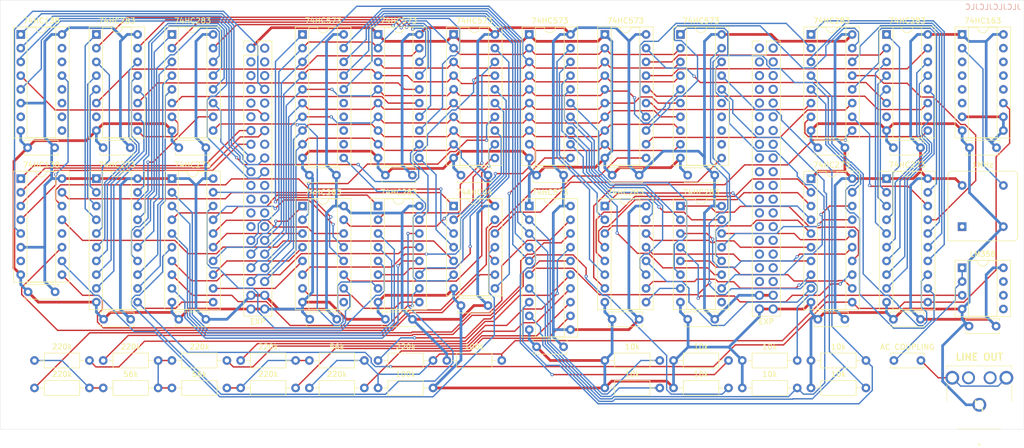
<source format=kicad_pcb>
(kicad_pcb (version 20171130) (host pcbnew "(5.1.8)-1")
  (layers (0 F.Cu signal) (31 B.Cu signal) (34 B.Paste user) (35 F.Paste user) (36 B.SilkS user) (37 F.SilkS user) (38 B.Mask user) (39 F.Mask user) (44 Edge.Cuts user))
  (net 0 "")
  (net 1 GND)
  (net 2 +5V)
  (net 3 D7)
  (net 4 D6)
  (net 5 D5)
  (net 6 D4)
  (net 7 D3)
  (net 8 D2)
  (net 9 D1)
  (net 10 D0)
  (net 11 A15)
  (net 12 A14)
  (net 13 A13)
  (net 14 A12)
  (net 15 A11)
  (net 16 A10)
  (net 17 A9)
  (net 18 A8)
  (net 19 A7)
  (net 20 A6)
  (net 21 A5)
  (net 22 A4)
  (net 23 A3)
  (net 24 A2)
  (net 25 A1)
  (net 26 A0)
  (net 27 !RESET)
  (net 28 CLK)
  (net 29 !READ)
  (net 30 !WRITE)
  (net 31 R!W)
  (net 32 RDY)
  (net 33 !NMI)
  (net 34 !IRQ)
  (net 35 PHI2)
  (net 36 PHI1)
  (net 37 !PARALLEL_SELECT)
  (net 38 !SERIAL_SELECT)
  (net 39 "Net-(U3-Pad7)")
  (net 40 "Net-(X1-Pad1)")
  (net 41 "Net-(U2-Pad11)")
  (net 42 !P_SELECT)
  (net 43 "Net-(U2-Pad13)")
  (net 44 "Net-(U2-Pad9)")
  (net 45 BUFFERED_B_0)
  (net 46 BUFFERED_B_1)
  (net 47 BUFFERED_B_2)
  (net 48 ANALOG_OUT)
  (net 49 BUFFERED_B_3)
  (net 50 "Net-(U1-Pad7)")
  (net 51 !AUDIO_SELECT)
  (net 52 "Net-(U1-Pad12)")
  (net 53 "Net-(U1-Pad11)")
  (net 54 "Net-(U1-Pad10)")
  (net 55 "Net-(U1-Pad9)")
  (net 56 VB_SELECT)
  (net 57 VA_SELECT)
  (net 58 FA_L_SELECT)
  (net 59 FB_L_SELECT)
  (net 60 FA_H_SELECT)
  (net 61 FB_H_SELECT)
  (net 62 DIGITAL_B_3)
  (net 63 DIGITAL_B_2)
  (net 64 DIGITAL_B_1)
  (net 65 DIGITAL_B_0)
  (net 66 CLK_500K)
  (net 67 CLK_250K)
  (net 68 CLK_125K)
  (net 69 CLK_62K5)
  (net 70 CLK_1M)
  (net 71 "Net-(U23-Pad9)")
  (net 72 "Net-(R1-Pad2)")
  (net 73 BUFFERED_A_0)
  (net 74 "Net-(R3-Pad2)")
  (net 75 BUFFERED_A_1)
  (net 76 "Net-(R6-Pad2)")
  (net 77 BUFFERED_A_2)
  (net 78 BUFFERED_A_3)
  (net 79 DIGITAL_A_0)
  (net 80 DIGITAL_A_1)
  (net 81 DIGITAL_A_2)
  (net 82 DIGITAL_A_3)
  (net 83 "Net-(U2-Pad5)")
  (net 84 "Net-(U2-Pad3)")
  (net 85 "Net-(U2-Pad1)")
  (net 86 "Net-(U3-Pad12)")
  (net 87 "Net-(U5-Pad15)")
  (net 88 "Net-(U5-Pad6)")
  (net 89 "Net-(U5-Pad5)")
  (net 90 "Net-(U5-Pad4)")
  (net 91 "Net-(U5-Pad3)")
  (net 92 "/Wave Generator A/ADD0")
  (net 93 "/Wave Generator A/ADD1")
  (net 94 "/Wave Generator A/ADD2")
  (net 95 "/Wave Generator A/ADD3")
  (net 96 "/Wave Generator A/ADD4")
  (net 97 "/Wave Generator A/ADD5")
  (net 98 "/Wave Generator A/ADD6")
  (net 99 "/Wave Generator A/ADD7")
  (net 100 "/Wave Generator A/ADD8")
  (net 101 "/Wave Generator A/ADD9")
  (net 102 "/Wave Generator A/ADD10")
  (net 103 "/Wave Generator A/ADD11")
  (net 104 "/Wave Generator A/ADD12")
  (net 105 "/Wave Generator A/ADD13")
  (net 106 "/Wave Generator A/ADD14")
  (net 107 "/Wave Generator A/ADD15")
  (net 108 "/Wave Generator A/COUNT7")
  (net 109 "/Wave Generator A/COUNT3")
  (net 110 "/Wave Generator A/SUM7")
  (net 111 "/Wave Generator A/SUM3")
  (net 112 "/Wave Generator A/SUM6")
  (net 113 "/Wave Generator A/SUM2")
  (net 114 "/Wave Generator A/COUNT6")
  (net 115 "/Wave Generator A/COUNT2")
  (net 116 "/Wave Generator A/COUNT5")
  (net 117 "/Wave Generator A/COUNT1")
  (net 118 "/Wave Generator A/SUM5")
  (net 119 "/Wave Generator A/SUM1")
  (net 120 "/Wave Generator A/SUM4")
  (net 121 "/Wave Generator A/SUM0")
  (net 122 "/Wave Generator A/COUNT4")
  (net 123 "/Wave Generator A/COUNT0")
  (net 124 "/Wave Generator A/COUNT15")
  (net 125 "/Wave Generator A/COUNT11")
  (net 126 "/Wave Generator A/SUM15")
  (net 127 "/Wave Generator A/SUM11")
  (net 128 "/Wave Generator A/SUM14")
  (net 129 "/Wave Generator A/SUM10")
  (net 130 "/Wave Generator A/COUNT14")
  (net 131 "/Wave Generator A/COUNT10")
  (net 132 "/Wave Generator A/COUNT13")
  (net 133 "/Wave Generator A/COUNT9")
  (net 134 "/Wave Generator A/SUM13")
  (net 135 "/Wave Generator A/SUM9")
  (net 136 "/Wave Generator A/SUM12")
  (net 137 "/Wave Generator A/SUM8")
  (net 138 "/Wave Generator A/COUNT12")
  (net 139 "/Wave Generator A/COUNT8")
  (net 140 "Net-(U10-Pad15)")
  (net 141 "Net-(U10-Pad14)")
  (net 142 "Net-(U10-Pad13)")
  (net 143 "Net-(U10-Pad12)")
  (net 144 "Net-(U11-Pad7)")
  (net 145 "/Wave Generator A/CARRY0")
  (net 146 "/Wave Generator A/CARRY1")
  (net 147 "/Wave Generator A/CARRY2")
  (net 148 "Net-(U14-Pad9)")
  (net 149 "/Wave Generator B/ADD0")
  (net 150 "/Wave Generator B/ADD1")
  (net 151 "/Wave Generator B/ADD2")
  (net 152 "/Wave Generator B/ADD3")
  (net 153 "/Wave Generator B/ADD4")
  (net 154 "/Wave Generator B/ADD5")
  (net 155 "/Wave Generator B/ADD6")
  (net 156 "/Wave Generator B/ADD7")
  (net 157 "/Wave Generator B/ADD8")
  (net 158 "/Wave Generator B/ADD9")
  (net 159 "/Wave Generator B/ADD10")
  (net 160 "/Wave Generator B/ADD11")
  (net 161 "/Wave Generator B/ADD12")
  (net 162 "/Wave Generator B/ADD13")
  (net 163 "/Wave Generator B/ADD14")
  (net 164 "/Wave Generator B/ADD15")
  (net 165 "/Wave Generator B/COUNT7")
  (net 166 "/Wave Generator B/COUNT3")
  (net 167 "/Wave Generator B/SUM7")
  (net 168 "/Wave Generator B/SUM3")
  (net 169 "/Wave Generator B/SUM6")
  (net 170 "/Wave Generator B/SUM2")
  (net 171 "/Wave Generator B/COUNT6")
  (net 172 "/Wave Generator B/COUNT2")
  (net 173 "/Wave Generator B/COUNT5")
  (net 174 "/Wave Generator B/COUNT1")
  (net 175 "/Wave Generator B/SUM5")
  (net 176 "/Wave Generator B/SUM1")
  (net 177 "/Wave Generator B/SUM4")
  (net 178 "/Wave Generator B/SUM0")
  (net 179 "/Wave Generator B/COUNT4")
  (net 180 "/Wave Generator B/COUNT0")
  (net 181 "/Wave Generator B/COUNT15")
  (net 182 "/Wave Generator B/COUNT11")
  (net 183 "/Wave Generator B/SUM15")
  (net 184 "/Wave Generator B/SUM11")
  (net 185 "/Wave Generator B/SUM14")
  (net 186 "/Wave Generator B/SUM10")
  (net 187 "/Wave Generator B/COUNT14")
  (net 188 "/Wave Generator B/COUNT10")
  (net 189 "/Wave Generator B/COUNT13")
  (net 190 "/Wave Generator B/COUNT9")
  (net 191 "/Wave Generator B/SUM13")
  (net 192 "/Wave Generator B/SUM9")
  (net 193 "/Wave Generator B/SUM12")
  (net 194 "/Wave Generator B/SUM8")
  (net 195 "/Wave Generator B/COUNT12")
  (net 196 "/Wave Generator B/COUNT8")
  (net 197 "Net-(U19-Pad15)")
  (net 198 "Net-(U19-Pad14)")
  (net 199 "Net-(U19-Pad13)")
  (net 200 "Net-(U19-Pad12)")
  (net 201 "Net-(U20-Pad7)")
  (net 202 "/Wave Generator B/CARRY0")
  (net 203 "/Wave Generator B/CARRY1")
  (net 204 "/Wave Generator B/CARRY2")
  (net 205 "Net-(J2-Pad36)")
  (net 206 "Net-(J2-Pad35)")
  (net 207 "Net-(J2-Pad34)")
  (net 208 "Net-(J2-Pad33)")
  (net 209 "Net-(J2-Pad32)")
  (net 210 "Net-(J2-Pad31)")
  (net 211 "Net-(J2-Pad30)")
  (net 212 "Net-(J2-Pad29)")
  (net 213 "Net-(J2-Pad28)")
  (net 214 "Net-(J2-Pad27)")
  (net 215 "Net-(J2-Pad26)")
  (net 216 "Net-(J2-Pad25)")
  (net 217 "Net-(J2-Pad24)")
  (net 218 "Net-(J2-Pad23)")
  (net 219 "Net-(J2-Pad22)")
  (net 220 "Net-(J2-Pad21)")
  (net 221 "Net-(J2-Pad20)")
  (net 222 "Net-(J2-Pad19)")
  (net 223 "Net-(J2-Pad18)")
  (net 224 "Net-(J2-Pad17)")
  (net 225 "Net-(J2-Pad16)")
  (net 226 "Net-(J2-Pad15)")
  (net 227 "Net-(J2-Pad14)")
  (net 228 "Net-(J2-Pad13)")
  (net 229 "Net-(J2-Pad12)")
  (net 230 "Net-(J2-Pad11)")
  (net 231 "Net-(J2-Pad10)")
  (net 232 "Net-(J2-Pad9)")
  (net 233 "Net-(J2-Pad8)")
  (net 234 "Net-(J2-Pad7)")
  (net 235 "Net-(J2-Pad6)")
  (net 236 "Net-(J2-Pad5)")
  (net 237 "Net-(J2-Pad4)")
  (net 238 "Net-(J2-Pad3)")
  (net 239 "Net-(J2-Pad2)")
  (net 240 "Net-(J2-Pad1)")
  (net 241 "Net-(C1-Pad2)")
  (net 242 "Net-(C1-Pad1)")
  (module Capacitor_THT:C_Disc_D6.0mm_W2.5mm_P5.00mm (layer F.Cu) (at 32.385 84.455)
    (fp_text reference C6 hide)
    (fp_text value 0.1uF)
    (pad 2 thru_hole circle (at 5 0) (size 1.6 1.6) (drill 0.8) (layers *.Cu *.Mask) (net 2 +5V))
    (pad 1 thru_hole circle (at 0 0) (size 1.6 1.6) (drill 0.8) (layers *.Cu *.Mask) (net 1 GND))
  )
  (module Capacitor_THT:C_Disc_D6.0mm_W2.5mm_P5.00mm (layer F.Cu) (at 169.545 123.825 180)
    (fp_text reference C1 hide)
    (fp_text value "AC COUPLING" (at 2.5 2.5) (layer F.SilkS))
    (pad 2 thru_hole circle (at 5 0 180) (size 1.6 1.6) (drill 0.8) (layers *.Cu *.Mask) (net 241 "Net-(C1-Pad2)"))
    (pad 1 thru_hole circle (at 0 0 180) (size 1.6 1.6) (drill 0.8) (layers *.Cu *.Mask) (net 242 "Net-(C1-Pad1)"))
  )
  (module Capacitor_THT:C_Disc_D6.0mm_W2.5mm_P5.00mm (layer F.Cu) (at 70.565 89.535)
    (fp_text reference C25 hide)
    (fp_text value 0.1uF)
    (pad 2 thru_hole circle (at 5 0) (size 1.6 1.6) (drill 0.8) (layers *.Cu *.Mask) (net 2 +5V))
    (pad 1 thru_hole circle (at 0 0) (size 1.6 1.6) (drill 0.8) (layers *.Cu *.Mask) (net 1 GND))
  )
  (module Capacitor_THT:C_Disc_D6.0mm_W2.5mm_P5.00mm (layer F.Cu) (at 98.505 89.535)
    (fp_text reference C24 hide)
    (fp_text value 0.1uF)
    (pad 2 thru_hole circle (at 5 0) (size 1.6 1.6) (drill 0.8) (layers *.Cu *.Mask) (net 2 +5V))
    (pad 1 thru_hole circle (at 0 0) (size 1.6 1.6) (drill 0.8) (layers *.Cu *.Mask) (net 1 GND))
  )
  (module Capacitor_THT:C_Disc_D6.0mm_W2.5mm_P5.00mm (layer F.Cu) (at 84.535 89.535)
    (fp_text reference C23 hide)
    (fp_text value 0.1uF)
    (pad 2 thru_hole circle (at 5 0) (size 1.6 1.6) (drill 0.8) (layers *.Cu *.Mask) (net 2 +5V))
    (pad 1 thru_hole circle (at 0 0) (size 1.6 1.6) (drill 0.8) (layers *.Cu *.Mask) (net 1 GND))
  )
  (module Capacitor_THT:C_Disc_D6.0mm_W2.5mm_P5.00mm (layer F.Cu) (at 112.475 89.535)
    (fp_text reference C22 hide)
    (fp_text value 0.1uF)
    (pad 2 thru_hole circle (at 5 0) (size 1.6 1.6) (drill 0.8) (layers *.Cu *.Mask) (net 2 +5V))
    (pad 1 thru_hole circle (at 0 0) (size 1.6 1.6) (drill 0.8) (layers *.Cu *.Mask) (net 1 GND))
  )
  (module Capacitor_THT:C_Disc_D6.0mm_W2.5mm_P5.00mm (layer F.Cu) (at 126.445 89.535)
    (fp_text reference C21 hide)
    (fp_text value 0.1uF)
    (pad 2 thru_hole circle (at 5 0) (size 1.6 1.6) (drill 0.8) (layers *.Cu *.Mask) (net 2 +5V))
    (pad 1 thru_hole circle (at 0 0) (size 1.6 1.6) (drill 0.8) (layers *.Cu *.Mask) (net 1 GND))
  )
  (module Capacitor_THT:C_Disc_D6.0mm_W2.5mm_P5.00mm (layer F.Cu) (at 56.515 89.535)
    (fp_text reference C20 hide)
    (fp_text value 0.1uF)
    (pad 2 thru_hole circle (at 5 0) (size 1.6 1.6) (drill 0.8) (layers *.Cu *.Mask) (net 2 +5V))
    (pad 1 thru_hole circle (at 0 0) (size 1.6 1.6) (drill 0.8) (layers *.Cu *.Mask) (net 1 GND))
  )
  (module Capacitor_THT:C_Disc_D6.0mm_W2.5mm_P5.00mm (layer F.Cu) (at 98.505 121.285)
    (fp_text reference C19 hide)
    (fp_text value 0.1uF)
    (pad 2 thru_hole circle (at 5 0) (size 1.6 1.6) (drill 0.8) (layers *.Cu *.Mask) (net 2 +5V))
    (pad 1 thru_hole circle (at 0 0) (size 1.6 1.6) (drill 0.8) (layers *.Cu *.Mask) (net 1 GND))
  )
  (module Capacitor_THT:C_Disc_D6.0mm_W2.5mm_P5.00mm (layer F.Cu) (at 164.465 84.455)
    (fp_text reference C18 hide)
    (fp_text value 0.1uF)
    (pad 2 thru_hole circle (at 5 0) (size 1.6 1.6) (drill 0.8) (layers *.Cu *.Mask) (net 2 +5V))
    (pad 1 thru_hole circle (at 0 0) (size 1.6 1.6) (drill 0.8) (layers *.Cu *.Mask) (net 1 GND))
  )
  (module Capacitor_THT:C_Disc_D6.0mm_W2.5mm_P5.00mm (layer F.Cu) (at 112.475 116.205)
    (fp_text reference C17 hide)
    (fp_text value 0.1uF)
    (pad 2 thru_hole circle (at 5 0) (size 1.6 1.6) (drill 0.8) (layers *.Cu *.Mask) (net 2 +5V))
    (pad 1 thru_hole circle (at 0 0) (size 1.6 1.6) (drill 0.8) (layers *.Cu *.Mask) (net 1 GND))
  )
  (module Capacitor_THT:C_Disc_D6.0mm_W2.5mm_P5.00mm (layer F.Cu) (at 150.495 84.455)
    (fp_text reference C16 hide)
    (fp_text value 0.1uF)
    (pad 2 thru_hole circle (at 5 0) (size 1.6 1.6) (drill 0.8) (layers *.Cu *.Mask) (net 2 +5V))
    (pad 1 thru_hole circle (at 0 0) (size 1.6 1.6) (drill 0.8) (layers *.Cu *.Mask) (net 1 GND))
  )
  (module Capacitor_THT:C_Disc_D6.0mm_W2.5mm_P5.00mm (layer F.Cu) (at 178.435 117.475)
    (fp_text reference C15 hide)
    (fp_text value 0.1uF)
    (pad 2 thru_hole circle (at 5 0) (size 1.6 1.6) (drill 0.8) (layers *.Cu *.Mask) (net 2 +5V))
    (pad 1 thru_hole circle (at 0 0) (size 1.6 1.6) (drill 0.8) (layers *.Cu *.Mask) (net 1 GND))
  )
  (module Capacitor_THT:C_Disc_D6.0mm_W2.5mm_P5.00mm (layer F.Cu) (at 126.445 116.205)
    (fp_text reference C14 hide)
    (fp_text value 0.1uF)
    (pad 2 thru_hole circle (at 5 0) (size 1.6 1.6) (drill 0.8) (layers *.Cu *.Mask) (net 2 +5V))
    (pad 1 thru_hole circle (at 0 0) (size 1.6 1.6) (drill 0.8) (layers *.Cu *.Mask) (net 1 GND))
  )
  (module Capacitor_THT:C_Disc_D6.0mm_W2.5mm_P5.00mm (layer F.Cu) (at 178.515 84.455)
    (fp_text reference C13 hide)
    (fp_text value 0.1uF)
    (pad 2 thru_hole circle (at 5 0) (size 1.6 1.6) (drill 0.8) (layers *.Cu *.Mask) (net 2 +5V))
    (pad 1 thru_hole circle (at 0 0) (size 1.6 1.6) (drill 0.8) (layers *.Cu *.Mask) (net 1 GND))
  )
  (module Capacitor_THT:C_Disc_D6.0mm_W2.5mm_P5.00mm (layer F.Cu) (at 164.465 116.205)
    (fp_text reference C12 hide)
    (fp_text value 0.1uF)
    (pad 2 thru_hole circle (at 5 0) (size 1.6 1.6) (drill 0.8) (layers *.Cu *.Mask) (net 2 +5V))
    (pad 1 thru_hole circle (at 0 0) (size 1.6 1.6) (drill 0.8) (layers *.Cu *.Mask) (net 1 GND))
  )
  (module Capacitor_THT:C_Disc_D6.0mm_W2.5mm_P5.00mm (layer F.Cu) (at 150.495 116.205)
    (fp_text reference C11 hide)
    (fp_text value 0.1uF)
    (pad 2 thru_hole circle (at 5 0) (size 1.6 1.6) (drill 0.8) (layers *.Cu *.Mask) (net 2 +5V))
    (pad 1 thru_hole circle (at 0 0) (size 1.6 1.6) (drill 0.8) (layers *.Cu *.Mask) (net 1 GND))
  )
  (module Capacitor_THT:C_Disc_D6.0mm_W2.5mm_P5.00mm (layer F.Cu) (at 84.535 113.665)
    (fp_text reference C10 hide)
    (fp_text value 0.1uF)
    (pad 2 thru_hole circle (at 5 0) (size 1.6 1.6) (drill 0.8) (layers *.Cu *.Mask) (net 2 +5V))
    (pad 1 thru_hole circle (at 0 0) (size 1.6 1.6) (drill 0.8) (layers *.Cu *.Mask) (net 1 GND))
  )
  (module Capacitor_THT:C_Disc_D6.0mm_W2.5mm_P5.00mm (layer F.Cu) (at 32.385 116.205)
    (fp_text reference C9 hide)
    (fp_text value 0.1uF)
    (pad 2 thru_hole circle (at 5 0) (size 1.6 1.6) (drill 0.8) (layers *.Cu *.Mask) (net 2 +5V))
    (pad 1 thru_hole circle (at 0 0) (size 1.6 1.6) (drill 0.8) (layers *.Cu *.Mask) (net 1 GND))
  )
  (module Capacitor_THT:C_Disc_D6.0mm_W2.5mm_P5.00mm (layer F.Cu) (at 56.595 116.205)
    (fp_text reference C8 hide)
    (fp_text value 0.1uF)
    (pad 2 thru_hole circle (at 5 0) (size 1.6 1.6) (drill 0.8) (layers *.Cu *.Mask) (net 2 +5V))
    (pad 1 thru_hole circle (at 0 0) (size 1.6 1.6) (drill 0.8) (layers *.Cu *.Mask) (net 1 GND))
  )
  (module Capacitor_THT:C_Disc_D6.0mm_W2.5mm_P5.00mm (layer F.Cu) (at 18.495 116.205)
    (fp_text reference C7 hide)
    (fp_text value 0.1uF)
    (pad 2 thru_hole circle (at 5 0) (size 1.6 1.6) (drill 0.8) (layers *.Cu *.Mask) (net 2 +5V))
    (pad 1 thru_hole circle (at 0 0) (size 1.6 1.6) (drill 0.8) (layers *.Cu *.Mask) (net 1 GND))
  )
  (module Capacitor_THT:C_Disc_D6.0mm_W2.5mm_P5.00mm (layer F.Cu) (at 4.525 111.125)
    (fp_text reference C5 hide)
    (fp_text value 0.1uF)
    (pad 2 thru_hole circle (at 5 0) (size 1.6 1.6) (drill 0.8) (layers *.Cu *.Mask) (net 2 +5V))
    (pad 1 thru_hole circle (at 0 0) (size 1.6 1.6) (drill 0.8) (layers *.Cu *.Mask) (net 1 GND))
  )
  (module Capacitor_THT:C_Disc_D6.0mm_W2.5mm_P5.00mm (layer F.Cu) (at 18.415 84.455)
    (fp_text reference C4 hide)
    (fp_text value 0.1uF)
    (pad 2 thru_hole circle (at 5 0) (size 1.6 1.6) (drill 0.8) (layers *.Cu *.Mask) (net 2 +5V))
    (pad 1 thru_hole circle (at 0 0) (size 1.6 1.6) (drill 0.8) (layers *.Cu *.Mask) (net 1 GND))
  )
  (module Capacitor_THT:C_Disc_D6.0mm_W2.5mm_P5.00mm (layer F.Cu) (at 4.445 84.455)
    (fp_text reference C3 hide)
    (fp_text value 0.1uF)
    (pad 2 thru_hole circle (at 5 0) (size 1.6 1.6) (drill 0.8) (layers *.Cu *.Mask) (net 2 +5V))
    (pad 1 thru_hole circle (at 0 0) (size 1.6 1.6) (drill 0.8) (layers *.Cu *.Mask) (net 1 GND))
  )
  (module Capacitor_THT:C_Disc_D6.0mm_W2.5mm_P5.00mm (layer F.Cu) (at 70.565 116.205)
    (fp_text reference C2 hide)
    (fp_text value 0.1uF)
    (pad 2 thru_hole circle (at 5 0) (size 1.6 1.6) (drill 0.8) (layers *.Cu *.Mask) (net 2 +5V))
    (pad 1 thru_hole circle (at 0 0) (size 1.6 1.6) (drill 0.8) (layers *.Cu *.Mask) (net 1 GND))
  )
  (module SamacSys_Parts:SJ13523N (layer F.Cu) (at 180.34 136.525 90)
    (fp_text reference J3 (at 4.375 0 90) (layer F.SilkS) (effects (font (size 1.27 1.27) (thickness 0.254))))
    (fp_text value "LINE OUT" (at 13.335 0) (layer F.SilkS) (effects (font (size 1.27 1.27) (thickness 0.254))))
    (pad MH5 np_thru_hole circle (at 4.5 5 90) (size 1.2 0) (drill 1.2) (layers *.Cu *.Mask))
    (pad MH4 np_thru_hole circle (at 2 5 90) (size 1.2 0) (drill 1.2) (layers *.Cu *.Mask))
    (pad MH3 np_thru_hole circle (at 9.5 0 90) (size 1.2 0) (drill 1.2) (layers *.Cu *.Mask))
    (pad MH2 np_thru_hole circle (at 4.5 -5 90) (size 1.2 0) (drill 1.2) (layers *.Cu *.Mask))
    (pad MH1 np_thru_hole circle (at 2 -5 90) (size 1.2 0) (drill 1.2) (layers *.Cu *.Mask))
    (pad 11 thru_hole circle (at 9.5 -2 90) (size 2.4 2.4) (drill 1.7) (layers *.Cu *.Mask))
    (pad 10 thru_hole circle (at 9.5 2 90) (size 2.4 2.4) (drill 1.7) (layers *.Cu *.Mask))
    (pad 3 thru_hole circle (at 9.5 -5 90) (size 2.55 2.55) (drill 1.7) (layers *.Cu *.Mask) (net 242 "Net-(C1-Pad1)"))
    (pad 2 thru_hole circle (at 9.5 5 90) (size 2.55 2.55) (drill 1.7) (layers *.Cu *.Mask) (net 242 "Net-(C1-Pad1)"))
    (pad 1 thru_hole circle (at 4.5 0 90) (size 2.55 2.55) (drill 1.7) (layers *.Cu *.Mask) (net 1 GND))
  )
  (module Package_DIP:DIP-8_W7.62mm_Socket (layer F.Cu) (at 177.165 106.68)
    (fp_text reference U24 hide)
    (fp_text value LM358 (at 3.81 -2.54) (layer F.SilkS))
    (pad 8 thru_hole oval (at 7.62 0) (size 1.6 1.6) (drill 0.8) (layers *.Cu *.Mask) (net 2 +5V))
    (pad 4 thru_hole oval (at 0 7.62) (size 1.6 1.6) (drill 0.8) (layers *.Cu *.Mask) (net 1 GND))
    (pad 7 thru_hole oval (at 7.62 2.54) (size 1.6 1.6) (drill 0.8) (layers *.Cu *.Mask))
    (pad 3 thru_hole oval (at 0 5.08) (size 1.6 1.6) (drill 0.8) (layers *.Cu *.Mask) (net 48 ANALOG_OUT))
    (pad 6 thru_hole oval (at 7.62 5.08) (size 1.6 1.6) (drill 0.8) (layers *.Cu *.Mask))
    (pad 2 thru_hole oval (at 0 2.54) (size 1.6 1.6) (drill 0.8) (layers *.Cu *.Mask) (net 241 "Net-(C1-Pad2)"))
    (pad 5 thru_hole oval (at 7.62 7.62) (size 1.6 1.6) (drill 0.8) (layers *.Cu *.Mask))
    (pad 1 thru_hole rect (at 0 0) (size 1.6 1.6) (drill 0.8) (layers *.Cu *.Mask) (net 241 "Net-(C1-Pad2)"))
  )
  (module Resistor_THT:R_Axial_DIN0207_L6.3mm_D2.5mm_P10.16mm_Horizontal (layer F.Cu) (at 69.215 128.905)
    (fp_text reference R22 hide)
    (fp_text value 100k (at 5.08 -2.54) (layer F.SilkS))
    (pad 2 thru_hole oval (at 10.16 0) (size 1.6 1.6) (drill 0.8) (layers *.Cu *.Mask) (net 1 GND))
    (pad 1 thru_hole circle (at 0 0) (size 1.6 1.6) (drill 0.8) (layers *.Cu *.Mask) (net 48 ANALOG_OUT))
  )
  (module Resistor_THT:R_Axial_DIN0207_L6.3mm_D2.5mm_P10.16mm_Horizontal (layer F.Cu) (at 81.915 123.825)
    (fp_text reference R20 hide)
    (fp_text value 100k (at 5.08 -2.54) (layer F.SilkS))
    (pad 2 thru_hole oval (at 10.16 0) (size 1.6 1.6) (drill 0.8) (layers *.Cu *.Mask) (net 48 ANALOG_OUT))
    (pad 1 thru_hole circle (at 0 0) (size 1.6 1.6) (drill 0.8) (layers *.Cu *.Mask) (net 2 +5V))
  )
  (module Oscillator:Oscillator_DIP-8 (layer F.Cu) (at 177.165 99.06)
    (fp_text reference X1 hide)
    (fp_text value 1MHz (at 3.81 -11.43) (layer F.SilkS))
    (pad 4 thru_hole circle (at 7.62 0) (size 1.6 1.6) (drill 0.8) (layers *.Cu *.Mask) (net 1 GND))
    (pad 5 thru_hole circle (at 7.62 -7.62) (size 1.6 1.6) (drill 0.8) (layers *.Cu *.Mask) (net 70 CLK_1M))
    (pad 8 thru_hole circle (at 0 -7.62) (size 1.6 1.6) (drill 0.8) (layers *.Cu *.Mask) (net 2 +5V))
    (pad 1 thru_hole rect (at 0 0) (size 1.6 1.6) (drill 0.8) (layers *.Cu *.Mask) (net 40 "Net-(X1-Pad1)"))
  )
  (module Package_DIP:DIP-16_W7.62mm_Socket (layer F.Cu) (at 125.095 95.25)
    (fp_text reference U23 hide)
    (fp_text value 74HC283 (at 3.81 -2.54) (layer F.SilkS))
    (pad 16 thru_hole oval (at 7.62 0) (size 1.6 1.6) (drill 0.8) (layers *.Cu *.Mask) (net 2 +5V))
    (pad 8 thru_hole oval (at 0 17.78) (size 1.6 1.6) (drill 0.8) (layers *.Cu *.Mask) (net 1 GND))
    (pad 15 thru_hole oval (at 7.62 2.54) (size 1.6 1.6) (drill 0.8) (layers *.Cu *.Mask) (net 163 "/Wave Generator B/ADD14"))
    (pad 7 thru_hole oval (at 0 15.24) (size 1.6 1.6) (drill 0.8) (layers *.Cu *.Mask) (net 204 "/Wave Generator B/CARRY2"))
    (pad 14 thru_hole oval (at 7.62 5.08) (size 1.6 1.6) (drill 0.8) (layers *.Cu *.Mask) (net 187 "/Wave Generator B/COUNT14"))
    (pad 6 thru_hole oval (at 0 12.7) (size 1.6 1.6) (drill 0.8) (layers *.Cu *.Mask) (net 161 "/Wave Generator B/ADD12"))
    (pad 13 thru_hole oval (at 7.62 7.62) (size 1.6 1.6) (drill 0.8) (layers *.Cu *.Mask) (net 185 "/Wave Generator B/SUM14"))
    (pad 5 thru_hole oval (at 0 10.16) (size 1.6 1.6) (drill 0.8) (layers *.Cu *.Mask) (net 195 "/Wave Generator B/COUNT12"))
    (pad 12 thru_hole oval (at 7.62 10.16) (size 1.6 1.6) (drill 0.8) (layers *.Cu *.Mask) (net 181 "/Wave Generator B/COUNT15"))
    (pad 4 thru_hole oval (at 0 7.62) (size 1.6 1.6) (drill 0.8) (layers *.Cu *.Mask) (net 193 "/Wave Generator B/SUM12"))
    (pad 11 thru_hole oval (at 7.62 12.7) (size 1.6 1.6) (drill 0.8) (layers *.Cu *.Mask) (net 164 "/Wave Generator B/ADD15"))
    (pad 3 thru_hole oval (at 0 5.08) (size 1.6 1.6) (drill 0.8) (layers *.Cu *.Mask) (net 189 "/Wave Generator B/COUNT13"))
    (pad 10 thru_hole oval (at 7.62 15.24) (size 1.6 1.6) (drill 0.8) (layers *.Cu *.Mask) (net 183 "/Wave Generator B/SUM15"))
    (pad 2 thru_hole oval (at 0 2.54) (size 1.6 1.6) (drill 0.8) (layers *.Cu *.Mask) (net 162 "/Wave Generator B/ADD13"))
    (pad 9 thru_hole oval (at 7.62 17.78) (size 1.6 1.6) (drill 0.8) (layers *.Cu *.Mask) (net 71 "Net-(U23-Pad9)"))
    (pad 1 thru_hole rect (at 0 0) (size 1.6 1.6) (drill 0.8) (layers *.Cu *.Mask) (net 191 "/Wave Generator B/SUM13"))
  )
  (module Package_DIP:DIP-16_W7.62mm_Socket (layer F.Cu) (at 111.125 95.25)
    (fp_text reference U22 hide)
    (fp_text value 74HC283 (at 3.81 -2.54) (layer F.SilkS))
    (pad 16 thru_hole oval (at 7.62 0) (size 1.6 1.6) (drill 0.8) (layers *.Cu *.Mask) (net 2 +5V))
    (pad 8 thru_hole oval (at 0 17.78) (size 1.6 1.6) (drill 0.8) (layers *.Cu *.Mask) (net 1 GND))
    (pad 15 thru_hole oval (at 7.62 2.54) (size 1.6 1.6) (drill 0.8) (layers *.Cu *.Mask) (net 159 "/Wave Generator B/ADD10"))
    (pad 7 thru_hole oval (at 0 15.24) (size 1.6 1.6) (drill 0.8) (layers *.Cu *.Mask) (net 203 "/Wave Generator B/CARRY1"))
    (pad 14 thru_hole oval (at 7.62 5.08) (size 1.6 1.6) (drill 0.8) (layers *.Cu *.Mask) (net 188 "/Wave Generator B/COUNT10"))
    (pad 6 thru_hole oval (at 0 12.7) (size 1.6 1.6) (drill 0.8) (layers *.Cu *.Mask) (net 157 "/Wave Generator B/ADD8"))
    (pad 13 thru_hole oval (at 7.62 7.62) (size 1.6 1.6) (drill 0.8) (layers *.Cu *.Mask) (net 186 "/Wave Generator B/SUM10"))
    (pad 5 thru_hole oval (at 0 10.16) (size 1.6 1.6) (drill 0.8) (layers *.Cu *.Mask) (net 196 "/Wave Generator B/COUNT8"))
    (pad 12 thru_hole oval (at 7.62 10.16) (size 1.6 1.6) (drill 0.8) (layers *.Cu *.Mask) (net 182 "/Wave Generator B/COUNT11"))
    (pad 4 thru_hole oval (at 0 7.62) (size 1.6 1.6) (drill 0.8) (layers *.Cu *.Mask) (net 194 "/Wave Generator B/SUM8"))
    (pad 11 thru_hole oval (at 7.62 12.7) (size 1.6 1.6) (drill 0.8) (layers *.Cu *.Mask) (net 160 "/Wave Generator B/ADD11"))
    (pad 3 thru_hole oval (at 0 5.08) (size 1.6 1.6) (drill 0.8) (layers *.Cu *.Mask) (net 190 "/Wave Generator B/COUNT9"))
    (pad 10 thru_hole oval (at 7.62 15.24) (size 1.6 1.6) (drill 0.8) (layers *.Cu *.Mask) (net 184 "/Wave Generator B/SUM11"))
    (pad 2 thru_hole oval (at 0 2.54) (size 1.6 1.6) (drill 0.8) (layers *.Cu *.Mask) (net 158 "/Wave Generator B/ADD9"))
    (pad 9 thru_hole oval (at 7.62 17.78) (size 1.6 1.6) (drill 0.8) (layers *.Cu *.Mask) (net 204 "/Wave Generator B/CARRY2"))
    (pad 1 thru_hole rect (at 0 0) (size 1.6 1.6) (drill 0.8) (layers *.Cu *.Mask) (net 192 "/Wave Generator B/SUM9"))
  )
  (module Package_DIP:DIP-16_W7.62mm_Socket (layer F.Cu) (at 149.225 63.5)
    (fp_text reference U21 hide)
    (fp_text value 74HC283 (at 3.81 -2.54) (layer F.SilkS))
    (pad 16 thru_hole oval (at 7.62 0) (size 1.6 1.6) (drill 0.8) (layers *.Cu *.Mask) (net 2 +5V))
    (pad 8 thru_hole oval (at 0 17.78) (size 1.6 1.6) (drill 0.8) (layers *.Cu *.Mask) (net 1 GND))
    (pad 15 thru_hole oval (at 7.62 2.54) (size 1.6 1.6) (drill 0.8) (layers *.Cu *.Mask) (net 155 "/Wave Generator B/ADD6"))
    (pad 7 thru_hole oval (at 0 15.24) (size 1.6 1.6) (drill 0.8) (layers *.Cu *.Mask) (net 202 "/Wave Generator B/CARRY0"))
    (pad 14 thru_hole oval (at 7.62 5.08) (size 1.6 1.6) (drill 0.8) (layers *.Cu *.Mask) (net 171 "/Wave Generator B/COUNT6"))
    (pad 6 thru_hole oval (at 0 12.7) (size 1.6 1.6) (drill 0.8) (layers *.Cu *.Mask) (net 153 "/Wave Generator B/ADD4"))
    (pad 13 thru_hole oval (at 7.62 7.62) (size 1.6 1.6) (drill 0.8) (layers *.Cu *.Mask) (net 169 "/Wave Generator B/SUM6"))
    (pad 5 thru_hole oval (at 0 10.16) (size 1.6 1.6) (drill 0.8) (layers *.Cu *.Mask) (net 179 "/Wave Generator B/COUNT4"))
    (pad 12 thru_hole oval (at 7.62 10.16) (size 1.6 1.6) (drill 0.8) (layers *.Cu *.Mask) (net 165 "/Wave Generator B/COUNT7"))
    (pad 4 thru_hole oval (at 0 7.62) (size 1.6 1.6) (drill 0.8) (layers *.Cu *.Mask) (net 177 "/Wave Generator B/SUM4"))
    (pad 11 thru_hole oval (at 7.62 12.7) (size 1.6 1.6) (drill 0.8) (layers *.Cu *.Mask) (net 156 "/Wave Generator B/ADD7"))
    (pad 3 thru_hole oval (at 0 5.08) (size 1.6 1.6) (drill 0.8) (layers *.Cu *.Mask) (net 173 "/Wave Generator B/COUNT5"))
    (pad 10 thru_hole oval (at 7.62 15.24) (size 1.6 1.6) (drill 0.8) (layers *.Cu *.Mask) (net 167 "/Wave Generator B/SUM7"))
    (pad 2 thru_hole oval (at 0 2.54) (size 1.6 1.6) (drill 0.8) (layers *.Cu *.Mask) (net 154 "/Wave Generator B/ADD5"))
    (pad 9 thru_hole oval (at 7.62 17.78) (size 1.6 1.6) (drill 0.8) (layers *.Cu *.Mask) (net 203 "/Wave Generator B/CARRY1"))
    (pad 1 thru_hole rect (at 0 0) (size 1.6 1.6) (drill 0.8) (layers *.Cu *.Mask) (net 175 "/Wave Generator B/SUM5"))
  )
  (module Package_DIP:DIP-16_W7.62mm_Socket (layer F.Cu) (at 163.195 63.5)
    (fp_text reference U20 hide)
    (fp_text value 74HC283 (at 3.81 -2.54) (layer F.SilkS))
    (pad 16 thru_hole oval (at 7.62 0) (size 1.6 1.6) (drill 0.8) (layers *.Cu *.Mask) (net 2 +5V))
    (pad 8 thru_hole oval (at 0 17.78) (size 1.6 1.6) (drill 0.8) (layers *.Cu *.Mask) (net 1 GND))
    (pad 15 thru_hole oval (at 7.62 2.54) (size 1.6 1.6) (drill 0.8) (layers *.Cu *.Mask) (net 151 "/Wave Generator B/ADD2"))
    (pad 7 thru_hole oval (at 0 15.24) (size 1.6 1.6) (drill 0.8) (layers *.Cu *.Mask) (net 201 "Net-(U20-Pad7)"))
    (pad 14 thru_hole oval (at 7.62 5.08) (size 1.6 1.6) (drill 0.8) (layers *.Cu *.Mask) (net 172 "/Wave Generator B/COUNT2"))
    (pad 6 thru_hole oval (at 0 12.7) (size 1.6 1.6) (drill 0.8) (layers *.Cu *.Mask) (net 149 "/Wave Generator B/ADD0"))
    (pad 13 thru_hole oval (at 7.62 7.62) (size 1.6 1.6) (drill 0.8) (layers *.Cu *.Mask) (net 170 "/Wave Generator B/SUM2"))
    (pad 5 thru_hole oval (at 0 10.16) (size 1.6 1.6) (drill 0.8) (layers *.Cu *.Mask) (net 180 "/Wave Generator B/COUNT0"))
    (pad 12 thru_hole oval (at 7.62 10.16) (size 1.6 1.6) (drill 0.8) (layers *.Cu *.Mask) (net 166 "/Wave Generator B/COUNT3"))
    (pad 4 thru_hole oval (at 0 7.62) (size 1.6 1.6) (drill 0.8) (layers *.Cu *.Mask) (net 178 "/Wave Generator B/SUM0"))
    (pad 11 thru_hole oval (at 7.62 12.7) (size 1.6 1.6) (drill 0.8) (layers *.Cu *.Mask) (net 152 "/Wave Generator B/ADD3"))
    (pad 3 thru_hole oval (at 0 5.08) (size 1.6 1.6) (drill 0.8) (layers *.Cu *.Mask) (net 174 "/Wave Generator B/COUNT1"))
    (pad 10 thru_hole oval (at 7.62 15.24) (size 1.6 1.6) (drill 0.8) (layers *.Cu *.Mask) (net 168 "/Wave Generator B/SUM3"))
    (pad 2 thru_hole oval (at 0 2.54) (size 1.6 1.6) (drill 0.8) (layers *.Cu *.Mask) (net 150 "/Wave Generator B/ADD1"))
    (pad 9 thru_hole oval (at 7.62 17.78) (size 1.6 1.6) (drill 0.8) (layers *.Cu *.Mask) (net 202 "/Wave Generator B/CARRY0"))
    (pad 1 thru_hole rect (at 0 0) (size 1.6 1.6) (drill 0.8) (layers *.Cu *.Mask) (net 176 "/Wave Generator B/SUM1"))
  )
  (module Package_DIP:DIP-20_W7.62mm_Socket (layer F.Cu) (at 125.095 63.5)
    (fp_text reference U19 hide)
    (fp_text value 74HC573 (at 3.81 -2.54) (layer F.SilkS))
    (pad 20 thru_hole oval (at 7.62 0) (size 1.6 1.6) (drill 0.8) (layers *.Cu *.Mask) (net 2 +5V))
    (pad 10 thru_hole oval (at 0 22.86) (size 1.6 1.6) (drill 0.8) (layers *.Cu *.Mask) (net 1 GND))
    (pad 19 thru_hole oval (at 7.62 2.54) (size 1.6 1.6) (drill 0.8) (layers *.Cu *.Mask) (net 65 DIGITAL_B_0))
    (pad 9 thru_hole oval (at 0 20.32) (size 1.6 1.6) (drill 0.8) (layers *.Cu *.Mask) (net 3 D7))
    (pad 18 thru_hole oval (at 7.62 5.08) (size 1.6 1.6) (drill 0.8) (layers *.Cu *.Mask) (net 64 DIGITAL_B_1))
    (pad 8 thru_hole oval (at 0 17.78) (size 1.6 1.6) (drill 0.8) (layers *.Cu *.Mask) (net 4 D6))
    (pad 17 thru_hole oval (at 7.62 7.62) (size 1.6 1.6) (drill 0.8) (layers *.Cu *.Mask) (net 63 DIGITAL_B_2))
    (pad 7 thru_hole oval (at 0 15.24) (size 1.6 1.6) (drill 0.8) (layers *.Cu *.Mask) (net 5 D5))
    (pad 16 thru_hole oval (at 7.62 10.16) (size 1.6 1.6) (drill 0.8) (layers *.Cu *.Mask) (net 62 DIGITAL_B_3))
    (pad 6 thru_hole oval (at 0 12.7) (size 1.6 1.6) (drill 0.8) (layers *.Cu *.Mask) (net 6 D4))
    (pad 15 thru_hole oval (at 7.62 12.7) (size 1.6 1.6) (drill 0.8) (layers *.Cu *.Mask) (net 197 "Net-(U19-Pad15)"))
    (pad 5 thru_hole oval (at 0 10.16) (size 1.6 1.6) (drill 0.8) (layers *.Cu *.Mask) (net 7 D3))
    (pad 14 thru_hole oval (at 7.62 15.24) (size 1.6 1.6) (drill 0.8) (layers *.Cu *.Mask) (net 198 "Net-(U19-Pad14)"))
    (pad 4 thru_hole oval (at 0 7.62) (size 1.6 1.6) (drill 0.8) (layers *.Cu *.Mask) (net 8 D2))
    (pad 13 thru_hole oval (at 7.62 17.78) (size 1.6 1.6) (drill 0.8) (layers *.Cu *.Mask) (net 199 "Net-(U19-Pad13)"))
    (pad 3 thru_hole oval (at 0 5.08) (size 1.6 1.6) (drill 0.8) (layers *.Cu *.Mask) (net 9 D1))
    (pad 12 thru_hole oval (at 7.62 20.32) (size 1.6 1.6) (drill 0.8) (layers *.Cu *.Mask) (net 200 "Net-(U19-Pad12)"))
    (pad 2 thru_hole oval (at 0 2.54) (size 1.6 1.6) (drill 0.8) (layers *.Cu *.Mask) (net 10 D0))
    (pad 11 thru_hole oval (at 7.62 22.86) (size 1.6 1.6) (drill 0.8) (layers *.Cu *.Mask) (net 56 VB_SELECT))
    (pad 1 thru_hole rect (at 0 0) (size 1.6 1.6) (drill 0.8) (layers *.Cu *.Mask) (net 181 "/Wave Generator B/COUNT15"))
  )
  (module Package_DIP:DIP-20_W7.62mm_Socket (layer F.Cu) (at 149.225 90.17)
    (fp_text reference U18 hide)
    (fp_text value 74HC273 (at 3.81 -2.54) (layer F.SilkS))
    (pad 20 thru_hole oval (at 7.62 0) (size 1.6 1.6) (drill 0.8) (layers *.Cu *.Mask) (net 2 +5V))
    (pad 10 thru_hole oval (at 0 22.86) (size 1.6 1.6) (drill 0.8) (layers *.Cu *.Mask) (net 1 GND))
    (pad 19 thru_hole oval (at 7.62 2.54) (size 1.6 1.6) (drill 0.8) (layers *.Cu *.Mask) (net 181 "/Wave Generator B/COUNT15"))
    (pad 9 thru_hole oval (at 0 20.32) (size 1.6 1.6) (drill 0.8) (layers *.Cu *.Mask) (net 182 "/Wave Generator B/COUNT11"))
    (pad 18 thru_hole oval (at 7.62 5.08) (size 1.6 1.6) (drill 0.8) (layers *.Cu *.Mask) (net 183 "/Wave Generator B/SUM15"))
    (pad 8 thru_hole oval (at 0 17.78) (size 1.6 1.6) (drill 0.8) (layers *.Cu *.Mask) (net 184 "/Wave Generator B/SUM11"))
    (pad 17 thru_hole oval (at 7.62 7.62) (size 1.6 1.6) (drill 0.8) (layers *.Cu *.Mask) (net 185 "/Wave Generator B/SUM14"))
    (pad 7 thru_hole oval (at 0 15.24) (size 1.6 1.6) (drill 0.8) (layers *.Cu *.Mask) (net 186 "/Wave Generator B/SUM10"))
    (pad 16 thru_hole oval (at 7.62 10.16) (size 1.6 1.6) (drill 0.8) (layers *.Cu *.Mask) (net 187 "/Wave Generator B/COUNT14"))
    (pad 6 thru_hole oval (at 0 12.7) (size 1.6 1.6) (drill 0.8) (layers *.Cu *.Mask) (net 188 "/Wave Generator B/COUNT10"))
    (pad 15 thru_hole oval (at 7.62 12.7) (size 1.6 1.6) (drill 0.8) (layers *.Cu *.Mask) (net 189 "/Wave Generator B/COUNT13"))
    (pad 5 thru_hole oval (at 0 10.16) (size 1.6 1.6) (drill 0.8) (layers *.Cu *.Mask) (net 190 "/Wave Generator B/COUNT9"))
    (pad 14 thru_hole oval (at 7.62 15.24) (size 1.6 1.6) (drill 0.8) (layers *.Cu *.Mask) (net 191 "/Wave Generator B/SUM13"))
    (pad 4 thru_hole oval (at 0 7.62) (size 1.6 1.6) (drill 0.8) (layers *.Cu *.Mask) (net 192 "/Wave Generator B/SUM9"))
    (pad 13 thru_hole oval (at 7.62 17.78) (size 1.6 1.6) (drill 0.8) (layers *.Cu *.Mask) (net 193 "/Wave Generator B/SUM12"))
    (pad 3 thru_hole oval (at 0 5.08) (size 1.6 1.6) (drill 0.8) (layers *.Cu *.Mask) (net 194 "/Wave Generator B/SUM8"))
    (pad 12 thru_hole oval (at 7.62 20.32) (size 1.6 1.6) (drill 0.8) (layers *.Cu *.Mask) (net 195 "/Wave Generator B/COUNT12"))
    (pad 2 thru_hole oval (at 0 2.54) (size 1.6 1.6) (drill 0.8) (layers *.Cu *.Mask) (net 196 "/Wave Generator B/COUNT8"))
    (pad 11 thru_hole oval (at 7.62 22.86) (size 1.6 1.6) (drill 0.8) (layers *.Cu *.Mask) (net 69 CLK_62K5))
    (pad 1 thru_hole rect (at 0 0) (size 1.6 1.6) (drill 0.8) (layers *.Cu *.Mask) (net 2 +5V))
  )
  (module Package_DIP:DIP-20_W7.62mm_Socket (layer F.Cu) (at 163.195 90.17)
    (fp_text reference U17 hide)
    (fp_text value 74HC273 (at 3.81 -2.54) (layer F.SilkS))
    (pad 20 thru_hole oval (at 7.62 0) (size 1.6 1.6) (drill 0.8) (layers *.Cu *.Mask) (net 2 +5V))
    (pad 10 thru_hole oval (at 0 22.86) (size 1.6 1.6) (drill 0.8) (layers *.Cu *.Mask) (net 1 GND))
    (pad 19 thru_hole oval (at 7.62 2.54) (size 1.6 1.6) (drill 0.8) (layers *.Cu *.Mask) (net 165 "/Wave Generator B/COUNT7"))
    (pad 9 thru_hole oval (at 0 20.32) (size 1.6 1.6) (drill 0.8) (layers *.Cu *.Mask) (net 166 "/Wave Generator B/COUNT3"))
    (pad 18 thru_hole oval (at 7.62 5.08) (size 1.6 1.6) (drill 0.8) (layers *.Cu *.Mask) (net 167 "/Wave Generator B/SUM7"))
    (pad 8 thru_hole oval (at 0 17.78) (size 1.6 1.6) (drill 0.8) (layers *.Cu *.Mask) (net 168 "/Wave Generator B/SUM3"))
    (pad 17 thru_hole oval (at 7.62 7.62) (size 1.6 1.6) (drill 0.8) (layers *.Cu *.Mask) (net 169 "/Wave Generator B/SUM6"))
    (pad 7 thru_hole oval (at 0 15.24) (size 1.6 1.6) (drill 0.8) (layers *.Cu *.Mask) (net 170 "/Wave Generator B/SUM2"))
    (pad 16 thru_hole oval (at 7.62 10.16) (size 1.6 1.6) (drill 0.8) (layers *.Cu *.Mask) (net 171 "/Wave Generator B/COUNT6"))
    (pad 6 thru_hole oval (at 0 12.7) (size 1.6 1.6) (drill 0.8) (layers *.Cu *.Mask) (net 172 "/Wave Generator B/COUNT2"))
    (pad 15 thru_hole oval (at 7.62 12.7) (size 1.6 1.6) (drill 0.8) (layers *.Cu *.Mask) (net 173 "/Wave Generator B/COUNT5"))
    (pad 5 thru_hole oval (at 0 10.16) (size 1.6 1.6) (drill 0.8) (layers *.Cu *.Mask) (net 174 "/Wave Generator B/COUNT1"))
    (pad 14 thru_hole oval (at 7.62 15.24) (size 1.6 1.6) (drill 0.8) (layers *.Cu *.Mask) (net 175 "/Wave Generator B/SUM5"))
    (pad 4 thru_hole oval (at 0 7.62) (size 1.6 1.6) (drill 0.8) (layers *.Cu *.Mask) (net 176 "/Wave Generator B/SUM1"))
    (pad 13 thru_hole oval (at 7.62 17.78) (size 1.6 1.6) (drill 0.8) (layers *.Cu *.Mask) (net 177 "/Wave Generator B/SUM4"))
    (pad 3 thru_hole oval (at 0 5.08) (size 1.6 1.6) (drill 0.8) (layers *.Cu *.Mask) (net 178 "/Wave Generator B/SUM0"))
    (pad 12 thru_hole oval (at 7.62 20.32) (size 1.6 1.6) (drill 0.8) (layers *.Cu *.Mask) (net 179 "/Wave Generator B/COUNT4"))
    (pad 2 thru_hole oval (at 0 2.54) (size 1.6 1.6) (drill 0.8) (layers *.Cu *.Mask) (net 180 "/Wave Generator B/COUNT0"))
    (pad 11 thru_hole oval (at 7.62 22.86) (size 1.6 1.6) (drill 0.8) (layers *.Cu *.Mask) (net 69 CLK_62K5))
    (pad 1 thru_hole rect (at 0 0) (size 1.6 1.6) (drill 0.8) (layers *.Cu *.Mask) (net 2 +5V))
  )
  (module Package_DIP:DIP-20_W7.62mm_Socket (layer F.Cu) (at 97.155 63.5)
    (fp_text reference U16 hide)
    (fp_text value 74HC573 (at 3.81 -2.54) (layer F.SilkS))
    (pad 20 thru_hole oval (at 7.62 0) (size 1.6 1.6) (drill 0.8) (layers *.Cu *.Mask) (net 2 +5V))
    (pad 10 thru_hole oval (at 0 22.86) (size 1.6 1.6) (drill 0.8) (layers *.Cu *.Mask) (net 1 GND))
    (pad 19 thru_hole oval (at 7.62 2.54) (size 1.6 1.6) (drill 0.8) (layers *.Cu *.Mask) (net 157 "/Wave Generator B/ADD8"))
    (pad 9 thru_hole oval (at 0 20.32) (size 1.6 1.6) (drill 0.8) (layers *.Cu *.Mask) (net 3 D7))
    (pad 18 thru_hole oval (at 7.62 5.08) (size 1.6 1.6) (drill 0.8) (layers *.Cu *.Mask) (net 158 "/Wave Generator B/ADD9"))
    (pad 8 thru_hole oval (at 0 17.78) (size 1.6 1.6) (drill 0.8) (layers *.Cu *.Mask) (net 4 D6))
    (pad 17 thru_hole oval (at 7.62 7.62) (size 1.6 1.6) (drill 0.8) (layers *.Cu *.Mask) (net 159 "/Wave Generator B/ADD10"))
    (pad 7 thru_hole oval (at 0 15.24) (size 1.6 1.6) (drill 0.8) (layers *.Cu *.Mask) (net 5 D5))
    (pad 16 thru_hole oval (at 7.62 10.16) (size 1.6 1.6) (drill 0.8) (layers *.Cu *.Mask) (net 160 "/Wave Generator B/ADD11"))
    (pad 6 thru_hole oval (at 0 12.7) (size 1.6 1.6) (drill 0.8) (layers *.Cu *.Mask) (net 6 D4))
    (pad 15 thru_hole oval (at 7.62 12.7) (size 1.6 1.6) (drill 0.8) (layers *.Cu *.Mask) (net 161 "/Wave Generator B/ADD12"))
    (pad 5 thru_hole oval (at 0 10.16) (size 1.6 1.6) (drill 0.8) (layers *.Cu *.Mask) (net 7 D3))
    (pad 14 thru_hole oval (at 7.62 15.24) (size 1.6 1.6) (drill 0.8) (layers *.Cu *.Mask) (net 162 "/Wave Generator B/ADD13"))
    (pad 4 thru_hole oval (at 0 7.62) (size 1.6 1.6) (drill 0.8) (layers *.Cu *.Mask) (net 8 D2))
    (pad 13 thru_hole oval (at 7.62 17.78) (size 1.6 1.6) (drill 0.8) (layers *.Cu *.Mask) (net 163 "/Wave Generator B/ADD14"))
    (pad 3 thru_hole oval (at 0 5.08) (size 1.6 1.6) (drill 0.8) (layers *.Cu *.Mask) (net 9 D1))
    (pad 12 thru_hole oval (at 7.62 20.32) (size 1.6 1.6) (drill 0.8) (layers *.Cu *.Mask) (net 164 "/Wave Generator B/ADD15"))
    (pad 2 thru_hole oval (at 0 2.54) (size 1.6 1.6) (drill 0.8) (layers *.Cu *.Mask) (net 10 D0))
    (pad 11 thru_hole oval (at 7.62 22.86) (size 1.6 1.6) (drill 0.8) (layers *.Cu *.Mask) (net 61 FB_H_SELECT))
    (pad 1 thru_hole rect (at 0 0) (size 1.6 1.6) (drill 0.8) (layers *.Cu *.Mask) (net 1 GND))
  )
  (module Package_DIP:DIP-20_W7.62mm_Socket (layer F.Cu) (at 111.125 63.5)
    (fp_text reference U15 hide)
    (fp_text value 74HC573 (at 3.81 -2.54) (layer F.SilkS))
    (pad 20 thru_hole oval (at 7.62 0) (size 1.6 1.6) (drill 0.8) (layers *.Cu *.Mask) (net 2 +5V))
    (pad 10 thru_hole oval (at 0 22.86) (size 1.6 1.6) (drill 0.8) (layers *.Cu *.Mask) (net 1 GND))
    (pad 19 thru_hole oval (at 7.62 2.54) (size 1.6 1.6) (drill 0.8) (layers *.Cu *.Mask) (net 149 "/Wave Generator B/ADD0"))
    (pad 9 thru_hole oval (at 0 20.32) (size 1.6 1.6) (drill 0.8) (layers *.Cu *.Mask) (net 3 D7))
    (pad 18 thru_hole oval (at 7.62 5.08) (size 1.6 1.6) (drill 0.8) (layers *.Cu *.Mask) (net 150 "/Wave Generator B/ADD1"))
    (pad 8 thru_hole oval (at 0 17.78) (size 1.6 1.6) (drill 0.8) (layers *.Cu *.Mask) (net 4 D6))
    (pad 17 thru_hole oval (at 7.62 7.62) (size 1.6 1.6) (drill 0.8) (layers *.Cu *.Mask) (net 151 "/Wave Generator B/ADD2"))
    (pad 7 thru_hole oval (at 0 15.24) (size 1.6 1.6) (drill 0.8) (layers *.Cu *.Mask) (net 5 D5))
    (pad 16 thru_hole oval (at 7.62 10.16) (size 1.6 1.6) (drill 0.8) (layers *.Cu *.Mask) (net 152 "/Wave Generator B/ADD3"))
    (pad 6 thru_hole oval (at 0 12.7) (size 1.6 1.6) (drill 0.8) (layers *.Cu *.Mask) (net 6 D4))
    (pad 15 thru_hole oval (at 7.62 12.7) (size 1.6 1.6) (drill 0.8) (layers *.Cu *.Mask) (net 153 "/Wave Generator B/ADD4"))
    (pad 5 thru_hole oval (at 0 10.16) (size 1.6 1.6) (drill 0.8) (layers *.Cu *.Mask) (net 7 D3))
    (pad 14 thru_hole oval (at 7.62 15.24) (size 1.6 1.6) (drill 0.8) (layers *.Cu *.Mask) (net 154 "/Wave Generator B/ADD5"))
    (pad 4 thru_hole oval (at 0 7.62) (size 1.6 1.6) (drill 0.8) (layers *.Cu *.Mask) (net 8 D2))
    (pad 13 thru_hole oval (at 7.62 17.78) (size 1.6 1.6) (drill 0.8) (layers *.Cu *.Mask) (net 155 "/Wave Generator B/ADD6"))
    (pad 3 thru_hole oval (at 0 5.08) (size 1.6 1.6) (drill 0.8) (layers *.Cu *.Mask) (net 9 D1))
    (pad 12 thru_hole oval (at 7.62 20.32) (size 1.6 1.6) (drill 0.8) (layers *.Cu *.Mask) (net 156 "/Wave Generator B/ADD7"))
    (pad 2 thru_hole oval (at 0 2.54) (size 1.6 1.6) (drill 0.8) (layers *.Cu *.Mask) (net 10 D0))
    (pad 11 thru_hole oval (at 7.62 22.86) (size 1.6 1.6) (drill 0.8) (layers *.Cu *.Mask) (net 59 FB_L_SELECT))
    (pad 1 thru_hole rect (at 0 0) (size 1.6 1.6) (drill 0.8) (layers *.Cu *.Mask) (net 1 GND))
  )
  (module Package_DIP:DIP-16_W7.62mm_Socket (layer F.Cu) (at 55.245 95.25)
    (fp_text reference U14 hide)
    (fp_text value 74HC283 (at 3.81 -2.54) (layer F.SilkS))
    (pad 16 thru_hole oval (at 7.62 0) (size 1.6 1.6) (drill 0.8) (layers *.Cu *.Mask) (net 2 +5V))
    (pad 8 thru_hole oval (at 0 17.78) (size 1.6 1.6) (drill 0.8) (layers *.Cu *.Mask) (net 1 GND))
    (pad 15 thru_hole oval (at 7.62 2.54) (size 1.6 1.6) (drill 0.8) (layers *.Cu *.Mask) (net 106 "/Wave Generator A/ADD14"))
    (pad 7 thru_hole oval (at 0 15.24) (size 1.6 1.6) (drill 0.8) (layers *.Cu *.Mask) (net 147 "/Wave Generator A/CARRY2"))
    (pad 14 thru_hole oval (at 7.62 5.08) (size 1.6 1.6) (drill 0.8) (layers *.Cu *.Mask) (net 130 "/Wave Generator A/COUNT14"))
    (pad 6 thru_hole oval (at 0 12.7) (size 1.6 1.6) (drill 0.8) (layers *.Cu *.Mask) (net 104 "/Wave Generator A/ADD12"))
    (pad 13 thru_hole oval (at 7.62 7.62) (size 1.6 1.6) (drill 0.8) (layers *.Cu *.Mask) (net 128 "/Wave Generator A/SUM14"))
    (pad 5 thru_hole oval (at 0 10.16) (size 1.6 1.6) (drill 0.8) (layers *.Cu *.Mask) (net 138 "/Wave Generator A/COUNT12"))
    (pad 12 thru_hole oval (at 7.62 10.16) (size 1.6 1.6) (drill 0.8) (layers *.Cu *.Mask) (net 124 "/Wave Generator A/COUNT15"))
    (pad 4 thru_hole oval (at 0 7.62) (size 1.6 1.6) (drill 0.8) (layers *.Cu *.Mask) (net 136 "/Wave Generator A/SUM12"))
    (pad 11 thru_hole oval (at 7.62 12.7) (size 1.6 1.6) (drill 0.8) (layers *.Cu *.Mask) (net 107 "/Wave Generator A/ADD15"))
    (pad 3 thru_hole oval (at 0 5.08) (size 1.6 1.6) (drill 0.8) (layers *.Cu *.Mask) (net 132 "/Wave Generator A/COUNT13"))
    (pad 10 thru_hole oval (at 7.62 15.24) (size 1.6 1.6) (drill 0.8) (layers *.Cu *.Mask) (net 126 "/Wave Generator A/SUM15"))
    (pad 2 thru_hole oval (at 0 2.54) (size 1.6 1.6) (drill 0.8) (layers *.Cu *.Mask) (net 105 "/Wave Generator A/ADD13"))
    (pad 9 thru_hole oval (at 7.62 17.78) (size 1.6 1.6) (drill 0.8) (layers *.Cu *.Mask) (net 148 "Net-(U14-Pad9)"))
    (pad 1 thru_hole rect (at 0 0) (size 1.6 1.6) (drill 0.8) (layers *.Cu *.Mask) (net 134 "/Wave Generator A/SUM13"))
  )
  (module Package_DIP:DIP-16_W7.62mm_Socket (layer F.Cu) (at 69.215 95.25)
    (fp_text reference U13 hide)
    (fp_text value 74HC283 (at 3.81 -2.54) (layer F.SilkS))
    (pad 16 thru_hole oval (at 7.62 0) (size 1.6 1.6) (drill 0.8) (layers *.Cu *.Mask) (net 2 +5V))
    (pad 8 thru_hole oval (at 0 17.78) (size 1.6 1.6) (drill 0.8) (layers *.Cu *.Mask) (net 1 GND))
    (pad 15 thru_hole oval (at 7.62 2.54) (size 1.6 1.6) (drill 0.8) (layers *.Cu *.Mask) (net 102 "/Wave Generator A/ADD10"))
    (pad 7 thru_hole oval (at 0 15.24) (size 1.6 1.6) (drill 0.8) (layers *.Cu *.Mask) (net 146 "/Wave Generator A/CARRY1"))
    (pad 14 thru_hole oval (at 7.62 5.08) (size 1.6 1.6) (drill 0.8) (layers *.Cu *.Mask) (net 131 "/Wave Generator A/COUNT10"))
    (pad 6 thru_hole oval (at 0 12.7) (size 1.6 1.6) (drill 0.8) (layers *.Cu *.Mask) (net 100 "/Wave Generator A/ADD8"))
    (pad 13 thru_hole oval (at 7.62 7.62) (size 1.6 1.6) (drill 0.8) (layers *.Cu *.Mask) (net 129 "/Wave Generator A/SUM10"))
    (pad 5 thru_hole oval (at 0 10.16) (size 1.6 1.6) (drill 0.8) (layers *.Cu *.Mask) (net 139 "/Wave Generator A/COUNT8"))
    (pad 12 thru_hole oval (at 7.62 10.16) (size 1.6 1.6) (drill 0.8) (layers *.Cu *.Mask) (net 125 "/Wave Generator A/COUNT11"))
    (pad 4 thru_hole oval (at 0 7.62) (size 1.6 1.6) (drill 0.8) (layers *.Cu *.Mask) (net 137 "/Wave Generator A/SUM8"))
    (pad 11 thru_hole oval (at 7.62 12.7) (size 1.6 1.6) (drill 0.8) (layers *.Cu *.Mask) (net 103 "/Wave Generator A/ADD11"))
    (pad 3 thru_hole oval (at 0 5.08) (size 1.6 1.6) (drill 0.8) (layers *.Cu *.Mask) (net 133 "/Wave Generator A/COUNT9"))
    (pad 10 thru_hole oval (at 7.62 15.24) (size 1.6 1.6) (drill 0.8) (layers *.Cu *.Mask) (net 127 "/Wave Generator A/SUM11"))
    (pad 2 thru_hole oval (at 0 2.54) (size 1.6 1.6) (drill 0.8) (layers *.Cu *.Mask) (net 101 "/Wave Generator A/ADD9"))
    (pad 9 thru_hole oval (at 7.62 17.78) (size 1.6 1.6) (drill 0.8) (layers *.Cu *.Mask) (net 147 "/Wave Generator A/CARRY2"))
    (pad 1 thru_hole rect (at 0 0) (size 1.6 1.6) (drill 0.8) (layers *.Cu *.Mask) (net 135 "/Wave Generator A/SUM9"))
  )
  (module Package_DIP:DIP-16_W7.62mm_Socket (layer F.Cu) (at 31.115 63.5)
    (fp_text reference U12 hide)
    (fp_text value 74HC283 (at 3.81 -2.54) (layer F.SilkS))
    (pad 16 thru_hole oval (at 7.62 0) (size 1.6 1.6) (drill 0.8) (layers *.Cu *.Mask) (net 2 +5V))
    (pad 8 thru_hole oval (at 0 17.78) (size 1.6 1.6) (drill 0.8) (layers *.Cu *.Mask) (net 1 GND))
    (pad 15 thru_hole oval (at 7.62 2.54) (size 1.6 1.6) (drill 0.8) (layers *.Cu *.Mask) (net 98 "/Wave Generator A/ADD6"))
    (pad 7 thru_hole oval (at 0 15.24) (size 1.6 1.6) (drill 0.8) (layers *.Cu *.Mask) (net 145 "/Wave Generator A/CARRY0"))
    (pad 14 thru_hole oval (at 7.62 5.08) (size 1.6 1.6) (drill 0.8) (layers *.Cu *.Mask) (net 114 "/Wave Generator A/COUNT6"))
    (pad 6 thru_hole oval (at 0 12.7) (size 1.6 1.6) (drill 0.8) (layers *.Cu *.Mask) (net 96 "/Wave Generator A/ADD4"))
    (pad 13 thru_hole oval (at 7.62 7.62) (size 1.6 1.6) (drill 0.8) (layers *.Cu *.Mask) (net 112 "/Wave Generator A/SUM6"))
    (pad 5 thru_hole oval (at 0 10.16) (size 1.6 1.6) (drill 0.8) (layers *.Cu *.Mask) (net 122 "/Wave Generator A/COUNT4"))
    (pad 12 thru_hole oval (at 7.62 10.16) (size 1.6 1.6) (drill 0.8) (layers *.Cu *.Mask) (net 108 "/Wave Generator A/COUNT7"))
    (pad 4 thru_hole oval (at 0 7.62) (size 1.6 1.6) (drill 0.8) (layers *.Cu *.Mask) (net 120 "/Wave Generator A/SUM4"))
    (pad 11 thru_hole oval (at 7.62 12.7) (size 1.6 1.6) (drill 0.8) (layers *.Cu *.Mask) (net 99 "/Wave Generator A/ADD7"))
    (pad 3 thru_hole oval (at 0 5.08) (size 1.6 1.6) (drill 0.8) (layers *.Cu *.Mask) (net 116 "/Wave Generator A/COUNT5"))
    (pad 10 thru_hole oval (at 7.62 15.24) (size 1.6 1.6) (drill 0.8) (layers *.Cu *.Mask) (net 110 "/Wave Generator A/SUM7"))
    (pad 2 thru_hole oval (at 0 2.54) (size 1.6 1.6) (drill 0.8) (layers *.Cu *.Mask) (net 97 "/Wave Generator A/ADD5"))
    (pad 9 thru_hole oval (at 7.62 17.78) (size 1.6 1.6) (drill 0.8) (layers *.Cu *.Mask) (net 146 "/Wave Generator A/CARRY1"))
    (pad 1 thru_hole rect (at 0 0) (size 1.6 1.6) (drill 0.8) (layers *.Cu *.Mask) (net 118 "/Wave Generator A/SUM5"))
  )
  (module Package_DIP:DIP-16_W7.62mm_Socket (layer F.Cu) (at 17.145 63.5)
    (fp_text reference U11 hide)
    (fp_text value 74HC283 (at 3.81 -2.54) (layer F.SilkS))
    (pad 16 thru_hole oval (at 7.62 0) (size 1.6 1.6) (drill 0.8) (layers *.Cu *.Mask) (net 2 +5V))
    (pad 8 thru_hole oval (at 0 17.78) (size 1.6 1.6) (drill 0.8) (layers *.Cu *.Mask) (net 1 GND))
    (pad 15 thru_hole oval (at 7.62 2.54) (size 1.6 1.6) (drill 0.8) (layers *.Cu *.Mask) (net 94 "/Wave Generator A/ADD2"))
    (pad 7 thru_hole oval (at 0 15.24) (size 1.6 1.6) (drill 0.8) (layers *.Cu *.Mask) (net 144 "Net-(U11-Pad7)"))
    (pad 14 thru_hole oval (at 7.62 5.08) (size 1.6 1.6) (drill 0.8) (layers *.Cu *.Mask) (net 115 "/Wave Generator A/COUNT2"))
    (pad 6 thru_hole oval (at 0 12.7) (size 1.6 1.6) (drill 0.8) (layers *.Cu *.Mask) (net 92 "/Wave Generator A/ADD0"))
    (pad 13 thru_hole oval (at 7.62 7.62) (size 1.6 1.6) (drill 0.8) (layers *.Cu *.Mask) (net 113 "/Wave Generator A/SUM2"))
    (pad 5 thru_hole oval (at 0 10.16) (size 1.6 1.6) (drill 0.8) (layers *.Cu *.Mask) (net 123 "/Wave Generator A/COUNT0"))
    (pad 12 thru_hole oval (at 7.62 10.16) (size 1.6 1.6) (drill 0.8) (layers *.Cu *.Mask) (net 109 "/Wave Generator A/COUNT3"))
    (pad 4 thru_hole oval (at 0 7.62) (size 1.6 1.6) (drill 0.8) (layers *.Cu *.Mask) (net 121 "/Wave Generator A/SUM0"))
    (pad 11 thru_hole oval (at 7.62 12.7) (size 1.6 1.6) (drill 0.8) (layers *.Cu *.Mask) (net 95 "/Wave Generator A/ADD3"))
    (pad 3 thru_hole oval (at 0 5.08) (size 1.6 1.6) (drill 0.8) (layers *.Cu *.Mask) (net 117 "/Wave Generator A/COUNT1"))
    (pad 10 thru_hole oval (at 7.62 15.24) (size 1.6 1.6) (drill 0.8) (layers *.Cu *.Mask) (net 111 "/Wave Generator A/SUM3"))
    (pad 2 thru_hole oval (at 0 2.54) (size 1.6 1.6) (drill 0.8) (layers *.Cu *.Mask) (net 93 "/Wave Generator A/ADD1"))
    (pad 9 thru_hole oval (at 7.62 17.78) (size 1.6 1.6) (drill 0.8) (layers *.Cu *.Mask) (net 145 "/Wave Generator A/CARRY0"))
    (pad 1 thru_hole rect (at 0 0) (size 1.6 1.6) (drill 0.8) (layers *.Cu *.Mask) (net 119 "/Wave Generator A/SUM1"))
  )
  (module Package_DIP:DIP-20_W7.62mm_Socket (layer F.Cu) (at 55.245 63.5)
    (fp_text reference U10 hide)
    (fp_text value 74HC573 (at 3.81 -2.54) (layer F.SilkS))
    (pad 20 thru_hole oval (at 7.62 0) (size 1.6 1.6) (drill 0.8) (layers *.Cu *.Mask) (net 2 +5V))
    (pad 10 thru_hole oval (at 0 22.86) (size 1.6 1.6) (drill 0.8) (layers *.Cu *.Mask) (net 1 GND))
    (pad 19 thru_hole oval (at 7.62 2.54) (size 1.6 1.6) (drill 0.8) (layers *.Cu *.Mask) (net 79 DIGITAL_A_0))
    (pad 9 thru_hole oval (at 0 20.32) (size 1.6 1.6) (drill 0.8) (layers *.Cu *.Mask) (net 3 D7))
    (pad 18 thru_hole oval (at 7.62 5.08) (size 1.6 1.6) (drill 0.8) (layers *.Cu *.Mask) (net 80 DIGITAL_A_1))
    (pad 8 thru_hole oval (at 0 17.78) (size 1.6 1.6) (drill 0.8) (layers *.Cu *.Mask) (net 4 D6))
    (pad 17 thru_hole oval (at 7.62 7.62) (size 1.6 1.6) (drill 0.8) (layers *.Cu *.Mask) (net 81 DIGITAL_A_2))
    (pad 7 thru_hole oval (at 0 15.24) (size 1.6 1.6) (drill 0.8) (layers *.Cu *.Mask) (net 5 D5))
    (pad 16 thru_hole oval (at 7.62 10.16) (size 1.6 1.6) (drill 0.8) (layers *.Cu *.Mask) (net 82 DIGITAL_A_3))
    (pad 6 thru_hole oval (at 0 12.7) (size 1.6 1.6) (drill 0.8) (layers *.Cu *.Mask) (net 6 D4))
    (pad 15 thru_hole oval (at 7.62 12.7) (size 1.6 1.6) (drill 0.8) (layers *.Cu *.Mask) (net 140 "Net-(U10-Pad15)"))
    (pad 5 thru_hole oval (at 0 10.16) (size 1.6 1.6) (drill 0.8) (layers *.Cu *.Mask) (net 7 D3))
    (pad 14 thru_hole oval (at 7.62 15.24) (size 1.6 1.6) (drill 0.8) (layers *.Cu *.Mask) (net 141 "Net-(U10-Pad14)"))
    (pad 4 thru_hole oval (at 0 7.62) (size 1.6 1.6) (drill 0.8) (layers *.Cu *.Mask) (net 8 D2))
    (pad 13 thru_hole oval (at 7.62 17.78) (size 1.6 1.6) (drill 0.8) (layers *.Cu *.Mask) (net 142 "Net-(U10-Pad13)"))
    (pad 3 thru_hole oval (at 0 5.08) (size 1.6 1.6) (drill 0.8) (layers *.Cu *.Mask) (net 9 D1))
    (pad 12 thru_hole oval (at 7.62 20.32) (size 1.6 1.6) (drill 0.8) (layers *.Cu *.Mask) (net 143 "Net-(U10-Pad12)"))
    (pad 2 thru_hole oval (at 0 2.54) (size 1.6 1.6) (drill 0.8) (layers *.Cu *.Mask) (net 10 D0))
    (pad 11 thru_hole oval (at 7.62 22.86) (size 1.6 1.6) (drill 0.8) (layers *.Cu *.Mask) (net 57 VA_SELECT))
    (pad 1 thru_hole rect (at 0 0) (size 1.6 1.6) (drill 0.8) (layers *.Cu *.Mask) (net 124 "/Wave Generator A/COUNT15"))
  )
  (module Package_DIP:DIP-20_W7.62mm_Socket (layer F.Cu) (at 31.115 90.17)
    (fp_text reference U9 hide)
    (fp_text value 74HC273 (at 3.81 -2.54) (layer F.SilkS))
    (pad 20 thru_hole oval (at 7.62 0) (size 1.6 1.6) (drill 0.8) (layers *.Cu *.Mask) (net 2 +5V))
    (pad 10 thru_hole oval (at 0 22.86) (size 1.6 1.6) (drill 0.8) (layers *.Cu *.Mask) (net 1 GND))
    (pad 19 thru_hole oval (at 7.62 2.54) (size 1.6 1.6) (drill 0.8) (layers *.Cu *.Mask) (net 124 "/Wave Generator A/COUNT15"))
    (pad 9 thru_hole oval (at 0 20.32) (size 1.6 1.6) (drill 0.8) (layers *.Cu *.Mask) (net 125 "/Wave Generator A/COUNT11"))
    (pad 18 thru_hole oval (at 7.62 5.08) (size 1.6 1.6) (drill 0.8) (layers *.Cu *.Mask) (net 126 "/Wave Generator A/SUM15"))
    (pad 8 thru_hole oval (at 0 17.78) (size 1.6 1.6) (drill 0.8) (layers *.Cu *.Mask) (net 127 "/Wave Generator A/SUM11"))
    (pad 17 thru_hole oval (at 7.62 7.62) (size 1.6 1.6) (drill 0.8) (layers *.Cu *.Mask) (net 128 "/Wave Generator A/SUM14"))
    (pad 7 thru_hole oval (at 0 15.24) (size 1.6 1.6) (drill 0.8) (layers *.Cu *.Mask) (net 129 "/Wave Generator A/SUM10"))
    (pad 16 thru_hole oval (at 7.62 10.16) (size 1.6 1.6) (drill 0.8) (layers *.Cu *.Mask) (net 130 "/Wave Generator A/COUNT14"))
    (pad 6 thru_hole oval (at 0 12.7) (size 1.6 1.6) (drill 0.8) (layers *.Cu *.Mask) (net 131 "/Wave Generator A/COUNT10"))
    (pad 15 thru_hole oval (at 7.62 12.7) (size 1.6 1.6) (drill 0.8) (layers *.Cu *.Mask) (net 132 "/Wave Generator A/COUNT13"))
    (pad 5 thru_hole oval (at 0 10.16) (size 1.6 1.6) (drill 0.8) (layers *.Cu *.Mask) (net 133 "/Wave Generator A/COUNT9"))
    (pad 14 thru_hole oval (at 7.62 15.24) (size 1.6 1.6) (drill 0.8) (layers *.Cu *.Mask) (net 134 "/Wave Generator A/SUM13"))
    (pad 4 thru_hole oval (at 0 7.62) (size 1.6 1.6) (drill 0.8) (layers *.Cu *.Mask) (net 135 "/Wave Generator A/SUM9"))
    (pad 13 thru_hole oval (at 7.62 17.78) (size 1.6 1.6) (drill 0.8) (layers *.Cu *.Mask) (net 136 "/Wave Generator A/SUM12"))
    (pad 3 thru_hole oval (at 0 5.08) (size 1.6 1.6) (drill 0.8) (layers *.Cu *.Mask) (net 137 "/Wave Generator A/SUM8"))
    (pad 12 thru_hole oval (at 7.62 20.32) (size 1.6 1.6) (drill 0.8) (layers *.Cu *.Mask) (net 138 "/Wave Generator A/COUNT12"))
    (pad 2 thru_hole oval (at 0 2.54) (size 1.6 1.6) (drill 0.8) (layers *.Cu *.Mask) (net 139 "/Wave Generator A/COUNT8"))
    (pad 11 thru_hole oval (at 7.62 22.86) (size 1.6 1.6) (drill 0.8) (layers *.Cu *.Mask) (net 69 CLK_62K5))
    (pad 1 thru_hole rect (at 0 0) (size 1.6 1.6) (drill 0.8) (layers *.Cu *.Mask) (net 2 +5V))
  )
  (module Package_DIP:DIP-20_W7.62mm_Socket (layer F.Cu) (at 17.145 90.17)
    (fp_text reference U8 hide)
    (fp_text value 74HC273 (at 3.81 -2.54) (layer F.SilkS))
    (pad 20 thru_hole oval (at 7.62 0) (size 1.6 1.6) (drill 0.8) (layers *.Cu *.Mask) (net 2 +5V))
    (pad 10 thru_hole oval (at 0 22.86) (size 1.6 1.6) (drill 0.8) (layers *.Cu *.Mask) (net 1 GND))
    (pad 19 thru_hole oval (at 7.62 2.54) (size 1.6 1.6) (drill 0.8) (layers *.Cu *.Mask) (net 108 "/Wave Generator A/COUNT7"))
    (pad 9 thru_hole oval (at 0 20.32) (size 1.6 1.6) (drill 0.8) (layers *.Cu *.Mask) (net 109 "/Wave Generator A/COUNT3"))
    (pad 18 thru_hole oval (at 7.62 5.08) (size 1.6 1.6) (drill 0.8) (layers *.Cu *.Mask) (net 110 "/Wave Generator A/SUM7"))
    (pad 8 thru_hole oval (at 0 17.78) (size 1.6 1.6) (drill 0.8) (layers *.Cu *.Mask) (net 111 "/Wave Generator A/SUM3"))
    (pad 17 thru_hole oval (at 7.62 7.62) (size 1.6 1.6) (drill 0.8) (layers *.Cu *.Mask) (net 112 "/Wave Generator A/SUM6"))
    (pad 7 thru_hole oval (at 0 15.24) (size 1.6 1.6) (drill 0.8) (layers *.Cu *.Mask) (net 113 "/Wave Generator A/SUM2"))
    (pad 16 thru_hole oval (at 7.62 10.16) (size 1.6 1.6) (drill 0.8) (layers *.Cu *.Mask) (net 114 "/Wave Generator A/COUNT6"))
    (pad 6 thru_hole oval (at 0 12.7) (size 1.6 1.6) (drill 0.8) (layers *.Cu *.Mask) (net 115 "/Wave Generator A/COUNT2"))
    (pad 15 thru_hole oval (at 7.62 12.7) (size 1.6 1.6) (drill 0.8) (layers *.Cu *.Mask) (net 116 "/Wave Generator A/COUNT5"))
    (pad 5 thru_hole oval (at 0 10.16) (size 1.6 1.6) (drill 0.8) (layers *.Cu *.Mask) (net 117 "/Wave Generator A/COUNT1"))
    (pad 14 thru_hole oval (at 7.62 15.24) (size 1.6 1.6) (drill 0.8) (layers *.Cu *.Mask) (net 118 "/Wave Generator A/SUM5"))
    (pad 4 thru_hole oval (at 0 7.62) (size 1.6 1.6) (drill 0.8) (layers *.Cu *.Mask) (net 119 "/Wave Generator A/SUM1"))
    (pad 13 thru_hole oval (at 7.62 17.78) (size 1.6 1.6) (drill 0.8) (layers *.Cu *.Mask) (net 120 "/Wave Generator A/SUM4"))
    (pad 3 thru_hole oval (at 0 5.08) (size 1.6 1.6) (drill 0.8) (layers *.Cu *.Mask) (net 121 "/Wave Generator A/SUM0"))
    (pad 12 thru_hole oval (at 7.62 20.32) (size 1.6 1.6) (drill 0.8) (layers *.Cu *.Mask) (net 122 "/Wave Generator A/COUNT4"))
    (pad 2 thru_hole oval (at 0 2.54) (size 1.6 1.6) (drill 0.8) (layers *.Cu *.Mask) (net 123 "/Wave Generator A/COUNT0"))
    (pad 11 thru_hole oval (at 7.62 22.86) (size 1.6 1.6) (drill 0.8) (layers *.Cu *.Mask) (net 69 CLK_62K5))
    (pad 1 thru_hole rect (at 0 0) (size 1.6 1.6) (drill 0.8) (layers *.Cu *.Mask) (net 2 +5V))
  )
  (module Package_DIP:DIP-20_W7.62mm_Socket (layer F.Cu) (at 83.185 63.5)
    (fp_text reference U7 hide)
    (fp_text value 74HC573 (at 3.81 -2.54) (layer F.SilkS))
    (pad 20 thru_hole oval (at 7.62 0) (size 1.6 1.6) (drill 0.8) (layers *.Cu *.Mask) (net 2 +5V))
    (pad 10 thru_hole oval (at 0 22.86) (size 1.6 1.6) (drill 0.8) (layers *.Cu *.Mask) (net 1 GND))
    (pad 19 thru_hole oval (at 7.62 2.54) (size 1.6 1.6) (drill 0.8) (layers *.Cu *.Mask) (net 100 "/Wave Generator A/ADD8"))
    (pad 9 thru_hole oval (at 0 20.32) (size 1.6 1.6) (drill 0.8) (layers *.Cu *.Mask) (net 3 D7))
    (pad 18 thru_hole oval (at 7.62 5.08) (size 1.6 1.6) (drill 0.8) (layers *.Cu *.Mask) (net 101 "/Wave Generator A/ADD9"))
    (pad 8 thru_hole oval (at 0 17.78) (size 1.6 1.6) (drill 0.8) (layers *.Cu *.Mask) (net 4 D6))
    (pad 17 thru_hole oval (at 7.62 7.62) (size 1.6 1.6) (drill 0.8) (layers *.Cu *.Mask) (net 102 "/Wave Generator A/ADD10"))
    (pad 7 thru_hole oval (at 0 15.24) (size 1.6 1.6) (drill 0.8) (layers *.Cu *.Mask) (net 5 D5))
    (pad 16 thru_hole oval (at 7.62 10.16) (size 1.6 1.6) (drill 0.8) (layers *.Cu *.Mask) (net 103 "/Wave Generator A/ADD11"))
    (pad 6 thru_hole oval (at 0 12.7) (size 1.6 1.6) (drill 0.8) (layers *.Cu *.Mask) (net 6 D4))
    (pad 15 thru_hole oval (at 7.62 12.7) (size 1.6 1.6) (drill 0.8) (layers *.Cu *.Mask) (net 104 "/Wave Generator A/ADD12"))
    (pad 5 thru_hole oval (at 0 10.16) (size 1.6 1.6) (drill 0.8) (layers *.Cu *.Mask) (net 7 D3))
    (pad 14 thru_hole oval (at 7.62 15.24) (size 1.6 1.6) (drill 0.8) (layers *.Cu *.Mask) (net 105 "/Wave Generator A/ADD13"))
    (pad 4 thru_hole oval (at 0 7.62) (size 1.6 1.6) (drill 0.8) (layers *.Cu *.Mask) (net 8 D2))
    (pad 13 thru_hole oval (at 7.62 17.78) (size 1.6 1.6) (drill 0.8) (layers *.Cu *.Mask) (net 106 "/Wave Generator A/ADD14"))
    (pad 3 thru_hole oval (at 0 5.08) (size 1.6 1.6) (drill 0.8) (layers *.Cu *.Mask) (net 9 D1))
    (pad 12 thru_hole oval (at 7.62 20.32) (size 1.6 1.6) (drill 0.8) (layers *.Cu *.Mask) (net 107 "/Wave Generator A/ADD15"))
    (pad 2 thru_hole oval (at 0 2.54) (size 1.6 1.6) (drill 0.8) (layers *.Cu *.Mask) (net 10 D0))
    (pad 11 thru_hole oval (at 7.62 22.86) (size 1.6 1.6) (drill 0.8) (layers *.Cu *.Mask) (net 60 FA_H_SELECT))
    (pad 1 thru_hole rect (at 0 0) (size 1.6 1.6) (drill 0.8) (layers *.Cu *.Mask) (net 1 GND))
  )
  (module Package_DIP:DIP-20_W7.62mm_Socket (layer F.Cu) (at 69.215 63.5)
    (fp_text reference U6 hide)
    (fp_text value 74HC573 (at 3.81 -2.54) (layer F.SilkS))
    (pad 20 thru_hole oval (at 7.62 0) (size 1.6 1.6) (drill 0.8) (layers *.Cu *.Mask) (net 2 +5V))
    (pad 10 thru_hole oval (at 0 22.86) (size 1.6 1.6) (drill 0.8) (layers *.Cu *.Mask) (net 1 GND))
    (pad 19 thru_hole oval (at 7.62 2.54) (size 1.6 1.6) (drill 0.8) (layers *.Cu *.Mask) (net 92 "/Wave Generator A/ADD0"))
    (pad 9 thru_hole oval (at 0 20.32) (size 1.6 1.6) (drill 0.8) (layers *.Cu *.Mask) (net 3 D7))
    (pad 18 thru_hole oval (at 7.62 5.08) (size 1.6 1.6) (drill 0.8) (layers *.Cu *.Mask) (net 93 "/Wave Generator A/ADD1"))
    (pad 8 thru_hole oval (at 0 17.78) (size 1.6 1.6) (drill 0.8) (layers *.Cu *.Mask) (net 4 D6))
    (pad 17 thru_hole oval (at 7.62 7.62) (size 1.6 1.6) (drill 0.8) (layers *.Cu *.Mask) (net 94 "/Wave Generator A/ADD2"))
    (pad 7 thru_hole oval (at 0 15.24) (size 1.6 1.6) (drill 0.8) (layers *.Cu *.Mask) (net 5 D5))
    (pad 16 thru_hole oval (at 7.62 10.16) (size 1.6 1.6) (drill 0.8) (layers *.Cu *.Mask) (net 95 "/Wave Generator A/ADD3"))
    (pad 6 thru_hole oval (at 0 12.7) (size 1.6 1.6) (drill 0.8) (layers *.Cu *.Mask) (net 6 D4))
    (pad 15 thru_hole oval (at 7.62 12.7) (size 1.6 1.6) (drill 0.8) (layers *.Cu *.Mask) (net 96 "/Wave Generator A/ADD4"))
    (pad 5 thru_hole oval (at 0 10.16) (size 1.6 1.6) (drill 0.8) (layers *.Cu *.Mask) (net 7 D3))
    (pad 14 thru_hole oval (at 7.62 15.24) (size 1.6 1.6) (drill 0.8) (layers *.Cu *.Mask) (net 97 "/Wave Generator A/ADD5"))
    (pad 4 thru_hole oval (at 0 7.62) (size 1.6 1.6) (drill 0.8) (layers *.Cu *.Mask) (net 8 D2))
    (pad 13 thru_hole oval (at 7.62 17.78) (size 1.6 1.6) (drill 0.8) (layers *.Cu *.Mask) (net 98 "/Wave Generator A/ADD6"))
    (pad 3 thru_hole oval (at 0 5.08) (size 1.6 1.6) (drill 0.8) (layers *.Cu *.Mask) (net 9 D1))
    (pad 12 thru_hole oval (at 7.62 20.32) (size 1.6 1.6) (drill 0.8) (layers *.Cu *.Mask) (net 99 "/Wave Generator A/ADD7"))
    (pad 2 thru_hole oval (at 0 2.54) (size 1.6 1.6) (drill 0.8) (layers *.Cu *.Mask) (net 10 D0))
    (pad 11 thru_hole oval (at 7.62 22.86) (size 1.6 1.6) (drill 0.8) (layers *.Cu *.Mask) (net 58 FA_L_SELECT))
    (pad 1 thru_hole rect (at 0 0) (size 1.6 1.6) (drill 0.8) (layers *.Cu *.Mask) (net 1 GND))
  )
  (module Package_DIP:DIP-16_W7.62mm_Socket (layer F.Cu) (at 177.165 63.5)
    (fp_text reference U5 hide)
    (fp_text value 74HC163 (at 3.81 -2.54) (layer F.SilkS))
    (pad 16 thru_hole oval (at 7.62 0) (size 1.6 1.6) (drill 0.8) (layers *.Cu *.Mask) (net 2 +5V))
    (pad 8 thru_hole oval (at 0 17.78) (size 1.6 1.6) (drill 0.8) (layers *.Cu *.Mask) (net 1 GND))
    (pad 15 thru_hole oval (at 7.62 2.54) (size 1.6 1.6) (drill 0.8) (layers *.Cu *.Mask) (net 87 "Net-(U5-Pad15)"))
    (pad 7 thru_hole oval (at 0 15.24) (size 1.6 1.6) (drill 0.8) (layers *.Cu *.Mask) (net 2 +5V))
    (pad 14 thru_hole oval (at 7.62 5.08) (size 1.6 1.6) (drill 0.8) (layers *.Cu *.Mask) (net 66 CLK_500K))
    (pad 6 thru_hole oval (at 0 12.7) (size 1.6 1.6) (drill 0.8) (layers *.Cu *.Mask) (net 88 "Net-(U5-Pad6)"))
    (pad 13 thru_hole oval (at 7.62 7.62) (size 1.6 1.6) (drill 0.8) (layers *.Cu *.Mask) (net 67 CLK_250K))
    (pad 5 thru_hole oval (at 0 10.16) (size 1.6 1.6) (drill 0.8) (layers *.Cu *.Mask) (net 89 "Net-(U5-Pad5)"))
    (pad 12 thru_hole oval (at 7.62 10.16) (size 1.6 1.6) (drill 0.8) (layers *.Cu *.Mask) (net 68 CLK_125K))
    (pad 4 thru_hole oval (at 0 7.62) (size 1.6 1.6) (drill 0.8) (layers *.Cu *.Mask) (net 90 "Net-(U5-Pad4)"))
    (pad 11 thru_hole oval (at 7.62 12.7) (size 1.6 1.6) (drill 0.8) (layers *.Cu *.Mask) (net 69 CLK_62K5))
    (pad 3 thru_hole oval (at 0 5.08) (size 1.6 1.6) (drill 0.8) (layers *.Cu *.Mask) (net 91 "Net-(U5-Pad3)"))
    (pad 10 thru_hole oval (at 7.62 15.24) (size 1.6 1.6) (drill 0.8) (layers *.Cu *.Mask) (net 2 +5V))
    (pad 2 thru_hole oval (at 0 2.54) (size 1.6 1.6) (drill 0.8) (layers *.Cu *.Mask) (net 70 CLK_1M))
    (pad 9 thru_hole oval (at 7.62 17.78) (size 1.6 1.6) (drill 0.8) (layers *.Cu *.Mask) (net 2 +5V))
    (pad 1 thru_hole rect (at 0 0) (size 1.6 1.6) (drill 0.8) (layers *.Cu *.Mask) (net 2 +5V))
  )
  (module Package_DIP:DIP-20_W7.62mm_Socket (layer F.Cu) (at 97.155 95.25)
    (fp_text reference U4 hide)
    (fp_text value 74HC573 (at 3.81 -2.54) (layer F.SilkS))
    (pad 20 thru_hole oval (at 7.62 0) (size 1.6 1.6) (drill 0.8) (layers *.Cu *.Mask) (net 2 +5V))
    (pad 10 thru_hole oval (at 0 22.86) (size 1.6 1.6) (drill 0.8) (layers *.Cu *.Mask) (net 1 GND))
    (pad 19 thru_hole oval (at 7.62 2.54) (size 1.6 1.6) (drill 0.8) (layers *.Cu *.Mask) (net 73 BUFFERED_A_0))
    (pad 9 thru_hole oval (at 0 20.32) (size 1.6 1.6) (drill 0.8) (layers *.Cu *.Mask) (net 62 DIGITAL_B_3))
    (pad 18 thru_hole oval (at 7.62 5.08) (size 1.6 1.6) (drill 0.8) (layers *.Cu *.Mask) (net 75 BUFFERED_A_1))
    (pad 8 thru_hole oval (at 0 17.78) (size 1.6 1.6) (drill 0.8) (layers *.Cu *.Mask) (net 63 DIGITAL_B_2))
    (pad 17 thru_hole oval (at 7.62 7.62) (size 1.6 1.6) (drill 0.8) (layers *.Cu *.Mask) (net 77 BUFFERED_A_2))
    (pad 7 thru_hole oval (at 0 15.24) (size 1.6 1.6) (drill 0.8) (layers *.Cu *.Mask) (net 64 DIGITAL_B_1))
    (pad 16 thru_hole oval (at 7.62 10.16) (size 1.6 1.6) (drill 0.8) (layers *.Cu *.Mask) (net 78 BUFFERED_A_3))
    (pad 6 thru_hole oval (at 0 12.7) (size 1.6 1.6) (drill 0.8) (layers *.Cu *.Mask) (net 65 DIGITAL_B_0))
    (pad 15 thru_hole oval (at 7.62 12.7) (size 1.6 1.6) (drill 0.8) (layers *.Cu *.Mask) (net 45 BUFFERED_B_0))
    (pad 5 thru_hole oval (at 0 10.16) (size 1.6 1.6) (drill 0.8) (layers *.Cu *.Mask) (net 82 DIGITAL_A_3))
    (pad 14 thru_hole oval (at 7.62 15.24) (size 1.6 1.6) (drill 0.8) (layers *.Cu *.Mask) (net 46 BUFFERED_B_1))
    (pad 4 thru_hole oval (at 0 7.62) (size 1.6 1.6) (drill 0.8) (layers *.Cu *.Mask) (net 81 DIGITAL_A_2))
    (pad 13 thru_hole oval (at 7.62 17.78) (size 1.6 1.6) (drill 0.8) (layers *.Cu *.Mask) (net 47 BUFFERED_B_2))
    (pad 3 thru_hole oval (at 0 5.08) (size 1.6 1.6) (drill 0.8) (layers *.Cu *.Mask) (net 80 DIGITAL_A_1))
    (pad 12 thru_hole oval (at 7.62 20.32) (size 1.6 1.6) (drill 0.8) (layers *.Cu *.Mask) (net 49 BUFFERED_B_3))
    (pad 2 thru_hole oval (at 0 2.54) (size 1.6 1.6) (drill 0.8) (layers *.Cu *.Mask) (net 79 DIGITAL_A_0))
    (pad 11 thru_hole oval (at 7.62 22.86) (size 1.6 1.6) (drill 0.8) (layers *.Cu *.Mask) (net 2 +5V))
    (pad 1 thru_hole rect (at 0 0) (size 1.6 1.6) (drill 0.8) (layers *.Cu *.Mask) (net 1 GND))
  )
  (module Package_DIP:DIP-16_W7.62mm_Socket (layer F.Cu) (at 3.175 90.17)
    (fp_text reference U3 hide)
    (fp_text value 74HC138 (at 3.81 -2.54) (layer F.SilkS))
    (pad 16 thru_hole oval (at 7.62 0) (size 1.6 1.6) (drill 0.8) (layers *.Cu *.Mask) (net 2 +5V))
    (pad 8 thru_hole oval (at 0 17.78) (size 1.6 1.6) (drill 0.8) (layers *.Cu *.Mask) (net 1 GND))
    (pad 15 thru_hole oval (at 7.62 2.54) (size 1.6 1.6) (drill 0.8) (layers *.Cu *.Mask) (net 85 "Net-(U2-Pad1)"))
    (pad 7 thru_hole oval (at 0 15.24) (size 1.6 1.6) (drill 0.8) (layers *.Cu *.Mask) (net 39 "Net-(U3-Pad7)"))
    (pad 14 thru_hole oval (at 7.62 5.08) (size 1.6 1.6) (drill 0.8) (layers *.Cu *.Mask) (net 84 "Net-(U2-Pad3)"))
    (pad 6 thru_hole oval (at 0 12.7) (size 1.6 1.6) (drill 0.8) (layers *.Cu *.Mask) (net 2 +5V))
    (pad 13 thru_hole oval (at 7.62 7.62) (size 1.6 1.6) (drill 0.8) (layers *.Cu *.Mask) (net 83 "Net-(U2-Pad5)"))
    (pad 5 thru_hole oval (at 0 10.16) (size 1.6 1.6) (drill 0.8) (layers *.Cu *.Mask) (net 30 !WRITE))
    (pad 12 thru_hole oval (at 7.62 10.16) (size 1.6 1.6) (drill 0.8) (layers *.Cu *.Mask) (net 86 "Net-(U3-Pad12)"))
    (pad 4 thru_hole oval (at 0 7.62) (size 1.6 1.6) (drill 0.8) (layers *.Cu *.Mask) (net 51 !AUDIO_SELECT))
    (pad 11 thru_hole oval (at 7.62 12.7) (size 1.6 1.6) (drill 0.8) (layers *.Cu *.Mask) (net 44 "Net-(U2-Pad9)"))
    (pad 3 thru_hole oval (at 0 5.08) (size 1.6 1.6) (drill 0.8) (layers *.Cu *.Mask) (net 24 A2))
    (pad 10 thru_hole oval (at 7.62 15.24) (size 1.6 1.6) (drill 0.8) (layers *.Cu *.Mask) (net 41 "Net-(U2-Pad11)"))
    (pad 2 thru_hole oval (at 0 2.54) (size 1.6 1.6) (drill 0.8) (layers *.Cu *.Mask) (net 25 A1))
    (pad 9 thru_hole oval (at 7.62 17.78) (size 1.6 1.6) (drill 0.8) (layers *.Cu *.Mask) (net 43 "Net-(U2-Pad13)"))
    (pad 1 thru_hole rect (at 0 0) (size 1.6 1.6) (drill 0.8) (layers *.Cu *.Mask) (net 26 A0))
  )
  (module Package_DIP:DIP-14_W7.62mm_Socket (layer F.Cu) (at 83.185 95.25)
    (fp_text reference U2 hide)
    (fp_text value 74AHC04 (at 3.81 -2.54) (layer F.SilkS))
    (pad 14 thru_hole oval (at 7.62 0) (size 1.6 1.6) (drill 0.8) (layers *.Cu *.Mask) (net 2 +5V))
    (pad 7 thru_hole oval (at 0 15.24) (size 1.6 1.6) (drill 0.8) (layers *.Cu *.Mask) (net 1 GND))
    (pad 13 thru_hole oval (at 7.62 2.54) (size 1.6 1.6) (drill 0.8) (layers *.Cu *.Mask) (net 43 "Net-(U2-Pad13)"))
    (pad 6 thru_hole oval (at 0 12.7) (size 1.6 1.6) (drill 0.8) (layers *.Cu *.Mask) (net 57 VA_SELECT))
    (pad 12 thru_hole oval (at 7.62 5.08) (size 1.6 1.6) (drill 0.8) (layers *.Cu *.Mask) (net 56 VB_SELECT))
    (pad 5 thru_hole oval (at 0 10.16) (size 1.6 1.6) (drill 0.8) (layers *.Cu *.Mask) (net 83 "Net-(U2-Pad5)"))
    (pad 11 thru_hole oval (at 7.62 7.62) (size 1.6 1.6) (drill 0.8) (layers *.Cu *.Mask) (net 41 "Net-(U2-Pad11)"))
    (pad 4 thru_hole oval (at 0 7.62) (size 1.6 1.6) (drill 0.8) (layers *.Cu *.Mask) (net 58 FA_L_SELECT))
    (pad 10 thru_hole oval (at 7.62 10.16) (size 1.6 1.6) (drill 0.8) (layers *.Cu *.Mask) (net 59 FB_L_SELECT))
    (pad 3 thru_hole oval (at 0 5.08) (size 1.6 1.6) (drill 0.8) (layers *.Cu *.Mask) (net 84 "Net-(U2-Pad3)"))
    (pad 9 thru_hole oval (at 7.62 12.7) (size 1.6 1.6) (drill 0.8) (layers *.Cu *.Mask) (net 44 "Net-(U2-Pad9)"))
    (pad 2 thru_hole oval (at 0 2.54) (size 1.6 1.6) (drill 0.8) (layers *.Cu *.Mask) (net 60 FA_H_SELECT))
    (pad 8 thru_hole oval (at 7.62 15.24) (size 1.6 1.6) (drill 0.8) (layers *.Cu *.Mask) (net 61 FB_H_SELECT))
    (pad 1 thru_hole rect (at 0 0) (size 1.6 1.6) (drill 0.8) (layers *.Cu *.Mask) (net 85 "Net-(U2-Pad1)"))
  )
  (module Package_DIP:DIP-16_W7.62mm_Socket (layer F.Cu) (at 3.175 63.5)
    (fp_text reference U1 hide)
    (fp_text value 74HC138 (at 3.81 -2.54) (layer F.SilkS))
    (pad 16 thru_hole oval (at 7.62 0) (size 1.6 1.6) (drill 0.8) (layers *.Cu *.Mask) (net 2 +5V))
    (pad 8 thru_hole oval (at 0 17.78) (size 1.6 1.6) (drill 0.8) (layers *.Cu *.Mask) (net 1 GND))
    (pad 15 thru_hole oval (at 7.62 2.54) (size 1.6 1.6) (drill 0.8) (layers *.Cu *.Mask) (net 37 !PARALLEL_SELECT))
    (pad 7 thru_hole oval (at 0 15.24) (size 1.6 1.6) (drill 0.8) (layers *.Cu *.Mask) (net 50 "Net-(U1-Pad7)"))
    (pad 14 thru_hole oval (at 7.62 5.08) (size 1.6 1.6) (drill 0.8) (layers *.Cu *.Mask) (net 38 !SERIAL_SELECT))
    (pad 6 thru_hole oval (at 0 12.7) (size 1.6 1.6) (drill 0.8) (layers *.Cu *.Mask) (net 2 +5V))
    (pad 13 thru_hole oval (at 7.62 7.62) (size 1.6 1.6) (drill 0.8) (layers *.Cu *.Mask) (net 51 !AUDIO_SELECT))
    (pad 5 thru_hole oval (at 0 10.16) (size 1.6 1.6) (drill 0.8) (layers *.Cu *.Mask) (net 19 A7))
    (pad 12 thru_hole oval (at 7.62 10.16) (size 1.6 1.6) (drill 0.8) (layers *.Cu *.Mask) (net 52 "Net-(U1-Pad12)"))
    (pad 4 thru_hole oval (at 0 7.62) (size 1.6 1.6) (drill 0.8) (layers *.Cu *.Mask) (net 42 !P_SELECT))
    (pad 11 thru_hole oval (at 7.62 12.7) (size 1.6 1.6) (drill 0.8) (layers *.Cu *.Mask) (net 53 "Net-(U1-Pad11)"))
    (pad 3 thru_hole oval (at 0 5.08) (size 1.6 1.6) (drill 0.8) (layers *.Cu *.Mask) (net 20 A6))
    (pad 10 thru_hole oval (at 7.62 15.24) (size 1.6 1.6) (drill 0.8) (layers *.Cu *.Mask) (net 54 "Net-(U1-Pad10)"))
    (pad 2 thru_hole oval (at 0 2.54) (size 1.6 1.6) (drill 0.8) (layers *.Cu *.Mask) (net 21 A5))
    (pad 9 thru_hole oval (at 7.62 17.78) (size 1.6 1.6) (drill 0.8) (layers *.Cu *.Mask) (net 55 "Net-(U1-Pad9)"))
    (pad 1 thru_hole rect (at 0 0) (size 1.6 1.6) (drill 0.8) (layers *.Cu *.Mask) (net 22 A4))
  )
  (module Resistor_THT:R_Axial_DIN0207_L6.3mm_D2.5mm_P10.16mm_Horizontal (layer F.Cu) (at 149.225 128.905)
    (fp_text reference R19 hide)
    (fp_text value 10k (at 5.08 -2.54) (layer F.SilkS))
    (pad 2 thru_hole oval (at 10.16 0) (size 1.6 1.6) (drill 0.8) (layers *.Cu *.Mask) (net 62 DIGITAL_B_3))
    (pad 1 thru_hole circle (at 0 0) (size 1.6 1.6) (drill 0.8) (layers *.Cu *.Mask) (net 1 GND))
  )
  (module Resistor_THT:R_Axial_DIN0207_L6.3mm_D2.5mm_P10.16mm_Horizontal (layer F.Cu) (at 149.225 123.825)
    (fp_text reference R18 hide)
    (fp_text value 10k (at 5.08 -2.54) (layer F.SilkS))
    (pad 2 thru_hole oval (at 10.16 0) (size 1.6 1.6) (drill 0.8) (layers *.Cu *.Mask) (net 63 DIGITAL_B_2))
    (pad 1 thru_hole circle (at 0 0) (size 1.6 1.6) (drill 0.8) (layers *.Cu *.Mask) (net 1 GND))
  )
  (module Resistor_THT:R_Axial_DIN0207_L6.3mm_D2.5mm_P10.16mm_Horizontal (layer F.Cu) (at 136.525 128.905)
    (fp_text reference R17 hide)
    (fp_text value 10k (at 5.08 -2.54) (layer F.SilkS))
    (pad 2 thru_hole oval (at 10.16 0) (size 1.6 1.6) (drill 0.8) (layers *.Cu *.Mask) (net 64 DIGITAL_B_1))
    (pad 1 thru_hole circle (at 0 0) (size 1.6 1.6) (drill 0.8) (layers *.Cu *.Mask) (net 1 GND))
  )
  (module Resistor_THT:R_Axial_DIN0207_L6.3mm_D2.5mm_P10.16mm_Horizontal (layer F.Cu) (at 136.525 123.825)
    (fp_text reference R16 hide)
    (fp_text value 10k (at 5.08 -2.54) (layer F.SilkS))
    (pad 2 thru_hole oval (at 10.16 0) (size 1.6 1.6) (drill 0.8) (layers *.Cu *.Mask) (net 65 DIGITAL_B_0))
    (pad 1 thru_hole circle (at 0 0) (size 1.6 1.6) (drill 0.8) (layers *.Cu *.Mask) (net 1 GND))
  )
  (module Resistor_THT:R_Axial_DIN0207_L6.3mm_D2.5mm_P10.16mm_Horizontal (layer F.Cu) (at 123.825 128.905)
    (fp_text reference R15 hide)
    (fp_text value 10k (at 5.08 -2.54) (layer F.SilkS))
    (pad 2 thru_hole oval (at 10.16 0) (size 1.6 1.6) (drill 0.8) (layers *.Cu *.Mask) (net 82 DIGITAL_A_3))
    (pad 1 thru_hole circle (at 0 0) (size 1.6 1.6) (drill 0.8) (layers *.Cu *.Mask) (net 1 GND))
  )
  (module Resistor_THT:R_Axial_DIN0207_L6.3mm_D2.5mm_P10.16mm_Horizontal (layer F.Cu) (at 123.825 123.825)
    (fp_text reference R14 hide)
    (fp_text value 10k (at 5.08 -2.54) (layer F.SilkS))
    (pad 2 thru_hole oval (at 10.16 0) (size 1.6 1.6) (drill 0.8) (layers *.Cu *.Mask) (net 81 DIGITAL_A_2))
    (pad 1 thru_hole circle (at 0 0) (size 1.6 1.6) (drill 0.8) (layers *.Cu *.Mask) (net 1 GND))
  )
  (module Resistor_THT:R_Axial_DIN0207_L6.3mm_D2.5mm_P10.16mm_Horizontal (layer F.Cu) (at 111.125 128.905)
    (fp_text reference R13 hide)
    (fp_text value 10k (at 5.08 -2.54) (layer F.SilkS))
    (pad 2 thru_hole oval (at 10.16 0) (size 1.6 1.6) (drill 0.8) (layers *.Cu *.Mask) (net 80 DIGITAL_A_1))
    (pad 1 thru_hole circle (at 0 0) (size 1.6 1.6) (drill 0.8) (layers *.Cu *.Mask) (net 1 GND))
  )
  (module Resistor_THT:R_Axial_DIN0207_L6.3mm_D2.5mm_P10.16mm_Horizontal (layer F.Cu) (at 111.125 123.825)
    (fp_text reference R12 hide)
    (fp_text value 10k (at 5.08 -2.54) (layer F.SilkS))
    (pad 2 thru_hole oval (at 10.16 0) (size 1.6 1.6) (drill 0.8) (layers *.Cu *.Mask) (net 79 DIGITAL_A_0))
    (pad 1 thru_hole circle (at 0 0) (size 1.6 1.6) (drill 0.8) (layers *.Cu *.Mask) (net 1 GND))
  )
  (module Resistor_THT:R_Axial_DIN0207_L6.3mm_D2.5mm_P10.16mm_Horizontal (layer F.Cu) (at 56.515 128.905)
    (fp_text reference R11 hide)
    (fp_text value 220k (at 5.08 -2.54) (layer F.SilkS))
    (pad 2 thru_hole oval (at 10.16 0) (size 1.6 1.6) (drill 0.8) (layers *.Cu *.Mask) (net 49 BUFFERED_B_3))
    (pad 1 thru_hole circle (at 0 0) (size 1.6 1.6) (drill 0.8) (layers *.Cu *.Mask) (net 48 ANALOG_OUT))
  )
  (module Resistor_THT:R_Axial_DIN0207_L6.3mm_D2.5mm_P10.16mm_Horizontal (layer F.Cu) (at 69.215 123.825)
    (fp_text reference R10 hide)
    (fp_text value 220k (at 5.08 -2.54) (layer F.SilkS))
    (pad 2 thru_hole oval (at 10.16 0) (size 1.6 1.6) (drill 0.8) (layers *.Cu *.Mask) (net 48 ANALOG_OUT))
    (pad 1 thru_hole circle (at 0 0) (size 1.6 1.6) (drill 0.8) (layers *.Cu *.Mask) (net 78 BUFFERED_A_3))
  )
  (module Resistor_THT:R_Axial_DIN0207_L6.3mm_D2.5mm_P10.16mm_Horizontal (layer F.Cu) (at 56.515 123.825)
    (fp_text reference R9 hide)
    (fp_text value 56k (at 5.08 -2.54) (layer F.SilkS))
    (pad 2 thru_hole oval (at 10.16 0) (size 1.6 1.6) (drill 0.8) (layers *.Cu *.Mask) (net 48 ANALOG_OUT))
    (pad 1 thru_hole circle (at 0 0) (size 1.6 1.6) (drill 0.8) (layers *.Cu *.Mask) (net 76 "Net-(R6-Pad2)"))
  )
  (module Resistor_THT:R_Axial_DIN0207_L6.3mm_D2.5mm_P10.16mm_Horizontal (layer F.Cu) (at 43.815 128.905)
    (fp_text reference R8 hide)
    (fp_text value 220k (at 5.08 -2.54) (layer F.SilkS))
    (pad 2 thru_hole oval (at 10.16 0) (size 1.6 1.6) (drill 0.8) (layers *.Cu *.Mask) (net 47 BUFFERED_B_2))
    (pad 1 thru_hole circle (at 0 0) (size 1.6 1.6) (drill 0.8) (layers *.Cu *.Mask) (net 76 "Net-(R6-Pad2)"))
  )
  (module Resistor_THT:R_Axial_DIN0207_L6.3mm_D2.5mm_P10.16mm_Horizontal (layer F.Cu) (at 43.815 123.825)
    (fp_text reference R7 hide)
    (fp_text value 220k (at 5.08 -2.54) (layer F.SilkS))
    (pad 2 thru_hole oval (at 10.16 0) (size 1.6 1.6) (drill 0.8) (layers *.Cu *.Mask) (net 76 "Net-(R6-Pad2)"))
    (pad 1 thru_hole circle (at 0 0) (size 1.6 1.6) (drill 0.8) (layers *.Cu *.Mask) (net 77 BUFFERED_A_2))
  )
  (module Resistor_THT:R_Axial_DIN0207_L6.3mm_D2.5mm_P10.16mm_Horizontal (layer F.Cu) (at 31.115 128.905)
    (fp_text reference R6 hide)
    (fp_text value 56k (at 5.08 -2.54) (layer F.SilkS))
    (pad 2 thru_hole oval (at 10.16 0) (size 1.6 1.6) (drill 0.8) (layers *.Cu *.Mask) (net 76 "Net-(R6-Pad2)"))
    (pad 1 thru_hole circle (at 0 0) (size 1.6 1.6) (drill 0.8) (layers *.Cu *.Mask) (net 74 "Net-(R3-Pad2)"))
  )
  (module Resistor_THT:R_Axial_DIN0207_L6.3mm_D2.5mm_P10.16mm_Horizontal (layer F.Cu) (at 31.115 123.825)
    (fp_text reference R5 hide)
    (fp_text value 220k (at 5.08 -2.54) (layer F.SilkS))
    (pad 2 thru_hole oval (at 10.16 0) (size 1.6 1.6) (drill 0.8) (layers *.Cu *.Mask) (net 46 BUFFERED_B_1))
    (pad 1 thru_hole circle (at 0 0) (size 1.6 1.6) (drill 0.8) (layers *.Cu *.Mask) (net 74 "Net-(R3-Pad2)"))
  )
  (module Resistor_THT:R_Axial_DIN0207_L6.3mm_D2.5mm_P10.16mm_Horizontal (layer F.Cu) (at 18.415 123.825)
    (fp_text reference R4 hide)
    (fp_text value 220k (at 5.08 -2.54) (layer F.SilkS))
    (pad 2 thru_hole oval (at 10.16 0) (size 1.6 1.6) (drill 0.8) (layers *.Cu *.Mask) (net 74 "Net-(R3-Pad2)"))
    (pad 1 thru_hole circle (at 0 0) (size 1.6 1.6) (drill 0.8) (layers *.Cu *.Mask) (net 75 BUFFERED_A_1))
  )
  (module Resistor_THT:R_Axial_DIN0207_L6.3mm_D2.5mm_P10.16mm_Horizontal (layer F.Cu) (at 18.415 128.905)
    (fp_text reference R3 hide)
    (fp_text value 56k (at 5.08 -2.54) (layer F.SilkS))
    (pad 2 thru_hole oval (at 10.16 0) (size 1.6 1.6) (drill 0.8) (layers *.Cu *.Mask) (net 74 "Net-(R3-Pad2)"))
    (pad 1 thru_hole circle (at 0 0) (size 1.6 1.6) (drill 0.8) (layers *.Cu *.Mask) (net 72 "Net-(R1-Pad2)"))
  )
  (module Resistor_THT:R_Axial_DIN0207_L6.3mm_D2.5mm_P10.16mm_Horizontal (layer F.Cu) (at 5.715 123.825)
    (fp_text reference R2 hide)
    (fp_text value 220k (at 5.08 -2.54) (layer F.SilkS))
    (pad 2 thru_hole oval (at 10.16 0) (size 1.6 1.6) (drill 0.8) (layers *.Cu *.Mask) (net 45 BUFFERED_B_0))
    (pad 1 thru_hole circle (at 0 0) (size 1.6 1.6) (drill 0.8) (layers *.Cu *.Mask) (net 72 "Net-(R1-Pad2)"))
  )
  (module Resistor_THT:R_Axial_DIN0207_L6.3mm_D2.5mm_P10.16mm_Horizontal (layer F.Cu) (at 5.715 128.905)
    (fp_text reference R1 hide)
    (fp_text value 220k (at 5.08 -2.54) (layer F.SilkS))
    (pad 2 thru_hole oval (at 10.16 0) (size 1.6 1.6) (drill 0.8) (layers *.Cu *.Mask) (net 72 "Net-(R1-Pad2)"))
    (pad 1 thru_hole circle (at 0 0) (size 1.6 1.6) (drill 0.8) (layers *.Cu *.Mask) (net 73 BUFFERED_A_0))
  )
  (module Connector_PinHeader_2.54mm:PinHeader_2x20_P2.54mm_Vertical (layer F.Cu) (at 139.7 66.04)
    (fp_text reference J2 hide)
    (fp_text value EXP (at 1.27 50.59) (layer F.SilkS))
    (pad 40 thru_hole oval (at 2.54 48.26) (size 1.7 1.7) (drill 1) (layers *.Cu *.Mask) (net 1 GND))
    (pad 39 thru_hole oval (at 0 48.26) (size 1.7 1.7) (drill 1) (layers *.Cu *.Mask) (net 1 GND))
    (pad 38 thru_hole oval (at 2.54 45.72) (size 1.7 1.7) (drill 1) (layers *.Cu *.Mask) (net 2 +5V))
    (pad 37 thru_hole oval (at 0 45.72) (size 1.7 1.7) (drill 1) (layers *.Cu *.Mask) (net 2 +5V))
    (pad 36 thru_hole oval (at 2.54 43.18) (size 1.7 1.7) (drill 1) (layers *.Cu *.Mask) (net 205 "Net-(J2-Pad36)"))
    (pad 35 thru_hole oval (at 0 43.18) (size 1.7 1.7) (drill 1) (layers *.Cu *.Mask) (net 206 "Net-(J2-Pad35)"))
    (pad 34 thru_hole oval (at 2.54 40.64) (size 1.7 1.7) (drill 1) (layers *.Cu *.Mask) (net 207 "Net-(J2-Pad34)"))
    (pad 33 thru_hole oval (at 0 40.64) (size 1.7 1.7) (drill 1) (layers *.Cu *.Mask) (net 208 "Net-(J2-Pad33)"))
    (pad 32 thru_hole oval (at 2.54 38.1) (size 1.7 1.7) (drill 1) (layers *.Cu *.Mask) (net 209 "Net-(J2-Pad32)"))
    (pad 31 thru_hole oval (at 0 38.1) (size 1.7 1.7) (drill 1) (layers *.Cu *.Mask) (net 210 "Net-(J2-Pad31)"))
    (pad 30 thru_hole oval (at 2.54 35.56) (size 1.7 1.7) (drill 1) (layers *.Cu *.Mask) (net 211 "Net-(J2-Pad30)"))
    (pad 29 thru_hole oval (at 0 35.56) (size 1.7 1.7) (drill 1) (layers *.Cu *.Mask) (net 212 "Net-(J2-Pad29)"))
    (pad 28 thru_hole oval (at 2.54 33.02) (size 1.7 1.7) (drill 1) (layers *.Cu *.Mask) (net 213 "Net-(J2-Pad28)"))
    (pad 27 thru_hole oval (at 0 33.02) (size 1.7 1.7) (drill 1) (layers *.Cu *.Mask) (net 214 "Net-(J2-Pad27)"))
    (pad 26 thru_hole oval (at 2.54 30.48) (size 1.7 1.7) (drill 1) (layers *.Cu *.Mask) (net 215 "Net-(J2-Pad26)"))
    (pad 25 thru_hole oval (at 0 30.48) (size 1.7 1.7) (drill 1) (layers *.Cu *.Mask) (net 216 "Net-(J2-Pad25)"))
    (pad 24 thru_hole oval (at 2.54 27.94) (size 1.7 1.7) (drill 1) (layers *.Cu *.Mask) (net 217 "Net-(J2-Pad24)"))
    (pad 23 thru_hole oval (at 0 27.94) (size 1.7 1.7) (drill 1) (layers *.Cu *.Mask) (net 218 "Net-(J2-Pad23)"))
    (pad 22 thru_hole oval (at 2.54 25.4) (size 1.7 1.7) (drill 1) (layers *.Cu *.Mask) (net 219 "Net-(J2-Pad22)"))
    (pad 21 thru_hole oval (at 0 25.4) (size 1.7 1.7) (drill 1) (layers *.Cu *.Mask) (net 220 "Net-(J2-Pad21)"))
    (pad 20 thru_hole oval (at 2.54 22.86) (size 1.7 1.7) (drill 1) (layers *.Cu *.Mask) (net 221 "Net-(J2-Pad20)"))
    (pad 19 thru_hole oval (at 0 22.86) (size 1.7 1.7) (drill 1) (layers *.Cu *.Mask) (net 222 "Net-(J2-Pad19)"))
    (pad 18 thru_hole oval (at 2.54 20.32) (size 1.7 1.7) (drill 1) (layers *.Cu *.Mask) (net 223 "Net-(J2-Pad18)"))
    (pad 17 thru_hole oval (at 0 20.32) (size 1.7 1.7) (drill 1) (layers *.Cu *.Mask) (net 224 "Net-(J2-Pad17)"))
    (pad 16 thru_hole oval (at 2.54 17.78) (size 1.7 1.7) (drill 1) (layers *.Cu *.Mask) (net 225 "Net-(J2-Pad16)"))
    (pad 15 thru_hole oval (at 0 17.78) (size 1.7 1.7) (drill 1) (layers *.Cu *.Mask) (net 226 "Net-(J2-Pad15)"))
    (pad 14 thru_hole oval (at 2.54 15.24) (size 1.7 1.7) (drill 1) (layers *.Cu *.Mask) (net 227 "Net-(J2-Pad14)"))
    (pad 13 thru_hole oval (at 0 15.24) (size 1.7 1.7) (drill 1) (layers *.Cu *.Mask) (net 228 "Net-(J2-Pad13)"))
    (pad 12 thru_hole oval (at 2.54 12.7) (size 1.7 1.7) (drill 1) (layers *.Cu *.Mask) (net 229 "Net-(J2-Pad12)"))
    (pad 11 thru_hole oval (at 0 12.7) (size 1.7 1.7) (drill 1) (layers *.Cu *.Mask) (net 230 "Net-(J2-Pad11)"))
    (pad 10 thru_hole oval (at 2.54 10.16) (size 1.7 1.7) (drill 1) (layers *.Cu *.Mask) (net 231 "Net-(J2-Pad10)"))
    (pad 9 thru_hole oval (at 0 10.16) (size 1.7 1.7) (drill 1) (layers *.Cu *.Mask) (net 232 "Net-(J2-Pad9)"))
    (pad 8 thru_hole oval (at 2.54 7.62) (size 1.7 1.7) (drill 1) (layers *.Cu *.Mask) (net 233 "Net-(J2-Pad8)"))
    (pad 7 thru_hole oval (at 0 7.62) (size 1.7 1.7) (drill 1) (layers *.Cu *.Mask) (net 234 "Net-(J2-Pad7)"))
    (pad 6 thru_hole oval (at 2.54 5.08) (size 1.7 1.7) (drill 1) (layers *.Cu *.Mask) (net 235 "Net-(J2-Pad6)"))
    (pad 5 thru_hole oval (at 0 5.08) (size 1.7 1.7) (drill 1) (layers *.Cu *.Mask) (net 236 "Net-(J2-Pad5)"))
    (pad 4 thru_hole oval (at 2.54 2.54) (size 1.7 1.7) (drill 1) (layers *.Cu *.Mask) (net 237 "Net-(J2-Pad4)"))
    (pad 3 thru_hole oval (at 0 2.54) (size 1.7 1.7) (drill 1) (layers *.Cu *.Mask) (net 238 "Net-(J2-Pad3)"))
    (pad 2 thru_hole oval (at 2.54 0) (size 1.7 1.7) (drill 1) (layers *.Cu *.Mask) (net 239 "Net-(J2-Pad2)"))
    (pad 1 thru_hole circle (at 0 0) (size 1.7 1.7) (drill 1) (layers *.Cu *.Mask) (net 240 "Net-(J2-Pad1)"))
  )
  (module Connector_PinHeader_2.54mm:PinHeader_2x20_P2.54mm_Vertical (layer F.Cu) (at 45.72 66.04)
    (fp_text reference J1 hide)
    (fp_text value EXP (at 1.27 50.59) (layer F.SilkS))
    (pad 40 thru_hole oval (at 2.54 48.26) (size 1.7 1.7) (drill 1) (layers *.Cu *.Mask) (net 1 GND))
    (pad 39 thru_hole oval (at 0 48.26) (size 1.7 1.7) (drill 1) (layers *.Cu *.Mask) (net 1 GND))
    (pad 38 thru_hole oval (at 2.54 45.72) (size 1.7 1.7) (drill 1) (layers *.Cu *.Mask) (net 2 +5V))
    (pad 37 thru_hole oval (at 0 45.72) (size 1.7 1.7) (drill 1) (layers *.Cu *.Mask) (net 2 +5V))
    (pad 36 thru_hole oval (at 2.54 43.18) (size 1.7 1.7) (drill 1) (layers *.Cu *.Mask) (net 3 D7))
    (pad 35 thru_hole oval (at 0 43.18) (size 1.7 1.7) (drill 1) (layers *.Cu *.Mask) (net 4 D6))
    (pad 34 thru_hole oval (at 2.54 40.64) (size 1.7 1.7) (drill 1) (layers *.Cu *.Mask) (net 5 D5))
    (pad 33 thru_hole oval (at 0 40.64) (size 1.7 1.7) (drill 1) (layers *.Cu *.Mask) (net 6 D4))
    (pad 32 thru_hole oval (at 2.54 38.1) (size 1.7 1.7) (drill 1) (layers *.Cu *.Mask) (net 7 D3))
    (pad 31 thru_hole oval (at 0 38.1) (size 1.7 1.7) (drill 1) (layers *.Cu *.Mask) (net 8 D2))
    (pad 30 thru_hole oval (at 2.54 35.56) (size 1.7 1.7) (drill 1) (layers *.Cu *.Mask) (net 9 D1))
    (pad 29 thru_hole oval (at 0 35.56) (size 1.7 1.7) (drill 1) (layers *.Cu *.Mask) (net 10 D0))
    (pad 28 thru_hole oval (at 2.54 33.02) (size 1.7 1.7) (drill 1) (layers *.Cu *.Mask) (net 11 A15))
    (pad 27 thru_hole oval (at 0 33.02) (size 1.7 1.7) (drill 1) (layers *.Cu *.Mask) (net 12 A14))
    (pad 26 thru_hole oval (at 2.54 30.48) (size 1.7 1.7) (drill 1) (layers *.Cu *.Mask) (net 13 A13))
    (pad 25 thru_hole oval (at 0 30.48) (size 1.7 1.7) (drill 1) (layers *.Cu *.Mask) (net 14 A12))
    (pad 24 thru_hole oval (at 2.54 27.94) (size 1.7 1.7) (drill 1) (layers *.Cu *.Mask) (net 15 A11))
    (pad 23 thru_hole oval (at 0 27.94) (size 1.7 1.7) (drill 1) (layers *.Cu *.Mask) (net 16 A10))
    (pad 22 thru_hole oval (at 2.54 25.4) (size 1.7 1.7) (drill 1) (layers *.Cu *.Mask) (net 17 A9))
    (pad 21 thru_hole oval (at 0 25.4) (size 1.7 1.7) (drill 1) (layers *.Cu *.Mask) (net 18 A8))
    (pad 20 thru_hole oval (at 2.54 22.86) (size 1.7 1.7) (drill 1) (layers *.Cu *.Mask) (net 19 A7))
    (pad 19 thru_hole oval (at 0 22.86) (size 1.7 1.7) (drill 1) (layers *.Cu *.Mask) (net 20 A6))
    (pad 18 thru_hole oval (at 2.54 20.32) (size 1.7 1.7) (drill 1) (layers *.Cu *.Mask) (net 21 A5))
    (pad 17 thru_hole oval (at 0 20.32) (size 1.7 1.7) (drill 1) (layers *.Cu *.Mask) (net 22 A4))
    (pad 16 thru_hole oval (at 2.54 17.78) (size 1.7 1.7) (drill 1) (layers *.Cu *.Mask) (net 23 A3))
    (pad 15 thru_hole oval (at 0 17.78) (size 1.7 1.7) (drill 1) (layers *.Cu *.Mask) (net 24 A2))
    (pad 14 thru_hole oval (at 2.54 15.24) (size 1.7 1.7) (drill 1) (layers *.Cu *.Mask) (net 25 A1))
    (pad 13 thru_hole oval (at 0 15.24) (size 1.7 1.7) (drill 1) (layers *.Cu *.Mask) (net 26 A0))
    (pad 12 thru_hole oval (at 2.54 12.7) (size 1.7 1.7) (drill 1) (layers *.Cu *.Mask) (net 42 !P_SELECT))
    (pad 11 thru_hole oval (at 0 12.7) (size 1.7 1.7) (drill 1) (layers *.Cu *.Mask) (net 32 RDY))
    (pad 10 thru_hole oval (at 2.54 10.16) (size 1.7 1.7) (drill 1) (layers *.Cu *.Mask) (net 27 !RESET))
    (pad 9 thru_hole oval (at 0 10.16) (size 1.7 1.7) (drill 1) (layers *.Cu *.Mask) (net 31 R!W))
    (pad 8 thru_hole oval (at 2.54 7.62) (size 1.7 1.7) (drill 1) (layers *.Cu *.Mask) (net 30 !WRITE))
    (pad 7 thru_hole oval (at 0 7.62) (size 1.7 1.7) (drill 1) (layers *.Cu *.Mask) (net 29 !READ))
    (pad 6 thru_hole oval (at 2.54 5.08) (size 1.7 1.7) (drill 1) (layers *.Cu *.Mask) (net 33 !NMI))
    (pad 5 thru_hole oval (at 0 5.08) (size 1.7 1.7) (drill 1) (layers *.Cu *.Mask) (net 34 !IRQ))
    (pad 4 thru_hole oval (at 2.54 2.54) (size 1.7 1.7) (drill 1) (layers *.Cu *.Mask) (net 35 PHI2))
    (pad 3 thru_hole oval (at 0 2.54) (size 1.7 1.7) (drill 1) (layers *.Cu *.Mask) (net 36 PHI1))
    (pad 2 thru_hole oval (at 2.54 0) (size 1.7 1.7) (drill 1) (layers *.Cu *.Mask) (net 28 CLK))
    (pad 1 thru_hole circle (at 0 0) (size 1.7 1.7) (drill 1) (layers *.Cu *.Mask) (net 1 GND))
  )
  (gr_text JLCJLCJLCJLC (at 182.88 58.42) (layer B.SilkS) (effects (font (size 1 1)) (justify mirror)))
  (gr_line (start -0.635 57.15) (end -0.635 136.525) (layer Edge.Cuts) (width 0.05))
  (gr_line (start 188.595 57.15) (end -0.635 57.15) (layer Edge.Cuts) (width 0.05))
  (gr_line (start 188.595 136.525) (end 188.595 57.15) (layer Edge.Cuts) (width 0.05))
  (gr_line (start -0.635 136.525) (end 188.595 136.525) (layer Edge.Cuts) (width 0.05))
  (segment (start 112.475 89.535) (end 113.862 88.148) (width 0.5) (layer F.Cu) (net 1))
  (segment (start 113.862 88.148) (end 123.307 88.148) (width 0.5) (layer F.Cu) (net 1))
  (segment (start 123.307 88.148) (end 125.095 86.36) (width 0.5) (layer F.Cu) (net 1))
  (segment (start 17.145 81.28) (end 18.415 80.01) (width 0.5) (layer F.Cu) (net 1))
  (segment (start 18.415 80.01) (end 29.845 80.01) (width 0.5) (layer F.Cu) (net 1))
  (segment (start 29.845 80.01) (end 31.115 81.28) (width 0.5) (layer F.Cu) (net 1))
  (segment (start 4.445 84.455) (end 5.7519 83.1481) (width 0.5) (layer F.Cu) (net 1))
  (segment (start 5.7519 83.1481) (end 15.2769 83.1481) (width 0.5) (layer F.Cu) (net 1))
  (segment (start 15.2769 83.1481) (end 17.145 81.28) (width 0.5) (layer F.Cu) (net 1))
  (segment (start 142.24 114.3) (end 147.955 114.3) (width 0.5) (layer F.Cu) (net 1))
  (segment (start 147.955 114.3) (end 149.225 113.03) (width 0.5) (layer F.Cu) (net 1))
  (segment (start 139.7 114.3) (end 142.24 114.3) (width 0.5) (layer F.Cu) (net 1))
  (segment (start 55.245 113.03) (end 60.1884 113.03) (width 0.5) (layer F.Cu) (net 1))
  (segment (start 60.1884 113.03) (end 63.3634 116.205) (width 0.5) (layer F.Cu) (net 1))
  (segment (start 63.3634 116.205) (end 70.565 116.205) (width 0.5) (layer F.Cu) (net 1))
  (segment (start 70.565 89.535) (end 71.8153 88.2847) (width 0.5) (layer F.Cu) (net 1))
  (segment (start 71.8153 88.2847) (end 81.2603 88.2847) (width 0.5) (layer F.Cu) (net 1))
  (segment (start 81.2603 88.2847) (end 83.185 86.36) (width 0.5) (layer F.Cu) (net 1))
  (segment (start 55.245 113.03) (end 57.1223 111.1527) (width 0.5) (layer B.Cu) (net 1))
  (segment (start 57.1223 111.1527) (end 57.1223 90.1423) (width 0.5) (layer B.Cu) (net 1))
  (segment (start 57.1223 90.1423) (end 56.515 89.535) (width 0.5) (layer B.Cu) (net 1))
  (segment (start 55.245 113.03) (end 55.245 114.318) (width 0.5) (layer B.Cu) (net 1))
  (segment (start 149.86 115.57) (end 149.225 116.205) (width 0.5) (layer B.Cu) (net 1))
  (segment (start 149.225 116.205) (end 149.225 123.825) (width 0.5) (layer B.Cu) (net 1))
  (segment (start 149.86 115.57) (end 150.495 116.205) (width 0.5) (layer B.Cu) (net 1))
  (segment (start 149.225 113.03) (end 149.225 114.935) (width 0.5) (layer B.Cu) (net 1))
  (segment (start 149.225 114.935) (end 149.86 115.57) (width 0.5) (layer B.Cu) (net 1))
  (segment (start 111.125 123.825) (end 101.045 123.825) (width 0.5) (layer F.Cu) (net 1))
  (segment (start 101.045 123.825) (end 98.505 121.285) (width 0.5) (layer F.Cu) (net 1))
  (segment (start 97.155 86.36) (end 95.9046 85.1096) (width 0.5) (layer F.Cu) (net 1))
  (segment (start 95.9046 85.1096) (end 84.4354 85.1096) (width 0.5) (layer F.Cu) (net 1))
  (segment (start 84.4354 85.1096) (end 83.185 86.36) (width 0.5) (layer F.Cu) (net 1))
  (segment (start 111.125 86.36) (end 112.4196 85.0654) (width 0.5) (layer B.Cu) (net 1))
  (segment (start 112.4196 85.0654) (end 112.4196 64.7946) (width 0.5) (layer B.Cu) (net 1))
  (segment (start 112.4196 64.7946) (end 111.125 63.5) (width 0.5) (layer B.Cu) (net 1))
  (segment (start 55.245 86.36) (end 56.515 85.09) (width 0.5) (layer F.Cu) (net 1))
  (segment (start 56.515 85.09) (end 67.945 85.09) (width 0.5) (layer F.Cu) (net 1))
  (segment (start 67.945 85.09) (end 69.215 86.36) (width 0.5) (layer F.Cu) (net 1))
  (segment (start 163.195 81.28) (end 161.925 80.01) (width 0.5) (layer F.Cu) (net 1))
  (segment (start 161.925 80.01) (end 150.495 80.01) (width 0.5) (layer F.Cu) (net 1))
  (segment (start 150.495 80.01) (end 149.225 81.28) (width 0.5) (layer F.Cu) (net 1))
  (segment (start 177.165 81.28) (end 175.895 80.01) (width 0.5) (layer F.Cu) (net 1))
  (segment (start 175.895 80.01) (end 164.465 80.01) (width 0.5) (layer F.Cu) (net 1))
  (segment (start 164.465 80.01) (end 163.195 81.28) (width 0.5) (layer F.Cu) (net 1))
  (segment (start 84.535 113.665) (end 84.535 123.745) (width 0.5) (layer B.Cu) (net 1))
  (segment (start 84.535 123.745) (end 79.375 128.905) (width 0.5) (layer B.Cu) (net 1))
  (segment (start 69.215 63.5) (end 67.9647 62.2497) (width 0.5) (layer F.Cu) (net 1))
  (segment (start 67.9647 62.2497) (end 49.5103 62.2497) (width 0.5) (layer F.Cu) (net 1))
  (segment (start 49.5103 62.2497) (end 45.72 66.04) (width 0.5) (layer F.Cu) (net 1))
  (segment (start 83.185 63.5) (end 81.915 64.77) (width 0.5) (layer F.Cu) (net 1))
  (segment (start 81.915 64.77) (end 70.485 64.77) (width 0.5) (layer F.Cu) (net 1))
  (segment (start 70.485 64.77) (end 69.215 63.5) (width 0.5) (layer F.Cu) (net 1))
  (segment (start 3.175 107.95) (end 1.9246 106.6996) (width 0.5) (layer F.Cu) (net 1))
  (segment (start 1.9246 106.6996) (end 1.9246 86.9754) (width 0.5) (layer F.Cu) (net 1))
  (segment (start 1.9246 86.9754) (end 4.445 84.455) (width 0.5) (layer F.Cu) (net 1))
  (segment (start 111.125 128.905) (end 112.3801 127.6499) (width 0.5) (layer F.Cu) (net 1))
  (segment (start 112.3801 127.6499) (end 122.5699 127.6499) (width 0.5) (layer F.Cu) (net 1))
  (segment (start 122.5699 127.6499) (end 123.825 128.905) (width 0.5) (layer F.Cu) (net 1))
  (segment (start 79.375 128.905) (end 111.125 128.905) (width 0.5) (layer F.Cu) (net 1))
  (segment (start 98.505 89.535) (end 99.968 88.072) (width 0.5) (layer F.Cu) (net 1))
  (segment (start 99.968 88.072) (end 109.413 88.072) (width 0.5) (layer F.Cu) (net 1))
  (segment (start 109.413 88.072) (end 111.125 86.36) (width 0.5) (layer F.Cu) (net 1))
  (segment (start 111.125 123.825) (end 112.475 122.475) (width 0.5) (layer B.Cu) (net 1))
  (segment (start 112.475 122.475) (end 112.475 116.205) (width 0.5) (layer B.Cu) (net 1))
  (segment (start 111.125 128.905) (end 111.125 123.825) (width 0.5) (layer B.Cu) (net 1))
  (segment (start 55.245 114.318) (end 48.278 114.318) (width 0.5) (layer B.Cu) (net 1))
  (segment (start 48.278 114.318) (end 48.26 114.3) (width 0.5) (layer B.Cu) (net 1))
  (segment (start 55.245 114.318) (end 55.245 114.855) (width 0.5) (layer B.Cu) (net 1))
  (segment (start 55.245 114.855) (end 56.595 116.205) (width 0.5) (layer B.Cu) (net 1))
  (segment (start 55.245 86.36) (end 55.245 88.265) (width 0.5) (layer B.Cu) (net 1))
  (segment (start 55.245 88.265) (end 56.515 89.535) (width 0.5) (layer B.Cu) (net 1))
  (segment (start 177.8 116.84) (end 173.551 121.089) (width 0.5) (layer B.Cu) (net 1))
  (segment (start 173.551 121.089) (end 173.551 127.6788) (width 0.5) (layer B.Cu) (net 1))
  (segment (start 173.551 127.6788) (end 177.8972 132.025) (width 0.5) (layer B.Cu) (net 1))
  (segment (start 177.8972 132.025) (end 180.34 132.025) (width 0.5) (layer B.Cu) (net 1))
  (segment (start 177.8 116.84) (end 178.435 117.475) (width 0.5) (layer B.Cu) (net 1))
  (segment (start 177.165 114.3) (end 177.165 116.205) (width 0.5) (layer B.Cu) (net 1))
  (segment (start 177.165 116.205) (end 177.8 116.84) (width 0.5) (layer B.Cu) (net 1))
  (segment (start 111.125 63.5) (end 109.855 64.77) (width 0.5) (layer F.Cu) (net 1))
  (segment (start 109.855 64.77) (end 98.425 64.77) (width 0.5) (layer F.Cu) (net 1))
  (segment (start 98.425 64.77) (end 97.155 63.5) (width 0.5) (layer F.Cu) (net 1))
  (segment (start 97.155 63.5) (end 95.9046 64.7504) (width 0.5) (layer F.Cu) (net 1))
  (segment (start 95.9046 64.7504) (end 84.4354 64.7504) (width 0.5) (layer F.Cu) (net 1))
  (segment (start 84.4354 64.7504) (end 83.185 63.5) (width 0.5) (layer F.Cu) (net 1))
  (segment (start 32.385 116.205) (end 31.1139 114.9339) (width 0.5) (layer F.Cu) (net 1))
  (segment (start 31.1139 114.9339) (end 19.7661 114.9339) (width 0.5) (layer F.Cu) (net 1))
  (segment (start 19.7661 114.9339) (end 18.495 116.205) (width 0.5) (layer F.Cu) (net 1))
  (segment (start 32.385 116.205) (end 34.29 114.3) (width 0.5) (layer F.Cu) (net 1))
  (segment (start 34.29 114.3) (end 45.72 114.3) (width 0.5) (layer F.Cu) (net 1))
  (segment (start 83.185 110.49) (end 83.185 112.315) (width 0.5) (layer B.Cu) (net 1))
  (segment (start 83.185 112.315) (end 84.535 113.665) (width 0.5) (layer B.Cu) (net 1))
  (segment (start 134.0477 121.3477) (end 136.525 123.825) (width 0.5) (layer B.Cu) (net 1))
  (segment (start 126.513 121.3477) (end 134.0477 121.3477) (width 0.5) (layer B.Cu) (net 1))
  (segment (start 139.7 114.3) (end 139.7 115.6954) (width 0.5) (layer B.Cu) (net 1))
  (segment (start 139.7 115.6954) (end 134.0477 121.3477) (width 0.5) (layer B.Cu) (net 1))
  (segment (start 126.513 121.3477) (end 126.513 116.273) (width 0.5) (layer B.Cu) (net 1))
  (segment (start 126.513 116.273) (end 126.445 116.205) (width 0.5) (layer B.Cu) (net 1))
  (segment (start 123.825 123.825) (end 124.0357 123.825) (width 0.5) (layer B.Cu) (net 1))
  (segment (start 124.0357 123.825) (end 126.513 121.3477) (width 0.5) (layer B.Cu) (net 1))
  (segment (start 69.215 113.03) (end 70.485 111.76) (width 0.5) (layer F.Cu) (net 1))
  (segment (start 70.485 111.76) (end 81.915 111.76) (width 0.5) (layer F.Cu) (net 1))
  (segment (start 81.915 111.76) (end 83.185 110.49) (width 0.5) (layer F.Cu) (net 1))
  (segment (start 31.115 81.28) (end 31.115 83.185) (width 0.5) (layer B.Cu) (net 1))
  (segment (start 31.115 83.185) (end 32.385 84.455) (width 0.5) (layer B.Cu) (net 1))
  (segment (start 184.785 99.06) (end 178.515 92.79) (width 0.5) (layer B.Cu) (net 1))
  (segment (start 178.515 92.79) (end 178.515 84.455) (width 0.5) (layer B.Cu) (net 1))
  (segment (start 177.165 114.3) (end 178.4546 113.0104) (width 0.5) (layer B.Cu) (net 1))
  (segment (start 178.4546 113.0104) (end 178.4546 105.3904) (width 0.5) (layer B.Cu) (net 1))
  (segment (start 178.4546 105.3904) (end 184.785 99.06) (width 0.5) (layer B.Cu) (net 1))
  (segment (start 150.495 116.205) (end 151.7454 114.9546) (width 0.5) (layer F.Cu) (net 1))
  (segment (start 151.7454 114.9546) (end 163.2146 114.9546) (width 0.5) (layer F.Cu) (net 1))
  (segment (start 163.2146 114.9546) (end 164.465 116.205) (width 0.5) (layer F.Cu) (net 1))
  (segment (start 177.165 114.3) (end 166.37 114.3) (width 0.5) (layer F.Cu) (net 1))
  (segment (start 166.37 114.3) (end 164.465 116.205) (width 0.5) (layer F.Cu) (net 1))
  (segment (start 123.825 123.825) (end 123.825 128.905) (width 0.5) (layer B.Cu) (net 1))
  (segment (start 125.095 113.03) (end 125.095 114.855) (width 0.5) (layer B.Cu) (net 1))
  (segment (start 125.095 114.855) (end 126.445 116.205) (width 0.5) (layer B.Cu) (net 1))
  (segment (start 45.72 114.3) (end 48.26 114.3) (width 0.5) (layer F.Cu) (net 1))
  (segment (start 3.175 107.95) (end 3.175 109.775) (width 0.5) (layer B.Cu) (net 1))
  (segment (start 3.175 109.775) (end 4.525 111.125) (width 0.5) (layer B.Cu) (net 1))
  (segment (start 3.175 81.28) (end 3.175 83.185) (width 0.5) (layer B.Cu) (net 1))
  (segment (start 3.175 83.185) (end 4.445 84.455) (width 0.5) (layer B.Cu) (net 1))
  (segment (start 149.225 123.825) (end 149.225 128.905) (width 0.5) (layer B.Cu) (net 1))
  (segment (start 136.525 123.825) (end 136.525 128.905) (width 0.5) (layer B.Cu) (net 1))
  (segment (start 17.145 113.03) (end 6.43 113.03) (width 0.5) (layer F.Cu) (net 1))
  (segment (start 6.43 113.03) (end 4.525 111.125) (width 0.5) (layer F.Cu) (net 1))
  (segment (start 97.83 88.86) (end 97.155 89.535) (width 0.5) (layer B.Cu) (net 1))
  (segment (start 97.155 89.535) (end 97.155 95.25) (width 0.5) (layer B.Cu) (net 1))
  (segment (start 97.83 88.86) (end 98.505 89.535) (width 0.5) (layer B.Cu) (net 1))
  (segment (start 97.155 86.36) (end 97.155 88.185) (width 0.5) (layer B.Cu) (net 1))
  (segment (start 97.155 88.185) (end 97.83 88.86) (width 0.5) (layer B.Cu) (net 1))
  (segment (start 111.125 113.03) (end 111.125 114.855) (width 0.5) (layer B.Cu) (net 1))
  (segment (start 111.125 114.855) (end 112.475 116.205) (width 0.5) (layer B.Cu) (net 1))
  (segment (start 177.165 81.28) (end 177.165 83.105) (width 0.5) (layer B.Cu) (net 1))
  (segment (start 177.165 83.105) (end 178.515 84.455) (width 0.5) (layer B.Cu) (net 1))
  (segment (start 163.195 113.03) (end 163.195 114.935) (width 0.5) (layer B.Cu) (net 1))
  (segment (start 163.195 114.935) (end 164.465 116.205) (width 0.5) (layer B.Cu) (net 1))
  (segment (start 163.195 81.28) (end 163.195 83.185) (width 0.5) (layer B.Cu) (net 1))
  (segment (start 163.195 83.185) (end 164.465 84.455) (width 0.5) (layer B.Cu) (net 1))
  (segment (start 149.225 81.28) (end 149.225 83.185) (width 0.5) (layer B.Cu) (net 1))
  (segment (start 149.225 83.185) (end 150.495 84.455) (width 0.5) (layer B.Cu) (net 1))
  (segment (start 69.215 113.03) (end 69.215 114.855) (width 0.5) (layer B.Cu) (net 1))
  (segment (start 69.215 114.855) (end 70.565 116.205) (width 0.5) (layer B.Cu) (net 1))
  (segment (start 97.155 118.11) (end 97.155 119.935) (width 0.5) (layer B.Cu) (net 1))
  (segment (start 97.155 119.935) (end 98.505 121.285) (width 0.5) (layer B.Cu) (net 1))
  (segment (start 125.095 86.36) (end 125.095 88.185) (width 0.5) (layer B.Cu) (net 1))
  (segment (start 125.095 88.185) (end 126.445 89.535) (width 0.5) (layer B.Cu) (net 1))
  (segment (start 111.125 86.36) (end 111.125 88.185) (width 0.5) (layer B.Cu) (net 1))
  (segment (start 111.125 88.185) (end 112.475 89.535) (width 0.5) (layer B.Cu) (net 1))
  (segment (start 83.185 86.36) (end 83.185 88.185) (width 0.5) (layer B.Cu) (net 1))
  (segment (start 83.185 88.185) (end 84.535 89.535) (width 0.5) (layer B.Cu) (net 1))
  (segment (start 69.215 86.36) (end 69.215 88.185) (width 0.5) (layer B.Cu) (net 1))
  (segment (start 69.215 88.185) (end 70.565 89.535) (width 0.5) (layer B.Cu) (net 1))
  (segment (start 31.115 113.03) (end 31.115 114.935) (width 0.5) (layer B.Cu) (net 1))
  (segment (start 31.115 114.935) (end 32.385 116.205) (width 0.5) (layer B.Cu) (net 1))
  (segment (start 17.145 113.03) (end 17.145 114.855) (width 0.5) (layer B.Cu) (net 1))
  (segment (start 17.145 114.855) (end 18.495 116.205) (width 0.5) (layer B.Cu) (net 1))
  (segment (start 17.145 81.28) (end 17.145 83.185) (width 0.5) (layer B.Cu) (net 1))
  (segment (start 17.145 83.185) (end 18.415 84.455) (width 0.5) (layer B.Cu) (net 1))
  (segment (start 131.365 89.535) (end 129.54 87.71) (width 0.5) (layer B.Cu) (net 2))
  (segment (start 129.54 87.71) (end 129.54 86.199) (width 0.5) (layer B.Cu) (net 2))
  (segment (start 129.54 86.199) (end 128.431 85.09) (width 0.5) (layer B.Cu) (net 2))
  (segment (start 128.431 85.09) (end 121.92 85.09) (width 0.5) (layer B.Cu) (net 2))
  (segment (start 121.92 85.09) (end 117.475 89.535) (width 0.5) (layer B.Cu) (net 2))
  (segment (start 129.54 86.199) (end 129.54 64.77) (width 0.5) (layer B.Cu) (net 2))
  (segment (start 129.54 64.77) (end 130.81 63.5) (width 0.5) (layer B.Cu) (net 2))
  (segment (start 130.81 63.5) (end 132.715 63.5) (width 0.5) (layer B.Cu) (net 2))
  (segment (start 117.395 89.535) (end 117.475 89.535) (width 0.5) (layer B.Cu) (net 2))
  (segment (start 131.405 89.535) (end 131.365 89.535) (width 0.5) (layer B.Cu) (net 2))
  (segment (start 131.445 89.535) (end 131.405 89.535) (width 0.5) (layer B.Cu) (net 2))
  (segment (start 131.405 95.25) (end 132.715 95.25) (width 0.5) (layer B.Cu) (net 2))
  (segment (start 131.445 116.205) (end 129.54 114.3) (width 0.5) (layer B.Cu) (net 2))
  (segment (start 129.54 114.3) (end 129.54 96.52) (width 0.5) (layer B.Cu) (net 2))
  (segment (start 129.54 96.52) (end 130.81 95.25) (width 0.5) (layer B.Cu) (net 2))
  (segment (start 130.81 95.25) (end 131.405 95.25) (width 0.5) (layer B.Cu) (net 2))
  (segment (start 131.405 89.535) (end 131.405 95.25) (width 0.5) (layer B.Cu) (net 2))
  (segment (start 169.505 84.415) (end 167.64 82.55) (width 0.5) (layer B.Cu) (net 2))
  (segment (start 167.64 82.55) (end 167.64 64.77) (width 0.5) (layer B.Cu) (net 2))
  (segment (start 167.64 64.77) (end 168.91 63.5) (width 0.5) (layer B.Cu) (net 2))
  (segment (start 168.91 63.5) (end 170.815 63.5) (width 0.5) (layer B.Cu) (net 2))
  (segment (start 169.545 84.455) (end 169.505 84.415) (width 0.5) (layer B.Cu) (net 2))
  (segment (start 169.465 84.455) (end 169.505 84.415) (width 0.5) (layer B.Cu) (net 2))
  (segment (start 170.815 90.17) (end 175.895 90.17) (width 0.5) (layer F.Cu) (net 2))
  (segment (start 175.895 90.17) (end 177.165 91.44) (width 0.5) (layer F.Cu) (net 2))
  (segment (start 169.465 88.82) (end 170.815 90.17) (width 0.5) (layer F.Cu) (net 2))
  (segment (start 156.845 90.17) (end 163.195 90.17) (width 0.5) (layer F.Cu) (net 2))
  (segment (start 155.495 88.82) (end 156.845 90.17) (width 0.5) (layer F.Cu) (net 2))
  (segment (start 103.505 121.285) (end 103.425 121.285) (width 0.5) (layer B.Cu) (net 2))
  (segment (start 101.6 118.11) (end 101.6 96.52) (width 0.5) (layer B.Cu) (net 2))
  (segment (start 101.6 96.52) (end 102.87 95.25) (width 0.5) (layer B.Cu) (net 2))
  (segment (start 102.87 95.25) (end 103.465 95.25) (width 0.5) (layer B.Cu) (net 2))
  (segment (start 103.425 121.285) (end 101.6 119.46) (width 0.5) (layer B.Cu) (net 2))
  (segment (start 101.6 119.46) (end 101.6 118.11) (width 0.5) (layer B.Cu) (net 2))
  (segment (start 104.775 118.11) (end 101.6 118.11) (width 0.5) (layer B.Cu) (net 2))
  (segment (start 90.805 95.25) (end 89.535 93.98) (width 0.5) (layer F.Cu) (net 2))
  (segment (start 89.535 93.98) (end 89.535 89.535) (width 0.5) (layer F.Cu) (net 2))
  (segment (start 81.915 123.825) (end 81.915 122.555) (width 0.5) (layer B.Cu) (net 2))
  (segment (start 81.915 122.555) (end 75.565 116.205) (width 0.5) (layer B.Cu) (net 2))
  (segment (start 73.66 96.5396) (end 64.1546 96.5396) (width 0.5) (layer B.Cu) (net 2))
  (segment (start 64.1546 96.5396) (end 62.865 95.25) (width 0.5) (layer B.Cu) (net 2))
  (segment (start 73.66 96.5396) (end 73.66 96.52) (width 0.5) (layer B.Cu) (net 2))
  (segment (start 73.66 96.52) (end 74.93 95.25) (width 0.5) (layer B.Cu) (net 2))
  (segment (start 74.93 95.25) (end 76.835 95.25) (width 0.5) (layer B.Cu) (net 2))
  (segment (start 75.565 116.205) (end 73.66 114.3) (width 0.5) (layer B.Cu) (net 2))
  (segment (start 73.66 114.3) (end 73.66 96.5396) (width 0.5) (layer B.Cu) (net 2))
  (segment (start 155.535 84.415) (end 153.67 82.55) (width 0.5) (layer B.Cu) (net 2))
  (segment (start 153.67 82.55) (end 153.67 64.77) (width 0.5) (layer B.Cu) (net 2))
  (segment (start 153.67 64.77) (end 154.94 63.5) (width 0.5) (layer B.Cu) (net 2))
  (segment (start 154.94 63.5) (end 156.845 63.5) (width 0.5) (layer B.Cu) (net 2))
  (segment (start 155.575 84.455) (end 155.535 84.415) (width 0.5) (layer B.Cu) (net 2))
  (segment (start 155.495 84.455) (end 155.535 84.415) (width 0.5) (layer B.Cu) (net 2))
  (segment (start 48.26 111.76) (end 50.837 114.337) (width 0.5) (layer F.Cu) (net 2))
  (segment (start 50.837 114.337) (end 59.727 114.337) (width 0.5) (layer F.Cu) (net 2))
  (segment (start 59.727 114.337) (end 61.595 116.205) (width 0.5) (layer F.Cu) (net 2))
  (segment (start 45.72 111.76) (end 48.26 111.76) (width 0.5) (layer F.Cu) (net 2))
  (segment (start 155.495 84.455) (end 155.495 88.82) (width 0.5) (layer F.Cu) (net 2))
  (segment (start 155.495 88.82) (end 150.575 88.82) (width 0.5) (layer F.Cu) (net 2))
  (segment (start 150.575 88.82) (end 149.225 90.17) (width 0.5) (layer F.Cu) (net 2))
  (segment (start 37.335 90.17) (end 37.385 90.12) (width 0.5) (layer B.Cu) (net 2))
  (segment (start 37.385 90.12) (end 37.385 84.455) (width 0.5) (layer B.Cu) (net 2))
  (segment (start 37.335 90.17) (end 38.735 90.17) (width 0.5) (layer B.Cu) (net 2))
  (segment (start 35.56 91.44) (end 36.83 90.17) (width 0.5) (layer B.Cu) (net 2))
  (segment (start 36.83 90.17) (end 37.335 90.17) (width 0.5) (layer B.Cu) (net 2))
  (segment (start 75.485 89.535) (end 73.66 87.71) (width 0.5) (layer B.Cu) (net 2))
  (segment (start 73.66 87.71) (end 73.66 64.77) (width 0.5) (layer B.Cu) (net 2))
  (segment (start 73.66 64.77) (end 74.93 63.5) (width 0.5) (layer B.Cu) (net 2))
  (segment (start 74.93 63.5) (end 76.835 63.5) (width 0.5) (layer B.Cu) (net 2))
  (segment (start 61.515 89.535) (end 59.69 87.71) (width 0.5) (layer B.Cu) (net 2))
  (segment (start 59.69 87.71) (end 59.69 64.77) (width 0.5) (layer B.Cu) (net 2))
  (segment (start 59.69 64.77) (end 60.96 63.5) (width 0.5) (layer B.Cu) (net 2))
  (segment (start 60.96 63.5) (end 62.865 63.5) (width 0.5) (layer B.Cu) (net 2))
  (segment (start 22.1197 64.2403) (end 22.86 63.5) (width 0.5) (layer B.Cu) (net 2))
  (segment (start 22.86 63.5) (end 24.765 63.5) (width 0.5) (layer B.Cu) (net 2))
  (segment (start 23.415 84.375) (end 21.59 82.55) (width 0.5) (layer B.Cu) (net 2))
  (segment (start 21.59 82.55) (end 21.59 64.77) (width 0.5) (layer B.Cu) (net 2))
  (segment (start 21.59 64.77) (end 22.1197 64.2403) (width 0.5) (layer B.Cu) (net 2))
  (segment (start 10.795 63.5) (end 12.0454 62.2496) (width 0.5) (layer B.Cu) (net 2))
  (segment (start 12.0454 62.2496) (end 20.129 62.2496) (width 0.5) (layer B.Cu) (net 2))
  (segment (start 20.129 62.2496) (end 22.1197 64.2403) (width 0.5) (layer B.Cu) (net 2))
  (segment (start 7.62 76.2) (end 7.62 64.77) (width 0.5) (layer B.Cu) (net 2))
  (segment (start 7.62 64.77) (end 8.89 63.5) (width 0.5) (layer B.Cu) (net 2))
  (segment (start 8.89 63.5) (end 10.795 63.5) (width 0.5) (layer B.Cu) (net 2))
  (segment (start 104.775 118.11) (end 115.57 118.11) (width 0.5) (layer F.Cu) (net 2))
  (segment (start 115.57 118.11) (end 117.475 116.205) (width 0.5) (layer F.Cu) (net 2))
  (segment (start 89.535 89.535) (end 89.455 89.535) (width 0.5) (layer B.Cu) (net 2))
  (segment (start 104.775 63.5) (end 103.5246 62.2496) (width 0.5) (layer F.Cu) (net 2))
  (segment (start 103.5246 62.2496) (end 92.0554 62.2496) (width 0.5) (layer F.Cu) (net 2))
  (segment (start 92.0554 62.2496) (end 90.805 63.5) (width 0.5) (layer F.Cu) (net 2))
  (segment (start 103.465 95.25) (end 104.775 95.25) (width 0.5) (layer B.Cu) (net 2))
  (segment (start 103.465 89.535) (end 103.425 89.535) (width 0.5) (layer B.Cu) (net 2))
  (segment (start 103.505 89.535) (end 103.465 89.535) (width 0.5) (layer B.Cu) (net 2))
  (segment (start 103.465 89.535) (end 103.465 95.25) (width 0.5) (layer B.Cu) (net 2))
  (segment (start 169.465 84.455) (end 169.465 88.82) (width 0.5) (layer F.Cu) (net 2))
  (segment (start 163.195 90.17) (end 168.115 90.17) (width 0.5) (layer F.Cu) (net 2))
  (segment (start 168.115 90.17) (end 169.465 88.82) (width 0.5) (layer F.Cu) (net 2))
  (segment (start 61.515 89.535) (end 61.5082 89.5418) (width 0.5) (layer B.Cu) (net 2))
  (segment (start 61.5082 89.5418) (end 61.5082 95.25) (width 0.5) (layer B.Cu) (net 2))
  (segment (start 61.5082 95.25) (end 62.865 95.25) (width 0.5) (layer B.Cu) (net 2))
  (segment (start 61.595 116.205) (end 59.69 114.3) (width 0.5) (layer B.Cu) (net 2))
  (segment (start 59.69 114.3) (end 59.69 96.52) (width 0.5) (layer B.Cu) (net 2))
  (segment (start 59.69 96.52) (end 60.96 95.25) (width 0.5) (layer B.Cu) (net 2))
  (segment (start 60.96 95.25) (end 61.5082 95.25) (width 0.5) (layer B.Cu) (net 2))
  (segment (start 139.7 111.76) (end 142.24 111.76) (width 0.5) (layer F.Cu) (net 2))
  (segment (start 90.805 63.5) (end 89.5546 62.2496) (width 0.5) (layer F.Cu) (net 2))
  (segment (start 89.5546 62.2496) (end 78.0854 62.2496) (width 0.5) (layer F.Cu) (net 2))
  (segment (start 78.0854 62.2496) (end 76.835 63.5) (width 0.5) (layer F.Cu) (net 2))
  (segment (start 89.535 113.665) (end 86.9358 113.665) (width 0.5) (layer F.Cu) (net 2))
  (segment (start 86.9358 113.665) (end 84.3958 116.205) (width 0.5) (layer F.Cu) (net 2))
  (segment (start 84.3958 116.205) (end 75.565 116.205) (width 0.5) (layer F.Cu) (net 2))
  (segment (start 89.535 113.665) (end 87.63 111.76) (width 0.5) (layer B.Cu) (net 2))
  (segment (start 87.63 111.76) (end 87.63 96.52) (width 0.5) (layer B.Cu) (net 2))
  (segment (start 87.63 96.52) (end 88.9 95.25) (width 0.5) (layer B.Cu) (net 2))
  (segment (start 88.9 95.25) (end 90.805 95.25) (width 0.5) (layer B.Cu) (net 2))
  (segment (start 169.465 116.205) (end 182.165 116.205) (width 0.5) (layer F.Cu) (net 2))
  (segment (start 182.165 116.205) (end 183.435 117.475) (width 0.5) (layer F.Cu) (net 2))
  (segment (start 117.475 116.205) (end 115.57 114.3) (width 0.5) (layer B.Cu) (net 2))
  (segment (start 115.57 114.3) (end 115.57 96.52) (width 0.5) (layer B.Cu) (net 2))
  (segment (start 115.57 96.52) (end 116.84 95.25) (width 0.5) (layer B.Cu) (net 2))
  (segment (start 116.84 95.25) (end 118.745 95.25) (width 0.5) (layer B.Cu) (net 2))
  (segment (start 8.89 90.17) (end 10.795 90.17) (width 0.5) (layer B.Cu) (net 2))
  (segment (start 7.62 102.87) (end 7.62 91.44) (width 0.5) (layer B.Cu) (net 2))
  (segment (start 7.62 91.44) (end 8.89 90.17) (width 0.5) (layer B.Cu) (net 2))
  (segment (start 9.445 84.455) (end 8.89 85.01) (width 0.5) (layer B.Cu) (net 2))
  (segment (start 8.89 85.01) (end 8.89 90.17) (width 0.5) (layer B.Cu) (net 2))
  (segment (start 9.485 84.415) (end 9.445 84.455) (width 0.5) (layer B.Cu) (net 2))
  (segment (start 9.485 84.415) (end 7.62 82.55) (width 0.5) (layer B.Cu) (net 2))
  (segment (start 7.62 82.55) (end 7.62 76.2) (width 0.5) (layer B.Cu) (net 2))
  (segment (start 7.62 76.2) (end 3.175 76.2) (width 0.5) (layer B.Cu) (net 2))
  (segment (start 182.5625 83.5025) (end 181.61 82.55) (width 0.5) (layer B.Cu) (net 2))
  (segment (start 181.61 82.55) (end 181.61 64.7896) (width 0.5) (layer B.Cu) (net 2))
  (segment (start 183.515 84.455) (end 182.5625 83.5025) (width 0.5) (layer B.Cu) (net 2))
  (segment (start 182.5625 83.5025) (end 184.785 81.28) (width 0.5) (layer B.Cu) (net 2))
  (segment (start 37.385 116.205) (end 35.56 114.38) (width 0.5) (layer B.Cu) (net 2))
  (segment (start 35.56 114.38) (end 35.56 91.44) (width 0.5) (layer B.Cu) (net 2))
  (segment (start 31.115 90.17) (end 34.29 90.17) (width 0.5) (layer B.Cu) (net 2))
  (segment (start 34.29 90.17) (end 35.56 91.44) (width 0.5) (layer B.Cu) (net 2))
  (segment (start 9.525 84.455) (end 9.485 84.415) (width 0.5) (layer B.Cu) (net 2))
  (segment (start 9.525 111.125) (end 7.62 109.22) (width 0.5) (layer B.Cu) (net 2))
  (segment (start 7.62 109.22) (end 7.62 102.87) (width 0.5) (layer B.Cu) (net 2))
  (segment (start 7.62 102.87) (end 3.175 102.87) (width 0.5) (layer B.Cu) (net 2))
  (segment (start 184.785 81.28) (end 184.785 78.74) (width 0.5) (layer B.Cu) (net 2))
  (segment (start 156.845 63.5) (end 155.5946 64.7504) (width 0.5) (layer F.Cu) (net 2))
  (segment (start 155.5946 64.7504) (end 143.1296 64.7504) (width 0.5) (layer F.Cu) (net 2))
  (segment (start 143.1296 64.7504) (end 141.8792 63.5) (width 0.5) (layer F.Cu) (net 2))
  (segment (start 141.8792 63.5) (end 132.715 63.5) (width 0.5) (layer F.Cu) (net 2))
  (segment (start 155.495 116.205) (end 153.67 114.38) (width 0.5) (layer B.Cu) (net 2))
  (segment (start 153.67 114.38) (end 153.67 91.44) (width 0.5) (layer B.Cu) (net 2))
  (segment (start 153.67 91.44) (end 154.94 90.17) (width 0.5) (layer B.Cu) (net 2))
  (segment (start 154.94 90.17) (end 156.845 90.17) (width 0.5) (layer B.Cu) (net 2))
  (segment (start 115.6027 64.7373) (end 116.84 63.5) (width 0.5) (layer B.Cu) (net 2))
  (segment (start 116.84 63.5) (end 118.745 63.5) (width 0.5) (layer B.Cu) (net 2))
  (segment (start 117.395 89.535) (end 115.57 87.71) (width 0.5) (layer B.Cu) (net 2))
  (segment (start 115.57 87.71) (end 115.57 64.77) (width 0.5) (layer B.Cu) (net 2))
  (segment (start 115.57 64.77) (end 115.6027 64.7373) (width 0.5) (layer B.Cu) (net 2))
  (segment (start 104.775 63.5) (end 106.0254 62.2496) (width 0.5) (layer B.Cu) (net 2))
  (segment (start 106.0254 62.2496) (end 113.115 62.2496) (width 0.5) (layer B.Cu) (net 2))
  (segment (start 113.115 62.2496) (end 115.6027 64.7373) (width 0.5) (layer B.Cu) (net 2))
  (segment (start 103.425 89.535) (end 101.6 87.71) (width 0.5) (layer B.Cu) (net 2))
  (segment (start 101.6 87.71) (end 101.6 64.77) (width 0.5) (layer B.Cu) (net 2))
  (segment (start 101.6 64.77) (end 102.87 63.5) (width 0.5) (layer B.Cu) (net 2))
  (segment (start 102.87 63.5) (end 104.775 63.5) (width 0.5) (layer B.Cu) (net 2))
  (segment (start 23.415 84.375) (end 23.415 84.455) (width 0.5) (layer B.Cu) (net 2))
  (segment (start 23.495 84.455) (end 23.415 84.375) (width 0.5) (layer B.Cu) (net 2))
  (segment (start 24.765 90.17) (end 17.145 90.17) (width 0.5) (layer F.Cu) (net 2))
  (segment (start 31.115 90.17) (end 24.765 90.17) (width 0.5) (layer F.Cu) (net 2))
  (segment (start 37.385 84.455) (end 37.465 84.455) (width 0.5) (layer B.Cu) (net 2))
  (segment (start 75.565 89.535) (end 75.485 89.535) (width 0.5) (layer B.Cu) (net 2))
  (segment (start 139.7 111.76) (end 135.89 111.76) (width 0.5) (layer B.Cu) (net 2))
  (segment (start 135.89 111.76) (end 131.445 116.205) (width 0.5) (layer B.Cu) (net 2))
  (segment (start 177.165 78.74) (end 184.785 78.74) (width 0.5) (layer F.Cu) (net 2))
  (segment (start 181.61 64.7896) (end 178.4546 64.7896) (width 0.5) (layer B.Cu) (net 2))
  (segment (start 178.4546 64.7896) (end 177.165 63.5) (width 0.5) (layer B.Cu) (net 2))
  (segment (start 181.61 64.7896) (end 181.61 64.77) (width 0.5) (layer B.Cu) (net 2))
  (segment (start 181.61 64.77) (end 182.88 63.5) (width 0.5) (layer B.Cu) (net 2))
  (segment (start 182.88 63.5) (end 184.785 63.5) (width 0.5) (layer B.Cu) (net 2))
  (segment (start 177.165 63.5) (end 170.815 63.5) (width 0.5) (layer F.Cu) (net 2))
  (segment (start 17.145 90.17) (end 10.795 90.17) (width 0.5) (layer F.Cu) (net 2))
  (segment (start 45.72 111.76) (end 41.275 116.205) (width 0.5) (layer B.Cu) (net 2))
  (segment (start 41.275 116.205) (end 37.385 116.205) (width 0.5) (layer B.Cu) (net 2))
  (segment (start 37.465 84.455) (end 35.56 82.55) (width 0.5) (layer B.Cu) (net 2))
  (segment (start 35.56 82.55) (end 35.56 64.77) (width 0.5) (layer B.Cu) (net 2))
  (segment (start 35.56 64.77) (end 36.83 63.5) (width 0.5) (layer B.Cu) (net 2))
  (segment (start 36.83 63.5) (end 38.735 63.5) (width 0.5) (layer B.Cu) (net 2))
  (segment (start 89.455 89.535) (end 87.63 87.71) (width 0.5) (layer B.Cu) (net 2))
  (segment (start 87.63 87.71) (end 87.63 64.77) (width 0.5) (layer B.Cu) (net 2))
  (segment (start 87.63 64.77) (end 88.9 63.5) (width 0.5) (layer B.Cu) (net 2))
  (segment (start 88.9 63.5) (end 90.805 63.5) (width 0.5) (layer B.Cu) (net 2))
  (segment (start 22.5025 115.2925) (end 22.5825 115.2925) (width 0.5) (layer B.Cu) (net 2))
  (segment (start 22.5825 115.2925) (end 23.495 116.205) (width 0.5) (layer B.Cu) (net 2))
  (segment (start 22.5025 115.2925) (end 21.59 114.38) (width 0.5) (layer B.Cu) (net 2))
  (segment (start 21.59 114.38) (end 21.59 91.44) (width 0.5) (layer B.Cu) (net 2))
  (segment (start 21.59 91.44) (end 22.86 90.17) (width 0.5) (layer B.Cu) (net 2))
  (segment (start 22.86 90.17) (end 24.765 90.17) (width 0.5) (layer B.Cu) (net 2))
  (segment (start 23.415 116.205) (end 22.5025 115.2925) (width 0.5) (layer B.Cu) (net 2))
  (segment (start 169.465 116.205) (end 167.64 114.38) (width 0.5) (layer B.Cu) (net 2))
  (segment (start 167.64 114.38) (end 167.64 91.44) (width 0.5) (layer B.Cu) (net 2))
  (segment (start 167.64 91.44) (end 168.91 90.17) (width 0.5) (layer B.Cu) (net 2))
  (segment (start 168.91 90.17) (end 170.815 90.17) (width 0.5) (layer B.Cu) (net 2))
  (segment (start 183.435 117.475) (end 181.61 115.65) (width 0.5) (layer B.Cu) (net 2))
  (segment (start 181.61 115.65) (end 181.61 107.95) (width 0.5) (layer B.Cu) (net 2))
  (segment (start 181.61 107.95) (end 182.88 106.68) (width 0.5) (layer B.Cu) (net 2))
  (segment (start 182.88 106.68) (end 184.785 106.68) (width 0.5) (layer B.Cu) (net 2))
  (segment (start 98.3013 84.9663) (end 98.3013 86.8508) (width 0.25) (layer F.Cu) (net 3))
  (segment (start 98.3013 86.8508) (end 95.8985 89.2536) (width 0.25) (layer F.Cu) (net 3))
  (segment (start 95.8985 89.2536) (end 90.9039 89.2536) (width 0.25) (layer F.Cu) (net 3))
  (segment (start 83.185 83.82) (end 84.5996 85.2346) (width 0.25) (layer B.Cu) (net 3))
  (segment (start 84.5996 85.2346) (end 84.5996 86.2965) (width 0.25) (layer B.Cu) (net 3))
  (segment (start 84.5996 86.2965) (end 88.9698 90.6667) (width 0.25) (layer B.Cu) (net 3))
  (segment (start 88.9698 90.6667) (end 90.0019 90.6667) (width 0.25) (layer B.Cu) (net 3))
  (segment (start 90.0019 90.6667) (end 90.9039 89.7647) (width 0.25) (layer B.Cu) (net 3))
  (segment (start 90.9039 89.7647) (end 90.9039 89.2536) (width 0.25) (layer B.Cu) (net 3))
  (segment (start 111.125 83.82) (end 112.2716 84.9666) (width 0.25) (layer F.Cu) (net 3))
  (segment (start 112.2716 84.9666) (end 123.9484 84.9666) (width 0.25) (layer F.Cu) (net 3))
  (segment (start 123.9484 84.9666) (end 125.095 83.82) (width 0.25) (layer F.Cu) (net 3))
  (segment (start 98.3013 84.9663) (end 109.9787 84.9663) (width 0.25) (layer F.Cu) (net 3))
  (segment (start 109.9787 84.9663) (end 111.125 83.82) (width 0.25) (layer F.Cu) (net 3))
  (segment (start 98.3013 84.9663) (end 97.155 83.82) (width 0.25) (layer F.Cu) (net 3))
  (segment (start 69.215 83.82) (end 70.346 84.951) (width 0.25) (layer F.Cu) (net 3))
  (segment (start 70.346 84.951) (end 82.054 84.951) (width 0.25) (layer F.Cu) (net 3))
  (segment (start 82.054 84.951) (end 83.185 83.82) (width 0.25) (layer F.Cu) (net 3))
  (segment (start 48.26 109.22) (end 54.0338 103.4462) (width 0.25) (layer B.Cu) (net 3))
  (segment (start 54.0338 103.4462) (end 54.0338 85.0312) (width 0.25) (layer B.Cu) (net 3))
  (segment (start 54.0338 85.0312) (end 55.245 83.82) (width 0.25) (layer B.Cu) (net 3))
  (segment (start 69.215 83.82) (end 68.0896 82.6946) (width 0.25) (layer F.Cu) (net 3))
  (segment (start 68.0896 82.6946) (end 56.3704 82.6946) (width 0.25) (layer F.Cu) (net 3))
  (segment (start 56.3704 82.6946) (end 55.245 83.82) (width 0.25) (layer F.Cu) (net 3))
  (via (at 90.9039 89.2536) (size 0.6) (layers F.Cu B.Cu) (net 3))
  (segment (start 97.155 81.28) (end 95.9837 82.4513) (width 0.25) (layer F.Cu) (net 4))
  (segment (start 95.9837 82.4513) (end 84.3563 82.4513) (width 0.25) (layer F.Cu) (net 4))
  (segment (start 84.3563 82.4513) (end 83.185 81.28) (width 0.25) (layer F.Cu) (net 4))
  (segment (start 97.155 81.28) (end 98.2804 82.4054) (width 0.25) (layer F.Cu) (net 4))
  (segment (start 98.2804 82.4054) (end 109.9996 82.4054) (width 0.25) (layer F.Cu) (net 4))
  (segment (start 109.9996 82.4054) (end 111.125 81.28) (width 0.25) (layer F.Cu) (net 4))
  (segment (start 83.185 81.28) (end 82.043 82.422) (width 0.25) (layer F.Cu) (net 4))
  (segment (start 82.043 82.422) (end 70.357 82.422) (width 0.25) (layer F.Cu) (net 4))
  (segment (start 70.357 82.422) (end 69.215 81.28) (width 0.25) (layer F.Cu) (net 4))
  (segment (start 45.72 109.22) (end 46.99 107.95) (width 0.25) (layer B.Cu) (net 4))
  (segment (start 46.99 107.95) (end 48.6556 107.95) (width 0.25) (layer B.Cu) (net 4))
  (segment (start 48.6556 107.95) (end 53.5834 103.0222) (width 0.25) (layer B.Cu) (net 4))
  (segment (start 53.5834 103.0222) (end 53.5834 82.9416) (width 0.25) (layer B.Cu) (net 4))
  (segment (start 53.5834 82.9416) (end 55.245 81.28) (width 0.25) (layer B.Cu) (net 4))
  (segment (start 55.245 81.28) (end 56.3768 80.1482) (width 0.25) (layer F.Cu) (net 4))
  (segment (start 56.3768 80.1482) (end 68.0832 80.1482) (width 0.25) (layer F.Cu) (net 4))
  (segment (start 68.0832 80.1482) (end 69.215 81.28) (width 0.25) (layer F.Cu) (net 4))
  (segment (start 111.125 81.28) (end 112.2739 80.1311) (width 0.25) (layer F.Cu) (net 4))
  (segment (start 112.2739 80.1311) (end 123.9461 80.1311) (width 0.25) (layer F.Cu) (net 4))
  (segment (start 123.9461 80.1311) (end 125.095 81.28) (width 0.25) (layer F.Cu) (net 4))
  (segment (start 97.155 78.74) (end 98.2963 79.8813) (width 0.25) (layer F.Cu) (net 5))
  (segment (start 98.2963 79.8813) (end 109.9837 79.8813) (width 0.25) (layer F.Cu) (net 5))
  (segment (start 109.9837 79.8813) (end 111.125 78.74) (width 0.25) (layer F.Cu) (net 5))
  (segment (start 83.185 78.74) (end 84.3104 79.8654) (width 0.25) (layer F.Cu) (net 5))
  (segment (start 84.3104 79.8654) (end 96.0296 79.8654) (width 0.25) (layer F.Cu) (net 5))
  (segment (start 96.0296 79.8654) (end 97.155 78.74) (width 0.25) (layer F.Cu) (net 5))
  (segment (start 48.26 106.68) (end 53.1331 101.8069) (width 0.25) (layer B.Cu) (net 5))
  (segment (start 53.1331 101.8069) (end 53.1331 80.4887) (width 0.25) (layer B.Cu) (net 5))
  (segment (start 53.1331 80.4887) (end 54.8818 78.74) (width 0.25) (layer B.Cu) (net 5))
  (segment (start 54.8818 78.74) (end 55.245 78.74) (width 0.25) (layer B.Cu) (net 5))
  (segment (start 55.245 78.74) (end 60.5597 78.74) (width 0.25) (layer F.Cu) (net 5))
  (segment (start 69.215 78.74) (end 68.0885 79.8665) (width 0.25) (layer B.Cu) (net 5))
  (segment (start 68.0885 79.8665) (end 61.6862 79.8665) (width 0.25) (layer B.Cu) (net 5))
  (segment (start 61.6862 79.8665) (end 60.5597 78.74) (width 0.25) (layer B.Cu) (net 5))
  (segment (start 69.215 78.74) (end 70.3425 79.8675) (width 0.25) (layer F.Cu) (net 5))
  (segment (start 70.3425 79.8675) (end 82.0575 79.8675) (width 0.25) (layer F.Cu) (net 5))
  (segment (start 82.0575 79.8675) (end 83.185 78.74) (width 0.25) (layer F.Cu) (net 5))
  (segment (start 111.125 78.74) (end 112.2514 77.6136) (width 0.25) (layer F.Cu) (net 5))
  (segment (start 112.2514 77.6136) (end 120.2783 77.6136) (width 0.25) (layer F.Cu) (net 5))
  (segment (start 120.2783 77.6136) (end 121.4047 78.74) (width 0.25) (layer F.Cu) (net 5))
  (segment (start 121.4047 78.74) (end 125.095 78.74) (width 0.25) (layer F.Cu) (net 5))
  (via (at 60.5597 78.74) (size 0.6) (layers F.Cu B.Cu) (net 5))
  (segment (start 111.125 76.2) (end 116.5189 76.2) (width 0.25) (layer F.Cu) (net 6))
  (segment (start 116.5189 76.2) (end 117.6566 75.0623) (width 0.25) (layer F.Cu) (net 6))
  (segment (start 117.6566 75.0623) (end 119.829 75.0623) (width 0.25) (layer F.Cu) (net 6))
  (segment (start 119.829 75.0623) (end 120.9667 76.2) (width 0.25) (layer F.Cu) (net 6))
  (segment (start 120.9667 76.2) (end 125.095 76.2) (width 0.25) (layer F.Cu) (net 6))
  (segment (start 45.72 106.68) (end 46.99 105.41) (width 0.25) (layer B.Cu) (net 6))
  (segment (start 46.99 105.41) (end 48.6557 105.41) (width 0.25) (layer B.Cu) (net 6))
  (segment (start 48.6557 105.41) (end 52.6828 101.3829) (width 0.25) (layer B.Cu) (net 6))
  (segment (start 52.6828 101.3829) (end 52.6828 78.7622) (width 0.25) (layer B.Cu) (net 6))
  (segment (start 52.6828 78.7622) (end 55.245 76.2) (width 0.25) (layer B.Cu) (net 6))
  (segment (start 55.245 76.2) (end 56.3969 77.3519) (width 0.25) (layer F.Cu) (net 6))
  (segment (start 56.3969 77.3519) (end 68.0631 77.3519) (width 0.25) (layer F.Cu) (net 6))
  (segment (start 68.0631 77.3519) (end 69.215 76.2) (width 0.25) (layer F.Cu) (net 6))
  (segment (start 69.215 76.2) (end 70.3465 77.3315) (width 0.25) (layer F.Cu) (net 6))
  (segment (start 70.3465 77.3315) (end 82.0535 77.3315) (width 0.25) (layer F.Cu) (net 6))
  (segment (start 82.0535 77.3315) (end 83.185 76.2) (width 0.25) (layer F.Cu) (net 6))
  (segment (start 97.155 76.2) (end 98.2965 77.3415) (width 0.25) (layer F.Cu) (net 6))
  (segment (start 98.2965 77.3415) (end 109.9835 77.3415) (width 0.25) (layer F.Cu) (net 6))
  (segment (start 109.9835 77.3415) (end 111.125 76.2) (width 0.25) (layer F.Cu) (net 6))
  (segment (start 83.185 76.2) (end 84.3263 77.3413) (width 0.25) (layer F.Cu) (net 6))
  (segment (start 84.3263 77.3413) (end 96.0137 77.3413) (width 0.25) (layer F.Cu) (net 6))
  (segment (start 96.0137 77.3413) (end 97.155 76.2) (width 0.25) (layer F.Cu) (net 6))
  (segment (start 83.185 73.66) (end 84.3318 74.8068) (width 0.25) (layer F.Cu) (net 7))
  (segment (start 84.3318 74.8068) (end 96.0082 74.8068) (width 0.25) (layer F.Cu) (net 7))
  (segment (start 96.0082 74.8068) (end 97.155 73.66) (width 0.25) (layer F.Cu) (net 7))
  (segment (start 83.185 73.66) (end 82.0377 74.8073) (width 0.25) (layer F.Cu) (net 7))
  (segment (start 82.0377 74.8073) (end 70.3623 74.8073) (width 0.25) (layer F.Cu) (net 7))
  (segment (start 70.3623 74.8073) (end 69.215 73.66) (width 0.25) (layer F.Cu) (net 7))
  (segment (start 111.125 73.9767) (end 115.3666 73.9767) (width 0.25) (layer F.Cu) (net 7))
  (segment (start 115.3666 73.9767) (end 116.6122 75.2223) (width 0.25) (layer F.Cu) (net 7))
  (segment (start 97.155 73.66) (end 98.2978 74.8028) (width 0.25) (layer F.Cu) (net 7))
  (segment (start 98.2978 74.8028) (end 110.2989 74.8028) (width 0.25) (layer F.Cu) (net 7))
  (segment (start 110.2989 74.8028) (end 111.125 73.9767) (width 0.25) (layer F.Cu) (net 7))
  (segment (start 111.125 73.9767) (end 111.125 73.66) (width 0.25) (layer F.Cu) (net 7))
  (segment (start 116.6122 75.2223) (end 116.6122 78.2308) (width 0.25) (layer B.Cu) (net 7))
  (segment (start 116.6122 78.2308) (end 118.2857 79.9043) (width 0.25) (layer B.Cu) (net 7))
  (segment (start 118.2857 79.9043) (end 119.187 79.9043) (width 0.25) (layer B.Cu) (net 7))
  (segment (start 119.187 79.9043) (end 122.3049 76.7864) (width 0.25) (layer B.Cu) (net 7))
  (segment (start 122.3049 76.7864) (end 122.3049 76.4501) (width 0.25) (layer B.Cu) (net 7))
  (segment (start 122.3049 76.4501) (end 125.095 73.66) (width 0.25) (layer B.Cu) (net 7))
  (segment (start 48.26 104.14) (end 52.2325 100.1675) (width 0.25) (layer B.Cu) (net 7))
  (segment (start 52.2325 100.1675) (end 52.2325 76.6725) (width 0.25) (layer B.Cu) (net 7))
  (segment (start 52.2325 76.6725) (end 55.245 73.66) (width 0.25) (layer B.Cu) (net 7))
  (segment (start 69.215 73.66) (end 68.0242 74.8508) (width 0.25) (layer B.Cu) (net 7))
  (segment (start 68.0242 74.8508) (end 61.8693 74.8508) (width 0.25) (layer B.Cu) (net 7))
  (segment (start 61.8693 74.8508) (end 60.6785 73.66) (width 0.25) (layer B.Cu) (net 7))
  (segment (start 55.245 73.66) (end 60.6785 73.66) (width 0.25) (layer F.Cu) (net 7))
  (via (at 116.6122 75.2223) (size 0.6) (layers F.Cu B.Cu) (net 7))
  (via (at 60.6785 73.66) (size 0.6) (layers F.Cu B.Cu) (net 7))
  (segment (start 111.125 71.12) (end 112.2672 72.2622) (width 0.25) (layer F.Cu) (net 8))
  (segment (start 112.2672 72.2622) (end 123.9528 72.2622) (width 0.25) (layer F.Cu) (net 8))
  (segment (start 123.9528 72.2622) (end 125.095 71.12) (width 0.25) (layer F.Cu) (net 8))
  (segment (start 97.155 71.12) (end 98.299 72.264) (width 0.25) (layer F.Cu) (net 8))
  (segment (start 98.299 72.264) (end 109.981 72.264) (width 0.25) (layer F.Cu) (net 8))
  (segment (start 109.981 72.264) (end 111.125 71.12) (width 0.25) (layer F.Cu) (net 8))
  (segment (start 83.185 71.12) (end 84.648 72.583) (width 0.25) (layer F.Cu) (net 8))
  (segment (start 84.648 72.583) (end 87.1231 72.583) (width 0.25) (layer F.Cu) (net 8))
  (segment (start 87.1231 72.583) (end 87.4501 72.256) (width 0.25) (layer F.Cu) (net 8))
  (segment (start 87.4501 72.256) (end 96.019 72.256) (width 0.25) (layer F.Cu) (net 8))
  (segment (start 96.019 72.256) (end 97.155 71.12) (width 0.25) (layer F.Cu) (net 8))
  (segment (start 45.72 104.14) (end 46.99 102.87) (width 0.25) (layer B.Cu) (net 8))
  (segment (start 46.99 102.87) (end 48.6557 102.87) (width 0.25) (layer B.Cu) (net 8))
  (segment (start 48.6557 102.87) (end 51.7822 99.7435) (width 0.25) (layer B.Cu) (net 8))
  (segment (start 51.7822 99.7435) (end 51.7822 74.5828) (width 0.25) (layer B.Cu) (net 8))
  (segment (start 51.7822 74.5828) (end 55.245 71.12) (width 0.25) (layer B.Cu) (net 8))
  (segment (start 83.185 71.12) (end 82.0473 72.2577) (width 0.25) (layer F.Cu) (net 8))
  (segment (start 82.0473 72.2577) (end 75.751 72.2577) (width 0.25) (layer F.Cu) (net 8))
  (segment (start 75.751 72.2577) (end 74.6133 71.12) (width 0.25) (layer F.Cu) (net 8))
  (segment (start 74.6133 71.12) (end 69.215 71.12) (width 0.25) (layer F.Cu) (net 8))
  (segment (start 55.245 71.12) (end 56.3704 69.9946) (width 0.25) (layer F.Cu) (net 8))
  (segment (start 56.3704 69.9946) (end 68.0896 69.9946) (width 0.25) (layer F.Cu) (net 8))
  (segment (start 68.0896 69.9946) (end 69.215 71.12) (width 0.25) (layer F.Cu) (net 8))
  (segment (start 97.155 68.58) (end 95.9395 67.3645) (width 0.25) (layer B.Cu) (net 9))
  (segment (start 95.9395 67.3645) (end 95.9395 64.4867) (width 0.25) (layer B.Cu) (net 9))
  (segment (start 95.9395 64.4867) (end 89.7386 58.2858) (width 0.25) (layer B.Cu) (net 9))
  (segment (start 89.7386 58.2858) (end 65.272 58.2858) (width 0.25) (layer B.Cu) (net 9))
  (segment (start 65.272 58.2858) (end 55.245 68.3128) (width 0.25) (layer B.Cu) (net 9))
  (segment (start 55.245 68.3128) (end 55.245 68.58) (width 0.25) (layer B.Cu) (net 9))
  (segment (start 111.125 68.58) (end 112.2504 69.7054) (width 0.25) (layer F.Cu) (net 9))
  (segment (start 112.2504 69.7054) (end 123.9696 69.7054) (width 0.25) (layer F.Cu) (net 9))
  (segment (start 123.9696 69.7054) (end 125.095 68.58) (width 0.25) (layer F.Cu) (net 9))
  (segment (start 97.155 68.58) (end 98.2965 69.7215) (width 0.25) (layer F.Cu) (net 9))
  (segment (start 98.2965 69.7215) (end 109.9835 69.7215) (width 0.25) (layer F.Cu) (net 9))
  (segment (start 109.9835 69.7215) (end 111.125 68.58) (width 0.25) (layer F.Cu) (net 9))
  (segment (start 97.155 68.58) (end 96.0136 69.7214) (width 0.25) (layer F.Cu) (net 9))
  (segment (start 96.0136 69.7214) (end 84.3264 69.7214) (width 0.25) (layer F.Cu) (net 9))
  (segment (start 84.3264 69.7214) (end 83.185 68.58) (width 0.25) (layer F.Cu) (net 9))
  (segment (start 48.26 101.6) (end 51.3319 98.5281) (width 0.25) (layer B.Cu) (net 9))
  (segment (start 51.3319 98.5281) (end 51.3319 72.4931) (width 0.25) (layer B.Cu) (net 9))
  (segment (start 51.3319 72.4931) (end 55.245 68.58) (width 0.25) (layer B.Cu) (net 9))
  (segment (start 83.185 68.58) (end 82.0434 69.7216) (width 0.25) (layer F.Cu) (net 9))
  (segment (start 82.0434 69.7216) (end 70.3566 69.7216) (width 0.25) (layer F.Cu) (net 9))
  (segment (start 70.3566 69.7216) (end 69.215 68.58) (width 0.25) (layer F.Cu) (net 9))
  (segment (start 45.72 101.6) (end 47.0846 100.2354) (width 0.25) (layer B.Cu) (net 10))
  (segment (start 47.0846 100.2354) (end 47.0846 98.5344) (width 0.25) (layer B.Cu) (net 10))
  (segment (start 47.0846 98.5344) (end 47.829 97.79) (width 0.25) (layer B.Cu) (net 10))
  (segment (start 47.829 97.79) (end 49.0276 97.79) (width 0.25) (layer B.Cu) (net 10))
  (segment (start 49.0276 97.79) (end 50.8816 95.936) (width 0.25) (layer B.Cu) (net 10))
  (segment (start 50.8816 95.936) (end 50.8816 70.4034) (width 0.25) (layer B.Cu) (net 10))
  (segment (start 50.8816 70.4034) (end 55.245 66.04) (width 0.25) (layer B.Cu) (net 10))
  (segment (start 111.125 66.04) (end 112.2884 67.2034) (width 0.25) (layer F.Cu) (net 10))
  (segment (start 112.2884 67.2034) (end 123.9316 67.2034) (width 0.25) (layer F.Cu) (net 10))
  (segment (start 123.9316 67.2034) (end 125.095 66.04) (width 0.25) (layer F.Cu) (net 10))
  (segment (start 97.155 66.04) (end 98.2804 67.1654) (width 0.25) (layer F.Cu) (net 10))
  (segment (start 98.2804 67.1654) (end 109.9996 67.1654) (width 0.25) (layer F.Cu) (net 10))
  (segment (start 109.9996 67.1654) (end 111.125 66.04) (width 0.25) (layer F.Cu) (net 10))
  (segment (start 69.215 66.04) (end 69.215 65.6579) (width 0.25) (layer B.Cu) (net 10))
  (segment (start 69.215 65.6579) (end 73.8785 60.9944) (width 0.25) (layer B.Cu) (net 10))
  (segment (start 73.8785 60.9944) (end 78.1394 60.9944) (width 0.25) (layer B.Cu) (net 10))
  (segment (start 78.1394 60.9944) (end 83.185 66.04) (width 0.25) (layer B.Cu) (net 10))
  (segment (start 55.245 66.04) (end 56.3863 64.8987) (width 0.25) (layer F.Cu) (net 10))
  (segment (start 56.3863 64.8987) (end 68.0737 64.8987) (width 0.25) (layer F.Cu) (net 10))
  (segment (start 68.0737 64.8987) (end 69.215 66.04) (width 0.25) (layer F.Cu) (net 10))
  (segment (start 83.185 66.04) (end 84.3344 67.1894) (width 0.25) (layer F.Cu) (net 10))
  (segment (start 84.3344 67.1894) (end 96.0056 67.1894) (width 0.25) (layer F.Cu) (net 10))
  (segment (start 96.0056 67.1894) (end 97.155 66.04) (width 0.25) (layer F.Cu) (net 10))
  (segment (start 48.26 88.9) (end 47.0671 90.0929) (width 0.25) (layer B.Cu) (net 19))
  (segment (start 47.0671 90.0929) (end 45.2125 90.0929) (width 0.25) (layer B.Cu) (net 19))
  (segment (start 45.2125 90.0929) (end 37.6096 82.49) (width 0.25) (layer B.Cu) (net 19))
  (segment (start 37.6096 82.49) (end 37.6096 75.6585) (width 0.25) (layer B.Cu) (net 19))
  (segment (start 37.6096 75.6585) (end 38.3381 74.93) (width 0.25) (layer B.Cu) (net 19))
  (segment (start 38.3381 74.93) (end 39.0993 74.93) (width 0.25) (layer B.Cu) (net 19))
  (segment (start 39.0993 74.93) (end 41.2167 72.8126) (width 0.25) (layer B.Cu) (net 19))
  (segment (start 41.2167 72.8126) (end 41.2167 62.4236) (width 0.25) (layer B.Cu) (net 19))
  (segment (start 41.2167 62.4236) (end 39.8067 61.0136) (width 0.25) (layer B.Cu) (net 19))
  (segment (start 39.8067 61.0136) (end 10.5446 61.0136) (width 0.25) (layer B.Cu) (net 19))
  (segment (start 10.5446 61.0136) (end 6.982 64.5762) (width 0.25) (layer B.Cu) (net 19))
  (segment (start 6.982 64.5762) (end 6.982 69.853) (width 0.25) (layer B.Cu) (net 19))
  (segment (start 6.982 69.853) (end 3.175 73.66) (width 0.25) (layer B.Cu) (net 19))
  (segment (start 45.72 88.9) (end 43.6905 86.8705) (width 0.25) (layer B.Cu) (net 20))
  (segment (start 43.6905 86.8705) (end 43.6905 86.026) (width 0.25) (layer B.Cu) (net 20))
  (segment (start 43.6905 86.026) (end 41.667 84.0025) (width 0.25) (layer B.Cu) (net 20))
  (segment (start 41.667 84.0025) (end 41.667 62.237) (width 0.25) (layer B.Cu) (net 20))
  (segment (start 41.667 62.237) (end 39.9933 60.5633) (width 0.25) (layer B.Cu) (net 20))
  (segment (start 39.9933 60.5633) (end 10.358 60.5633) (width 0.25) (layer B.Cu) (net 20))
  (segment (start 10.358 60.5633) (end 3.175 67.7463) (width 0.25) (layer B.Cu) (net 20))
  (segment (start 3.175 67.7463) (end 3.175 68.58) (width 0.25) (layer B.Cu) (net 20))
  (segment (start 48.26 86.36) (end 47.0447 87.5753) (width 0.25) (layer B.Cu) (net 21))
  (segment (start 47.0447 87.5753) (end 45.2138 87.5753) (width 0.25) (layer B.Cu) (net 21))
  (segment (start 45.2138 87.5753) (end 44.2557 86.6172) (width 0.25) (layer B.Cu) (net 21))
  (segment (start 44.2557 86.6172) (end 44.2557 85.9543) (width 0.25) (layer B.Cu) (net 21))
  (segment (start 44.2557 85.9543) (end 42.1173 83.8159) (width 0.25) (layer B.Cu) (net 21))
  (segment (start 42.1173 83.8159) (end 42.1173 62.0504) (width 0.25) (layer B.Cu) (net 21))
  (segment (start 42.1173 62.0504) (end 40.1799 60.113) (width 0.25) (layer B.Cu) (net 21))
  (segment (start 40.1799 60.113) (end 9.102 60.113) (width 0.25) (layer B.Cu) (net 21))
  (segment (start 9.102 60.113) (end 3.175 66.04) (width 0.25) (layer B.Cu) (net 21))
  (segment (start 45.72 86.36) (end 42.5676 83.2076) (width 0.25) (layer B.Cu) (net 22))
  (segment (start 42.5676 83.2076) (end 42.5676 61.8638) (width 0.25) (layer B.Cu) (net 22))
  (segment (start 42.5676 61.8638) (end 40.3665 59.6627) (width 0.25) (layer B.Cu) (net 22))
  (segment (start 40.3665 59.6627) (end 7.0123 59.6627) (width 0.25) (layer B.Cu) (net 22))
  (segment (start 7.0123 59.6627) (end 3.175 63.5) (width 0.25) (layer B.Cu) (net 22))
  (segment (start 3.175 95.25) (end 3.175 94.9379) (width 0.25) (layer F.Cu) (net 24))
  (segment (start 3.175 94.9379) (end 9.4445 88.6684) (width 0.25) (layer F.Cu) (net 24))
  (segment (start 9.4445 88.6684) (end 38.6346 88.6684) (width 0.25) (layer F.Cu) (net 24))
  (segment (start 38.6346 88.6684) (end 43.483 83.82) (width 0.25) (layer F.Cu) (net 24))
  (segment (start 43.483 83.82) (end 45.72 83.82) (width 0.25) (layer F.Cu) (net 24))
  (segment (start 3.175 92.71) (end 7.6669 88.2181) (width 0.25) (layer F.Cu) (net 25))
  (segment (start 7.6669 88.2181) (end 37.9702 88.2181) (width 0.25) (layer F.Cu) (net 25))
  (segment (start 37.9702 88.2181) (end 43.7329 82.4554) (width 0.25) (layer F.Cu) (net 25))
  (segment (start 43.7329 82.4554) (end 47.0846 82.4554) (width 0.25) (layer F.Cu) (net 25))
  (segment (start 47.0846 82.4554) (end 48.26 81.28) (width 0.25) (layer F.Cu) (net 25))
  (segment (start 3.175 90.17) (end 5.5772 87.7678) (width 0.25) (layer F.Cu) (net 26))
  (segment (start 5.5772 87.7678) (end 37.1467 87.7678) (width 0.25) (layer F.Cu) (net 26))
  (segment (start 37.1467 87.7678) (end 43.6345 81.28) (width 0.25) (layer F.Cu) (net 26))
  (segment (start 43.6345 81.28) (end 45.72 81.28) (width 0.25) (layer F.Cu) (net 26))
  (segment (start 48.26 73.66) (end 46.99 72.39) (width 0.25) (layer B.Cu) (net 30))
  (segment (start 46.99 72.39) (end 46.99 65.5625) (width 0.25) (layer B.Cu) (net 30))
  (segment (start 46.99 65.5625) (end 40.6399 59.2124) (width 0.25) (layer B.Cu) (net 30))
  (segment (start 40.6399 59.2124) (end 5.3966 59.2124) (width 0.25) (layer B.Cu) (net 30))
  (segment (start 5.3966 59.2124) (end 2.0204 62.5886) (width 0.25) (layer B.Cu) (net 30))
  (segment (start 2.0204 62.5886) (end 2.0204 99.1754) (width 0.25) (layer B.Cu) (net 30))
  (segment (start 2.0204 99.1754) (end 3.175 100.33) (width 0.25) (layer B.Cu) (net 30))
  (segment (start 90.805 102.87) (end 89.677 103.998) (width 0.25) (layer B.Cu) (net 41))
  (segment (start 89.677 103.998) (end 89.677 111.2428) (width 0.25) (layer B.Cu) (net 41))
  (segment (start 89.677 111.2428) (end 90.6937 112.2595) (width 0.25) (layer B.Cu) (net 41))
  (segment (start 90.6937 112.2595) (end 90.6937 119.1995) (width 0.25) (layer B.Cu) (net 41))
  (segment (start 90.6937 119.1995) (end 79.3528 130.5404) (width 0.25) (layer B.Cu) (net 41))
  (segment (start 79.3528 130.5404) (end 39.9548 130.5404) (width 0.25) (layer B.Cu) (net 41))
  (segment (start 39.9548 130.5404) (end 27.9024 118.488) (width 0.25) (layer B.Cu) (net 41))
  (segment (start 27.9024 118.488) (end 24.1663 118.488) (width 0.25) (layer B.Cu) (net 41))
  (segment (start 24.1663 118.488) (end 21.0146 115.3363) (width 0.25) (layer B.Cu) (net 41))
  (segment (start 21.0146 115.3363) (end 21.0146 115.2179) (width 0.25) (layer B.Cu) (net 41))
  (segment (start 21.0146 115.2179) (end 17.5567 111.76) (width 0.25) (layer B.Cu) (net 41))
  (segment (start 17.5567 111.76) (end 16.7916 111.76) (width 0.25) (layer B.Cu) (net 41))
  (segment (start 16.7916 111.76) (end 10.795 105.7634) (width 0.25) (layer B.Cu) (net 41))
  (segment (start 10.795 105.7634) (end 10.795 105.41) (width 0.25) (layer B.Cu) (net 41))
  (segment (start 3.175 71.12) (end 9.525 77.47) (width 0.25) (layer F.Cu) (net 42))
  (segment (start 9.525 77.47) (end 46.99 77.47) (width 0.25) (layer F.Cu) (net 42))
  (segment (start 46.99 77.47) (end 48.26 78.74) (width 0.25) (layer F.Cu) (net 42))
  (segment (start 10.795 107.95) (end 14.605 111.76) (width 0.25) (layer F.Cu) (net 43))
  (segment (start 14.605 111.76) (end 17.5237 111.76) (width 0.25) (layer F.Cu) (net 43))
  (segment (start 17.5237 111.76) (end 18.2734 112.5097) (width 0.25) (layer F.Cu) (net 43))
  (segment (start 18.2734 112.5097) (end 18.2734 114.3555) (width 0.25) (layer F.Cu) (net 43))
  (segment (start 18.2734 114.3555) (end 17.3568 115.2721) (width 0.25) (layer F.Cu) (net 43))
  (segment (start 17.3568 115.2721) (end 17.3568 116.7153) (width 0.25) (layer F.Cu) (net 43))
  (segment (start 17.3568 116.7153) (end 18.4392 117.7977) (width 0.25) (layer F.Cu) (net 43))
  (segment (start 18.4392 117.7977) (end 71.6519 117.7977) (width 0.25) (layer F.Cu) (net 43))
  (segment (start 71.6519 117.7977) (end 74.9687 114.4809) (width 0.25) (layer F.Cu) (net 43))
  (segment (start 74.9687 114.4809) (end 80.7928 114.4809) (width 0.25) (layer F.Cu) (net 43))
  (segment (start 80.7928 114.4809) (end 89.2238 106.0499) (width 0.25) (layer F.Cu) (net 43))
  (segment (start 89.2238 106.0499) (end 89.2238 99.3712) (width 0.25) (layer F.Cu) (net 43))
  (segment (start 89.2238 99.3712) (end 90.805 97.79) (width 0.25) (layer F.Cu) (net 43))
  (segment (start 10.795 102.87) (end 3.3517 110.3133) (width 0.25) (layer F.Cu) (net 44))
  (segment (start 3.3517 110.3133) (end 3.3517 111.6073) (width 0.25) (layer F.Cu) (net 44))
  (segment (start 3.3517 111.6073) (end 9.9924 118.248) (width 0.25) (layer F.Cu) (net 44))
  (segment (start 9.9924 118.248) (end 71.9183 118.248) (width 0.25) (layer F.Cu) (net 44))
  (segment (start 71.9183 118.248) (end 75.2079 114.9584) (width 0.25) (layer F.Cu) (net 44))
  (segment (start 75.2079 114.9584) (end 81.0758 114.9584) (width 0.25) (layer F.Cu) (net 44))
  (segment (start 81.0758 114.9584) (end 88.0842 107.95) (width 0.25) (layer F.Cu) (net 44))
  (segment (start 88.0842 107.95) (end 90.805 107.95) (width 0.25) (layer F.Cu) (net 44))
  (segment (start 15.875 123.825) (end 17.0646 125.0146) (width 0.25) (layer F.Cu) (net 45))
  (segment (start 17.0646 125.0146) (end 21.3023 125.0146) (width 0.25) (layer F.Cu) (net 45))
  (segment (start 21.3023 125.0146) (end 26.0579 120.259) (width 0.25) (layer F.Cu) (net 45))
  (segment (start 26.0579 120.259) (end 85.3324 120.259) (width 0.25) (layer F.Cu) (net 45))
  (segment (start 85.3324 120.259) (end 88.9998 116.5916) (width 0.25) (layer F.Cu) (net 45))
  (segment (start 88.9998 116.5916) (end 90.5612 116.5916) (width 0.25) (layer F.Cu) (net 45))
  (segment (start 90.5612 116.5916) (end 95.3928 111.76) (width 0.25) (layer F.Cu) (net 45))
  (segment (start 95.3928 111.76) (end 100.965 111.76) (width 0.25) (layer F.Cu) (net 45))
  (segment (start 100.965 111.76) (end 104.775 107.95) (width 0.25) (layer F.Cu) (net 45))
  (segment (start 41.275 123.825) (end 42.4646 125.0146) (width 0.25) (layer F.Cu) (net 46))
  (segment (start 42.4646 125.0146) (end 46.0654 125.0146) (width 0.25) (layer F.Cu) (net 46))
  (segment (start 46.0654 125.0146) (end 49.9204 121.1596) (width 0.25) (layer F.Cu) (net 46))
  (segment (start 49.9204 121.1596) (end 85.8508 121.1596) (width 0.25) (layer F.Cu) (net 46))
  (segment (start 85.8508 121.1596) (end 88.6027 118.4077) (width 0.25) (layer F.Cu) (net 46))
  (segment (start 88.6027 118.4077) (end 94.4619 118.4077) (width 0.25) (layer F.Cu) (net 46))
  (segment (start 94.4619 118.4077) (end 96.0296 116.84) (width 0.25) (layer F.Cu) (net 46))
  (segment (start 96.0296 116.84) (end 98.425 116.84) (width 0.25) (layer F.Cu) (net 46))
  (segment (start 98.425 116.84) (end 104.775 110.49) (width 0.25) (layer F.Cu) (net 46))
  (segment (start 53.975 128.905) (end 61.2701 121.6099) (width 0.25) (layer F.Cu) (net 47))
  (segment (start 61.2701 121.6099) (end 86.0374 121.6099) (width 0.25) (layer F.Cu) (net 47))
  (segment (start 86.0374 121.6099) (end 88.3883 119.259) (width 0.25) (layer F.Cu) (net 47))
  (segment (start 88.3883 119.259) (end 98.546 119.259) (width 0.25) (layer F.Cu) (net 47))
  (segment (start 98.546 119.259) (end 104.775 113.03) (width 0.25) (layer F.Cu) (net 47))
  (segment (start 177.165 111.76) (end 152.3395 111.76) (width 0.25) (layer F.Cu) (net 48))
  (segment (start 152.3395 111.76) (end 143.9398 120.1597) (width 0.25) (layer F.Cu) (net 48))
  (segment (start 143.9398 120.1597) (end 94.5411 120.1597) (width 0.25) (layer F.Cu) (net 48))
  (segment (start 94.5411 120.1597) (end 92.075 122.6258) (width 0.25) (layer F.Cu) (net 48))
  (segment (start 69.215 126.365) (end 76.835 126.365) (width 0.25) (layer B.Cu) (net 48))
  (segment (start 76.835 126.365) (end 79.375 123.825) (width 0.25) (layer B.Cu) (net 48))
  (segment (start 79.375 123.825) (end 80.5742 122.6258) (width 0.25) (layer F.Cu) (net 48))
  (segment (start 80.5742 122.6258) (end 92.075 122.6258) (width 0.25) (layer F.Cu) (net 48))
  (segment (start 92.075 123.825) (end 92.075 122.6258) (width 0.25) (layer F.Cu) (net 48))
  (segment (start 56.515 128.905) (end 61.595 123.825) (width 0.25) (layer B.Cu) (net 48))
  (segment (start 61.595 123.825) (end 66.675 123.825) (width 0.25) (layer B.Cu) (net 48))
  (segment (start 69.215 126.365) (end 69.215 128.905) (width 0.25) (layer B.Cu) (net 48))
  (segment (start 66.675 123.825) (end 69.215 126.365) (width 0.25) (layer B.Cu) (net 48))
  (segment (start 104.775 115.57) (end 100.6356 119.7094) (width 0.25) (layer F.Cu) (net 49))
  (segment (start 100.6356 119.7094) (end 88.5748 119.7094) (width 0.25) (layer F.Cu) (net 49))
  (segment (start 88.5748 119.7094) (end 86.224 122.0602) (width 0.25) (layer F.Cu) (net 49))
  (segment (start 86.224 122.0602) (end 73.5198 122.0602) (width 0.25) (layer F.Cu) (net 49))
  (segment (start 73.5198 122.0602) (end 66.675 128.905) (width 0.25) (layer F.Cu) (net 49))
  (segment (start 9.6434 89.4061) (end 9.6434 91.3216) (width 0.25) (layer F.Cu) (net 51))
  (segment (start 9.6434 91.3216) (end 3.175 97.79) (width 0.25) (layer F.Cu) (net 51))
  (segment (start 10.795 71.12) (end 11.9205 72.2455) (width 0.25) (layer B.Cu) (net 51))
  (segment (start 11.9205 72.2455) (end 11.9205 87.129) (width 0.25) (layer B.Cu) (net 51))
  (segment (start 11.9205 87.129) (end 9.6434 89.4061) (width 0.25) (layer B.Cu) (net 51))
  (via (at 9.6434 89.4061) (size 0.6) (layers F.Cu B.Cu) (net 51))
  (segment (start 90.805 100.33) (end 94.7596 96.3754) (width 0.25) (layer F.Cu) (net 56))
  (segment (start 94.7596 96.3754) (end 99.2364 96.3754) (width 0.25) (layer F.Cu) (net 56))
  (segment (start 99.2364 96.3754) (end 104.7599 90.8519) (width 0.25) (layer F.Cu) (net 56))
  (segment (start 104.7599 90.8519) (end 128.2231 90.8519) (width 0.25) (layer F.Cu) (net 56))
  (segment (start 128.2231 90.8519) (end 132.715 86.36) (width 0.25) (layer F.Cu) (net 56))
  (segment (start 83.185 107.95) (end 82.0529 109.0821) (width 0.25) (layer B.Cu) (net 57))
  (segment (start 82.0529 109.0821) (end 76.3681 109.0821) (width 0.25) (layer B.Cu) (net 57))
  (segment (start 76.3681 109.0821) (end 75.6893 108.4033) (width 0.25) (layer B.Cu) (net 57))
  (segment (start 75.6893 108.4033) (end 75.6893 97.2955) (width 0.25) (layer B.Cu) (net 57))
  (segment (start 75.6893 97.2955) (end 76.4648 96.52) (width 0.25) (layer B.Cu) (net 57))
  (segment (start 76.4648 96.52) (end 77.1761 96.52) (width 0.25) (layer B.Cu) (net 57))
  (segment (start 77.1761 96.52) (end 77.9841 95.712) (width 0.25) (layer B.Cu) (net 57))
  (segment (start 77.9841 95.712) (end 77.9841 94.7897) (width 0.25) (layer B.Cu) (net 57))
  (segment (start 77.9841 94.7897) (end 75.765 92.5706) (width 0.25) (layer B.Cu) (net 57))
  (segment (start 75.765 92.5706) (end 69.0756 92.5706) (width 0.25) (layer B.Cu) (net 57))
  (segment (start 69.0756 92.5706) (end 62.865 86.36) (width 0.25) (layer B.Cu) (net 57))
  (segment (start 83.185 102.87) (end 79.929 99.614) (width 0.25) (layer B.Cu) (net 58))
  (segment (start 79.929 99.614) (end 79.929 89.454) (width 0.25) (layer B.Cu) (net 58))
  (segment (start 79.929 89.454) (end 76.835 86.36) (width 0.25) (layer B.Cu) (net 58))
  (segment (start 90.805 105.41) (end 89.6742 104.2792) (width 0.25) (layer F.Cu) (net 59))
  (segment (start 89.6742 104.2792) (end 89.6742 99.7861) (width 0.25) (layer F.Cu) (net 59))
  (segment (start 89.6742 99.7861) (end 90.4003 99.06) (width 0.25) (layer F.Cu) (net 59))
  (segment (start 90.4003 99.06) (end 91.1401 99.06) (width 0.25) (layer F.Cu) (net 59))
  (segment (start 91.1401 99.06) (end 98.0972 92.1029) (width 0.25) (layer F.Cu) (net 59))
  (segment (start 98.0972 92.1029) (end 102.872 92.1029) (width 0.25) (layer F.Cu) (net 59))
  (segment (start 102.872 92.1029) (end 105.2798 89.6951) (width 0.25) (layer F.Cu) (net 59))
  (segment (start 105.2798 89.6951) (end 110.1279 89.6951) (width 0.25) (layer F.Cu) (net 59))
  (segment (start 110.1279 89.6951) (end 113.463 86.36) (width 0.25) (layer F.Cu) (net 59))
  (segment (start 113.463 86.36) (end 118.745 86.36) (width 0.25) (layer F.Cu) (net 59))
  (segment (start 83.185 97.79) (end 83.3628 97.79) (width 0.25) (layer F.Cu) (net 60))
  (segment (start 83.3628 97.79) (end 86.7739 94.3789) (width 0.25) (layer F.Cu) (net 60))
  (segment (start 86.7739 94.3789) (end 86.7739 89.8905) (width 0.25) (layer F.Cu) (net 60))
  (segment (start 86.7739 89.8905) (end 90.3044 86.36) (width 0.25) (layer F.Cu) (net 60))
  (segment (start 90.3044 86.36) (end 90.805 86.36) (width 0.25) (layer F.Cu) (net 60))
  (segment (start 93.4708 92.902) (end 100.0128 86.36) (width 0.25) (layer F.Cu) (net 61))
  (segment (start 100.0128 86.36) (end 104.775 86.36) (width 0.25) (layer F.Cu) (net 61))
  (segment (start 90.805 110.49) (end 93.4708 107.8242) (width 0.25) (layer B.Cu) (net 61))
  (segment (start 93.4708 107.8242) (end 93.4708 92.902) (width 0.25) (layer B.Cu) (net 61))
  (via (at 93.4708 92.902) (size 0.6) (layers F.Cu B.Cu) (net 61))
  (segment (start 97.155 115.57) (end 99.2389 117.6539) (width 0.25) (layer B.Cu) (net 62))
  (segment (start 99.2389 117.6539) (end 99.2389 118.8816) (width 0.25) (layer B.Cu) (net 62))
  (segment (start 99.2389 118.8816) (end 99.6304 119.2731) (width 0.25) (layer B.Cu) (net 62))
  (segment (start 99.6304 119.2731) (end 99.6304 120.3145) (width 0.25) (layer B.Cu) (net 62))
  (segment (start 99.6304 120.3145) (end 99.6737 120.3578) (width 0.25) (layer B.Cu) (net 62))
  (segment (start 99.6737 120.3578) (end 99.6737 120.9947) (width 0.25) (layer B.Cu) (net 62))
  (segment (start 99.6737 120.9947) (end 110.0603 131.3813) (width 0.25) (layer B.Cu) (net 62))
  (segment (start 110.0603 131.3813) (end 112.5851 131.3813) (width 0.25) (layer B.Cu) (net 62))
  (segment (start 112.5851 131.3813) (end 112.9895 130.9769) (width 0.25) (layer B.Cu) (net 62))
  (segment (start 112.9895 130.9769) (end 145.8615 130.9769) (width 0.25) (layer B.Cu) (net 62))
  (segment (start 145.8615 130.9769) (end 145.923 130.9154) (width 0.25) (layer B.Cu) (net 62))
  (segment (start 145.923 130.9154) (end 149.4813 130.9154) (width 0.25) (layer B.Cu) (net 62))
  (segment (start 149.4813 130.9154) (end 155.4384 124.9583) (width 0.25) (layer B.Cu) (net 62))
  (segment (start 155.4384 124.9583) (end 152.6164 122.1364) (width 0.25) (layer B.Cu) (net 62))
  (segment (start 152.6164 122.1364) (end 152.6164 96.5312) (width 0.25) (layer B.Cu) (net 62))
  (segment (start 152.6164 96.5312) (end 152.6095 96.5243) (width 0.25) (layer B.Cu) (net 62))
  (segment (start 152.6095 96.5243) (end 152.6095 96.1837) (width 0.25) (layer B.Cu) (net 62))
  (segment (start 152.6095 96.1837) (end 152.4388 96.013) (width 0.25) (layer B.Cu) (net 62))
  (segment (start 152.4388 96.013) (end 152.4388 95.8061) (width 0.25) (layer B.Cu) (net 62))
  (segment (start 152.4388 95.8061) (end 152.0861 95.4534) (width 0.25) (layer B.Cu) (net 62))
  (segment (start 152.0861 95.4534) (end 152.0861 93.01) (width 0.25) (layer B.Cu) (net 62))
  (segment (start 152.0861 93.01) (end 151.6359 92.5598) (width 0.25) (layer B.Cu) (net 62))
  (segment (start 151.6359 92.5598) (end 151.6359 90.5149) (width 0.25) (layer B.Cu) (net 62))
  (segment (start 151.6359 90.5149) (end 143.671 82.55) (width 0.25) (layer B.Cu) (net 62))
  (segment (start 143.671 82.55) (end 139.2529 82.55) (width 0.25) (layer B.Cu) (net 62))
  (segment (start 139.2529 82.55) (end 134.7665 78.0636) (width 0.25) (layer B.Cu) (net 62))
  (segment (start 134.7665 78.0636) (end 134.7665 75.7115) (width 0.25) (layer B.Cu) (net 62))
  (segment (start 134.7665 75.7115) (end 132.715 73.66) (width 0.25) (layer B.Cu) (net 62))
  (segment (start 159.385 128.905) (end 155.4384 124.9583) (width 0.25) (layer B.Cu) (net 62))
  (segment (start 97.155 113.03) (end 95.9857 114.1993) (width 0.25) (layer B.Cu) (net 63))
  (segment (start 95.9857 114.1993) (end 95.9857 120.4041) (width 0.25) (layer B.Cu) (net 63))
  (segment (start 95.9857 120.4041) (end 100.3067 124.7251) (width 0.25) (layer B.Cu) (net 63))
  (segment (start 100.3067 124.7251) (end 102.7672 124.7251) (width 0.25) (layer B.Cu) (net 63))
  (segment (start 102.7672 124.7251) (end 109.8737 131.8316) (width 0.25) (layer B.Cu) (net 63))
  (segment (start 109.8737 131.8316) (end 158.0798 131.8316) (width 0.25) (layer B.Cu) (net 63))
  (segment (start 158.0798 131.8316) (end 160.5538 129.3576) (width 0.25) (layer B.Cu) (net 63))
  (segment (start 160.5538 129.3576) (end 160.5538 124.9938) (width 0.25) (layer B.Cu) (net 63))
  (segment (start 160.5538 124.9938) (end 159.385 123.825) (width 0.25) (layer B.Cu) (net 63))
  (segment (start 159.385 123.825) (end 153.0946 117.5346) (width 0.25) (layer B.Cu) (net 63))
  (segment (start 153.0946 117.5346) (end 153.0946 88.6802) (width 0.25) (layer B.Cu) (net 63))
  (segment (start 153.0946 88.6802) (end 143.7673 79.3529) (width 0.25) (layer B.Cu) (net 63))
  (segment (start 143.7673 79.3529) (end 143.7673 78.5291) (width 0.25) (layer B.Cu) (net 63))
  (segment (start 143.7673 78.5291) (end 142.7082 77.47) (width 0.25) (layer B.Cu) (net 63))
  (segment (start 142.7082 77.47) (end 139.065 77.47) (width 0.25) (layer B.Cu) (net 63))
  (segment (start 139.065 77.47) (end 132.715 71.12) (width 0.25) (layer B.Cu) (net 63))
  (segment (start 97.155 110.49) (end 100.124 113.459) (width 0.25) (layer B.Cu) (net 64))
  (segment (start 100.124 113.459) (end 100.124 120.8081) (width 0.25) (layer B.Cu) (net 64))
  (segment (start 100.124 120.8081) (end 110.2469 130.931) (width 0.25) (layer B.Cu) (net 64))
  (segment (start 110.2469 130.931) (end 112.3985 130.931) (width 0.25) (layer B.Cu) (net 64))
  (segment (start 112.3985 130.931) (end 112.8123 130.5172) (width 0.25) (layer B.Cu) (net 64))
  (segment (start 112.8123 130.5172) (end 145.0728 130.5172) (width 0.25) (layer B.Cu) (net 64))
  (segment (start 145.0728 130.5172) (end 146.685 128.905) (width 0.25) (layer B.Cu) (net 64))
  (segment (start 146.685 128.905) (end 147.8286 130.0486) (width 0.25) (layer B.Cu) (net 64))
  (segment (start 147.8286 130.0486) (end 149.6988 130.0486) (width 0.25) (layer B.Cu) (net 64))
  (segment (start 149.6988 130.0486) (end 151.7666 127.9808) (width 0.25) (layer B.Cu) (net 64))
  (segment (start 151.7666 127.9808) (end 151.7666 95.9777) (width 0.25) (layer B.Cu) (net 64))
  (segment (start 151.7666 95.9777) (end 151.6358 95.8469) (width 0.25) (layer B.Cu) (net 64))
  (segment (start 151.6358 95.8469) (end 151.6358 93.5014) (width 0.25) (layer B.Cu) (net 64))
  (segment (start 151.6358 93.5014) (end 149.4298 91.2954) (width 0.25) (layer B.Cu) (net 64))
  (segment (start 149.4298 91.2954) (end 148.2403 91.2954) (width 0.25) (layer B.Cu) (net 64))
  (segment (start 148.2403 91.2954) (end 146.6828 89.7379) (width 0.25) (layer B.Cu) (net 64))
  (segment (start 146.6828 89.7379) (end 146.6828 89.0717) (width 0.25) (layer B.Cu) (net 64))
  (segment (start 146.6828 89.0717) (end 142.7011 85.09) (width 0.25) (layer B.Cu) (net 64))
  (segment (start 142.7011 85.09) (end 139.2679 85.09) (width 0.25) (layer B.Cu) (net 64))
  (segment (start 139.2679 85.09) (end 134.1295 79.9516) (width 0.25) (layer B.Cu) (net 64))
  (segment (start 134.1295 79.9516) (end 134.1295 75.9499) (width 0.25) (layer B.Cu) (net 64))
  (segment (start 134.1295 75.9499) (end 133.1096 74.93) (width 0.25) (layer B.Cu) (net 64))
  (segment (start 133.1096 74.93) (end 132.3562 74.93) (width 0.25) (layer B.Cu) (net 64))
  (segment (start 132.3562 74.93) (end 131.5723 74.1461) (width 0.25) (layer B.Cu) (net 64))
  (segment (start 131.5723 74.1461) (end 131.5723 69.7227) (width 0.25) (layer B.Cu) (net 64))
  (segment (start 131.5723 69.7227) (end 132.715 68.58) (width 0.25) (layer B.Cu) (net 64))
  (segment (start 132.715 66.04) (end 130.6683 68.0867) (width 0.25) (layer B.Cu) (net 65))
  (segment (start 130.6683 68.0867) (end 130.6683 87.163) (width 0.25) (layer B.Cu) (net 65))
  (segment (start 130.6683 87.163) (end 133.7019 90.1966) (width 0.25) (layer B.Cu) (net 65))
  (segment (start 133.7019 90.1966) (end 133.7019 93.2837) (width 0.25) (layer B.Cu) (net 65))
  (segment (start 133.7019 93.2837) (end 133.8517 93.4335) (width 0.25) (layer B.Cu) (net 65))
  (segment (start 133.8517 93.4335) (end 133.8517 95.7667) (width 0.25) (layer B.Cu) (net 65))
  (segment (start 133.8517 95.7667) (end 133.0984 96.52) (width 0.25) (layer B.Cu) (net 65))
  (segment (start 133.0984 96.52) (end 132.3449 96.52) (width 0.25) (layer B.Cu) (net 65))
  (segment (start 132.3449 96.52) (end 130.4231 98.4418) (width 0.25) (layer B.Cu) (net 65))
  (segment (start 130.4231 98.4418) (end 130.4231 109.3405) (width 0.25) (layer B.Cu) (net 65))
  (segment (start 130.4231 109.3405) (end 130.5071 109.4245) (width 0.25) (layer B.Cu) (net 65))
  (segment (start 97.155 107.95) (end 98.3456 106.7594) (width 0.25) (layer F.Cu) (net 65))
  (segment (start 98.3456 106.7594) (end 105.2213 106.7594) (width 0.25) (layer F.Cu) (net 65))
  (segment (start 105.2213 106.7594) (end 110.1134 111.6515) (width 0.25) (layer F.Cu) (net 65))
  (segment (start 110.1134 111.6515) (end 128.2801 111.6515) (width 0.25) (layer F.Cu) (net 65))
  (segment (start 128.2801 111.6515) (end 130.5071 109.4245) (width 0.25) (layer F.Cu) (net 65))
  (segment (start 130.5071 109.4245) (end 130.5071 109.9135) (width 0.25) (layer B.Cu) (net 65))
  (segment (start 130.5071 109.9135) (end 132.2282 111.6346) (width 0.25) (layer B.Cu) (net 65))
  (segment (start 132.2282 111.6346) (end 133.3904 111.6346) (width 0.25) (layer B.Cu) (net 65))
  (segment (start 133.3904 111.6346) (end 134.4849 110.5401) (width 0.25) (layer B.Cu) (net 65))
  (segment (start 134.4849 110.5401) (end 147.2718 110.5401) (width 0.25) (layer B.Cu) (net 65))
  (segment (start 147.2718 110.5401) (end 148.4525 109.3594) (width 0.25) (layer B.Cu) (net 65))
  (segment (start 148.4525 109.3594) (end 149.7099 109.3594) (width 0.25) (layer B.Cu) (net 65))
  (segment (start 149.7099 109.3594) (end 150.3725 110.022) (width 0.25) (layer B.Cu) (net 65))
  (segment (start 150.3725 110.022) (end 150.3725 110.9738) (width 0.25) (layer B.Cu) (net 65))
  (segment (start 150.3725 110.9738) (end 149.5863 111.76) (width 0.25) (layer B.Cu) (net 65))
  (segment (start 149.5863 111.76) (end 148.8858 111.76) (width 0.25) (layer B.Cu) (net 65))
  (segment (start 148.8858 111.76) (end 146.685 113.9608) (width 0.25) (layer B.Cu) (net 65))
  (segment (start 146.685 113.9608) (end 146.685 123.825) (width 0.25) (layer B.Cu) (net 65))
  (via (at 130.5071 109.4245) (size 0.6) (layers F.Cu B.Cu) (net 65))
  (segment (start 156.845 113.03) (end 152.056 113.03) (width 0.25) (layer F.Cu) (net 69))
  (segment (start 152.056 113.03) (end 144.1457 120.9403) (width 0.25) (layer F.Cu) (net 69))
  (segment (start 144.1457 120.9403) (end 135.2319 120.9403) (width 0.25) (layer F.Cu) (net 69))
  (segment (start 135.2319 120.9403) (end 131.2202 124.952) (width 0.25) (layer F.Cu) (net 69))
  (segment (start 131.2202 124.952) (end 71.5154 124.952) (width 0.25) (layer F.Cu) (net 69))
  (segment (start 24.765 113.03) (end 34.0617 122.3267) (width 0.25) (layer B.Cu) (net 69))
  (segment (start 34.0617 122.3267) (end 66.8335 122.3267) (width 0.25) (layer B.Cu) (net 69))
  (segment (start 66.8335 122.3267) (end 67.945 123.4382) (width 0.25) (layer B.Cu) (net 69))
  (segment (start 67.945 123.4382) (end 67.945 124.2031) (width 0.25) (layer B.Cu) (net 69))
  (segment (start 67.945 124.2031) (end 68.6939 124.952) (width 0.25) (layer B.Cu) (net 69))
  (segment (start 68.6939 124.952) (end 71.5154 124.952) (width 0.25) (layer B.Cu) (net 69))
  (segment (start 156.845 113.03) (end 158.0005 114.1855) (width 0.25) (layer F.Cu) (net 69))
  (segment (start 158.0005 114.1855) (end 165.3506 114.1855) (width 0.25) (layer F.Cu) (net 69))
  (segment (start 165.3506 114.1855) (end 166.5061 113.03) (width 0.25) (layer F.Cu) (net 69))
  (segment (start 166.5061 113.03) (end 170.815 113.03) (width 0.25) (layer F.Cu) (net 69))
  (segment (start 170.815 113.03) (end 177.4925 113.03) (width 0.25) (layer F.Cu) (net 69))
  (segment (start 177.4925 113.03) (end 183.4423 107.0802) (width 0.25) (layer F.Cu) (net 69))
  (segment (start 183.4423 107.0802) (end 183.4423 86.139) (width 0.25) (layer F.Cu) (net 69))
  (segment (start 183.4423 86.139) (end 185.9344 83.6469) (width 0.25) (layer F.Cu) (net 69))
  (segment (start 185.9344 83.6469) (end 185.9344 77.3494) (width 0.25) (layer F.Cu) (net 69))
  (segment (start 185.9344 77.3494) (end 184.785 76.2) (width 0.25) (layer F.Cu) (net 69))
  (segment (start 24.765 113.03) (end 25.9042 114.1692) (width 0.25) (layer F.Cu) (net 69))
  (segment (start 25.9042 114.1692) (end 31.7958 114.1692) (width 0.25) (layer F.Cu) (net 69))
  (segment (start 31.7958 114.1692) (end 32.935 113.03) (width 0.25) (layer F.Cu) (net 69))
  (segment (start 32.935 113.03) (end 38.735 113.03) (width 0.25) (layer F.Cu) (net 69))
  (via (at 71.5154 124.952) (size 0.6) (layers F.Cu B.Cu) (net 69))
  (segment (start 177.165 66.04) (end 181.0151 69.8901) (width 0.25) (layer B.Cu) (net 70))
  (segment (start 181.0151 69.8901) (end 181.0151 87.6701) (width 0.25) (layer B.Cu) (net 70))
  (segment (start 181.0151 87.6701) (end 184.785 91.44) (width 0.25) (layer B.Cu) (net 70))
  (segment (start 15.875 128.905) (end 18.415 128.905) (width 0.25) (layer F.Cu) (net 72))
  (segment (start 15.875 128.905) (end 10.795 123.825) (width 0.25) (layer B.Cu) (net 72))
  (segment (start 10.795 123.825) (end 5.715 123.825) (width 0.25) (layer B.Cu) (net 72))
  (segment (start 104.775 97.79) (end 100.965 101.6) (width 0.25) (layer F.Cu) (net 73))
  (segment (start 100.965 101.6) (end 96.8009 101.6) (width 0.25) (layer F.Cu) (net 73))
  (segment (start 96.8009 101.6) (end 92.0918 106.3091) (width 0.25) (layer F.Cu) (net 73))
  (segment (start 92.0918 106.3091) (end 92.0918 112.7137) (width 0.25) (layer F.Cu) (net 73))
  (segment (start 92.0918 112.7137) (end 89.79 115.0155) (width 0.25) (layer F.Cu) (net 73))
  (segment (start 89.79 115.0155) (end 86.3992 115.0155) (width 0.25) (layer F.Cu) (net 73))
  (segment (start 86.3992 115.0155) (end 82.8567 118.558) (width 0.25) (layer F.Cu) (net 73))
  (segment (start 82.8567 118.558) (end 75.5094 118.558) (width 0.25) (layer F.Cu) (net 73))
  (segment (start 75.5094 118.558) (end 75.369 118.6984) (width 0.25) (layer F.Cu) (net 73))
  (segment (start 75.369 118.6984) (end 15.9216 118.6984) (width 0.25) (layer F.Cu) (net 73))
  (segment (start 15.9216 118.6984) (end 5.715 128.905) (width 0.25) (layer F.Cu) (net 73))
  (segment (start 28.575 128.905) (end 28.575 123.825) (width 0.25) (layer B.Cu) (net 74))
  (segment (start 28.575 123.825) (end 31.115 123.825) (width 0.25) (layer F.Cu) (net 74))
  (segment (start 28.575 128.905) (end 31.115 128.905) (width 0.25) (layer F.Cu) (net 74))
  (segment (start 104.775 100.33) (end 103.0546 102.0504) (width 0.25) (layer F.Cu) (net 75))
  (segment (start 103.0546 102.0504) (end 99.8777 102.0504) (width 0.25) (layer F.Cu) (net 75))
  (segment (start 99.8777 102.0504) (end 97.7661 104.162) (width 0.25) (layer F.Cu) (net 75))
  (segment (start 97.7661 104.162) (end 96.7893 104.162) (width 0.25) (layer F.Cu) (net 75))
  (segment (start 96.7893 104.162) (end 95.5792 105.3721) (width 0.25) (layer F.Cu) (net 75))
  (segment (start 95.5792 105.3721) (end 95.5792 109.9169) (width 0.25) (layer F.Cu) (net 75))
  (segment (start 95.5792 109.9169) (end 90.0302 115.4659) (width 0.25) (layer F.Cu) (net 75))
  (segment (start 90.0302 115.4659) (end 86.5857 115.4659) (width 0.25) (layer F.Cu) (net 75))
  (segment (start 86.5857 115.4659) (end 83.0432 119.0084) (width 0.25) (layer F.Cu) (net 75))
  (segment (start 83.0432 119.0084) (end 75.6959 119.0084) (width 0.25) (layer F.Cu) (net 75))
  (segment (start 75.6959 119.0084) (end 75.5202 119.1841) (width 0.25) (layer F.Cu) (net 75))
  (segment (start 75.5202 119.1841) (end 23.0559 119.1841) (width 0.25) (layer F.Cu) (net 75))
  (segment (start 23.0559 119.1841) (end 18.415 123.825) (width 0.25) (layer F.Cu) (net 75))
  (segment (start 53.975 123.825) (end 56.515 123.825) (width 0.25) (layer F.Cu) (net 76))
  (segment (start 43.815 128.905) (end 48.895 123.825) (width 0.25) (layer B.Cu) (net 76))
  (segment (start 48.895 123.825) (end 53.975 123.825) (width 0.25) (layer B.Cu) (net 76))
  (segment (start 41.275 128.905) (end 43.815 128.905) (width 0.25) (layer F.Cu) (net 76))
  (segment (start 102.3512 111.4057) (end 99.4569 114.3) (width 0.25) (layer F.Cu) (net 77))
  (segment (start 99.4569 114.3) (end 96.0296 114.3) (width 0.25) (layer F.Cu) (net 77))
  (segment (start 96.0296 114.3) (end 92.9893 117.3403) (width 0.25) (layer F.Cu) (net 77))
  (segment (start 92.9893 117.3403) (end 89.0332 117.3403) (width 0.25) (layer F.Cu) (net 77))
  (segment (start 89.0332 117.3403) (end 85.6642 120.7093) (width 0.25) (layer F.Cu) (net 77))
  (segment (start 85.6642 120.7093) (end 46.9307 120.7093) (width 0.25) (layer F.Cu) (net 77))
  (segment (start 46.9307 120.7093) (end 43.815 123.825) (width 0.25) (layer F.Cu) (net 77))
  (segment (start 104.775 102.87) (end 102.3512 105.2938) (width 0.25) (layer B.Cu) (net 77))
  (segment (start 102.3512 105.2938) (end 102.3512 111.4057) (width 0.25) (layer B.Cu) (net 77))
  (via (at 102.3512 111.4057) (size 0.6) (layers F.Cu B.Cu) (net 77))
  (segment (start 75.955 119.6337) (end 85.3207 119.6337) (width 0.25) (layer F.Cu) (net 78))
  (segment (start 85.3207 119.6337) (end 88.8132 116.1412) (width 0.25) (layer F.Cu) (net 78))
  (segment (start 88.8132 116.1412) (end 89.9918 116.1412) (width 0.25) (layer F.Cu) (net 78))
  (segment (start 89.9918 116.1412) (end 96.0296 110.1034) (width 0.25) (layer F.Cu) (net 78))
  (segment (start 96.0296 110.1034) (end 96.0296 107.4493) (width 0.25) (layer F.Cu) (net 78))
  (segment (start 96.0296 107.4493) (end 96.7989 106.68) (width 0.25) (layer F.Cu) (net 78))
  (segment (start 96.7989 106.68) (end 97.7881 106.68) (width 0.25) (layer F.Cu) (net 78))
  (segment (start 97.7881 106.68) (end 99.0581 105.41) (width 0.25) (layer F.Cu) (net 78))
  (segment (start 99.0581 105.41) (end 104.775 105.41) (width 0.25) (layer F.Cu) (net 78))
  (segment (start 69.215 123.825) (end 73.4063 119.6337) (width 0.25) (layer B.Cu) (net 78))
  (segment (start 73.4063 119.6337) (end 75.955 119.6337) (width 0.25) (layer B.Cu) (net 78))
  (via (at 75.955 119.6337) (size 0.6) (layers F.Cu B.Cu) (net 78))
  (segment (start 97.155 97.79) (end 95.4891 96.1241) (width 0.25) (layer B.Cu) (net 79))
  (segment (start 95.4891 96.1241) (end 95.4891 64.6732) (width 0.25) (layer B.Cu) (net 79))
  (segment (start 95.4891 64.6732) (end 89.552 58.7361) (width 0.25) (layer B.Cu) (net 79))
  (segment (start 89.552 58.7361) (end 69.9557 58.7361) (width 0.25) (layer B.Cu) (net 79))
  (segment (start 69.9557 58.7361) (end 62.865 65.8268) (width 0.25) (layer B.Cu) (net 79))
  (segment (start 62.865 65.8268) (end 62.865 66.04) (width 0.25) (layer B.Cu) (net 79))
  (segment (start 121.285 123.825) (end 117.7965 123.825) (width 0.25) (layer B.Cu) (net 79))
  (segment (start 117.7965 123.825) (end 111.5912 130.0303) (width 0.25) (layer B.Cu) (net 79))
  (segment (start 111.5912 130.0303) (end 110.62 130.0303) (width 0.25) (layer B.Cu) (net 79))
  (segment (start 110.62 130.0303) (end 101.0247 120.435) (width 0.25) (layer B.Cu) (net 79))
  (segment (start 101.0247 120.435) (end 101.0247 101.6597) (width 0.25) (layer B.Cu) (net 79))
  (segment (start 101.0247 101.6597) (end 97.155 97.79) (width 0.25) (layer B.Cu) (net 79))
  (segment (start 97.155 100.33) (end 95.0131 98.1881) (width 0.25) (layer B.Cu) (net 80))
  (segment (start 95.0131 98.1881) (end 95.0131 64.8341) (width 0.25) (layer B.Cu) (net 80))
  (segment (start 95.0131 64.8341) (end 89.3654 59.1864) (width 0.25) (layer B.Cu) (net 80))
  (segment (start 89.3654 59.1864) (end 70.1423 59.1864) (width 0.25) (layer B.Cu) (net 80))
  (segment (start 70.1423 59.1864) (end 67.0364 62.2923) (width 0.25) (layer B.Cu) (net 80))
  (segment (start 67.0364 62.2923) (end 67.0364 64.4086) (width 0.25) (layer B.Cu) (net 80))
  (segment (start 67.0364 64.4086) (end 62.865 68.58) (width 0.25) (layer B.Cu) (net 80))
  (segment (start 97.155 100.33) (end 100.5743 103.7493) (width 0.25) (layer B.Cu) (net 80))
  (segment (start 100.5743 103.7493) (end 100.5743 120.6215) (width 0.25) (layer B.Cu) (net 80))
  (segment (start 100.5743 120.6215) (end 110.4335 130.4807) (width 0.25) (layer B.Cu) (net 80))
  (segment (start 110.4335 130.4807) (end 112.2119 130.4807) (width 0.25) (layer B.Cu) (net 80))
  (segment (start 112.2119 130.4807) (end 113.7876 128.905) (width 0.25) (layer B.Cu) (net 80))
  (segment (start 113.7876 128.905) (end 121.285 128.905) (width 0.25) (layer B.Cu) (net 80))
  (segment (start 97.155 102.87) (end 94.5628 100.2778) (width 0.25) (layer B.Cu) (net 81))
  (segment (start 94.5628 100.2778) (end 94.5628 65.0207) (width 0.25) (layer B.Cu) (net 81))
  (segment (start 94.5628 65.0207) (end 89.1788 59.6367) (width 0.25) (layer B.Cu) (net 81))
  (segment (start 89.1788 59.6367) (end 70.3289 59.6367) (width 0.25) (layer B.Cu) (net 81))
  (segment (start 70.3289 59.6367) (end 67.4867 62.4789) (width 0.25) (layer B.Cu) (net 81))
  (segment (start 67.4867 62.4789) (end 67.4867 66.4983) (width 0.25) (layer B.Cu) (net 81))
  (segment (start 67.4867 66.4983) (end 62.865 71.12) (width 0.25) (layer B.Cu) (net 81))
  (segment (start 97.155 102.87) (end 98.293 104.008) (width 0.25) (layer B.Cu) (net 81))
  (segment (start 98.293 104.008) (end 98.293 105.8921) (width 0.25) (layer B.Cu) (net 81))
  (segment (start 98.293 105.8921) (end 97.5051 106.68) (width 0.25) (layer B.Cu) (net 81))
  (segment (start 97.5051 106.68) (end 96.7673 106.68) (width 0.25) (layer B.Cu) (net 81))
  (segment (start 96.7673 106.68) (end 95.5056 107.9417) (width 0.25) (layer B.Cu) (net 81))
  (segment (start 95.5056 107.9417) (end 95.5056 120.5609) (width 0.25) (layer B.Cu) (net 81))
  (segment (start 95.5056 120.5609) (end 101.3816 126.4369) (width 0.25) (layer B.Cu) (net 81))
  (segment (start 101.3816 126.4369) (end 131.3731 126.4369) (width 0.25) (layer F.Cu) (net 81))
  (segment (start 131.3731 126.4369) (end 133.985 123.825) (width 0.25) (layer F.Cu) (net 81))
  (via (at 101.3816 126.4369) (size 0.6) (layers F.Cu B.Cu) (net 81))
  (segment (start 97.155 105.41) (end 94.1124 102.3674) (width 0.25) (layer B.Cu) (net 82))
  (segment (start 94.1124 102.3674) (end 94.1124 65.2072) (width 0.25) (layer B.Cu) (net 82))
  (segment (start 94.1124 65.2072) (end 88.9922 60.087) (width 0.25) (layer B.Cu) (net 82))
  (segment (start 88.9922 60.087) (end 70.5155 60.087) (width 0.25) (layer B.Cu) (net 82))
  (segment (start 70.5155 60.087) (end 68.0896 62.5129) (width 0.25) (layer B.Cu) (net 82))
  (segment (start 68.0896 62.5129) (end 68.0896 68.4354) (width 0.25) (layer B.Cu) (net 82))
  (segment (start 68.0896 68.4354) (end 62.865 73.66) (width 0.25) (layer B.Cu) (net 82))
  (segment (start 107.6659 108.2611) (end 107.6659 108.6758) (width 0.25) (layer B.Cu) (net 82))
  (segment (start 107.6659 108.6758) (end 110.7842 111.7941) (width 0.25) (layer B.Cu) (net 82))
  (segment (start 110.7842 111.7941) (end 111.5698 111.7941) (width 0.25) (layer B.Cu) (net 82))
  (segment (start 111.5698 111.7941) (end 116.2664 116.4907) (width 0.25) (layer B.Cu) (net 82))
  (segment (start 116.2664 116.4907) (end 116.2664 116.6167) (width 0.25) (layer B.Cu) (net 82))
  (segment (start 116.2664 116.6167) (end 122.555 122.9053) (width 0.25) (layer B.Cu) (net 82))
  (segment (start 122.555 122.9053) (end 122.555 129.2406) (width 0.25) (layer B.Cu) (net 82))
  (segment (start 122.555 129.2406) (end 123.3698 130.0554) (width 0.25) (layer B.Cu) (net 82))
  (segment (start 123.3698 130.0554) (end 132.8346 130.0554) (width 0.25) (layer B.Cu) (net 82))
  (segment (start 132.8346 130.0554) (end 133.985 128.905) (width 0.25) (layer B.Cu) (net 82))
  (segment (start 97.155 105.41) (end 98.2804 104.2846) (width 0.25) (layer F.Cu) (net 82))
  (segment (start 98.2804 104.2846) (end 105.2604 104.2846) (width 0.25) (layer F.Cu) (net 82))
  (segment (start 105.2604 104.2846) (end 107.6659 106.6901) (width 0.25) (layer F.Cu) (net 82))
  (segment (start 107.6659 106.6901) (end 107.6659 108.2611) (width 0.25) (layer F.Cu) (net 82))
  (via (at 107.6659 108.2611) (size 0.6) (layers F.Cu B.Cu) (net 82))
  (segment (start 10.795 97.79) (end 14.605 101.6) (width 0.25) (layer F.Cu) (net 83))
  (segment (start 14.605 101.6) (end 31.6452 101.6) (width 0.25) (layer F.Cu) (net 83))
  (segment (start 31.6452 101.6) (end 34.1043 104.0591) (width 0.25) (layer F.Cu) (net 83))
  (segment (start 34.1043 104.0591) (end 39.3461 104.0591) (width 0.25) (layer F.Cu) (net 83))
  (segment (start 39.3461 104.0591) (end 40.5594 102.8458) (width 0.25) (layer F.Cu) (net 83))
  (segment (start 40.5594 102.8458) (end 50.5554 102.8458) (width 0.25) (layer F.Cu) (net 83))
  (segment (start 50.5554 102.8458) (end 51.6824 101.7188) (width 0.25) (layer F.Cu) (net 83))
  (segment (start 51.6824 101.7188) (end 79.4938 101.7188) (width 0.25) (layer F.Cu) (net 83))
  (segment (start 79.4938 101.7188) (end 83.185 105.41) (width 0.25) (layer F.Cu) (net 83))
  (segment (start 83.185 100.33) (end 80.8161 97.9611) (width 0.25) (layer B.Cu) (net 84))
  (segment (start 80.8161 97.9611) (end 80.8161 92.1019) (width 0.25) (layer B.Cu) (net 84))
  (segment (start 80.8161 92.1019) (end 56.4226 92.1019) (width 0.25) (layer F.Cu) (net 84))
  (segment (start 56.4226 92.1019) (end 54.547 90.2263) (width 0.25) (layer F.Cu) (net 84))
  (segment (start 54.547 90.2263) (end 42.1394 90.2263) (width 0.25) (layer F.Cu) (net 84))
  (segment (start 42.1394 90.2263) (end 41.0442 91.3215) (width 0.25) (layer F.Cu) (net 84))
  (segment (start 41.0442 91.3215) (end 10.5444 91.3215) (width 0.25) (layer F.Cu) (net 84))
  (segment (start 10.5444 91.3215) (end 9.6308 92.2351) (width 0.25) (layer F.Cu) (net 84))
  (segment (start 9.6308 92.2351) (end 9.6308 94.0858) (width 0.25) (layer F.Cu) (net 84))
  (segment (start 9.6308 94.0858) (end 10.795 95.25) (width 0.25) (layer F.Cu) (net 84))
  (via (at 80.8161 92.1019) (size 0.6) (layers F.Cu B.Cu) (net 84))
  (segment (start 83.185 95.25) (end 80.7067 92.7717) (width 0.25) (layer F.Cu) (net 85))
  (segment (start 80.7067 92.7717) (end 42.134 92.7717) (width 0.25) (layer F.Cu) (net 85))
  (segment (start 42.134 92.7717) (end 41.0012 93.9045) (width 0.25) (layer F.Cu) (net 85))
  (segment (start 41.0012 93.9045) (end 11.9895 93.9045) (width 0.25) (layer F.Cu) (net 85))
  (segment (start 11.9895 93.9045) (end 10.795 92.71) (width 0.25) (layer F.Cu) (net 85))
  (segment (start 76.835 66.04) (end 75.4204 67.4546) (width 0.25) (layer F.Cu) (net 92))
  (segment (start 75.4204 67.4546) (end 57.9619 67.4546) (width 0.25) (layer F.Cu) (net 92))
  (segment (start 57.9619 67.4546) (end 55.5101 69.9064) (width 0.25) (layer F.Cu) (net 92))
  (segment (start 55.5101 69.9064) (end 23.4386 69.9064) (width 0.25) (layer F.Cu) (net 92))
  (segment (start 23.4386 69.9064) (end 17.145 76.2) (width 0.25) (layer F.Cu) (net 92))
  (segment (start 75.6181 62.5406) (end 75.6181 62.3783) (width 0.25) (layer F.Cu) (net 93))
  (segment (start 75.6181 62.3783) (end 73.5633 60.3235) (width 0.25) (layer F.Cu) (net 93))
  (segment (start 73.5633 60.3235) (end 22.8615 60.3235) (width 0.25) (layer F.Cu) (net 93))
  (segment (start 22.8615 60.3235) (end 17.145 66.04) (width 0.25) (layer F.Cu) (net 93))
  (segment (start 76.835 68.58) (end 78.0197 67.3953) (width 0.25) (layer B.Cu) (net 93))
  (segment (start 78.0197 67.3953) (end 78.0197 63.072) (width 0.25) (layer B.Cu) (net 93))
  (segment (start 78.0197 63.072) (end 77.3079 62.3602) (width 0.25) (layer B.Cu) (net 93))
  (segment (start 77.3079 62.3602) (end 75.7985 62.3602) (width 0.25) (layer B.Cu) (net 93))
  (segment (start 75.7985 62.3602) (end 75.6181 62.5406) (width 0.25) (layer B.Cu) (net 93))
  (via (at 75.6181 62.5406) (size 0.6) (layers F.Cu B.Cu) (net 93))
  (segment (start 24.765 66.04) (end 30.0312 60.7738) (width 0.25) (layer F.Cu) (net 94))
  (segment (start 30.0312 60.7738) (end 73.1292 60.7738) (width 0.25) (layer F.Cu) (net 94))
  (segment (start 73.1292 60.7738) (end 74.5044 62.149) (width 0.25) (layer F.Cu) (net 94))
  (segment (start 76.835 71.12) (end 78.47 69.485) (width 0.25) (layer B.Cu) (net 94))
  (segment (start 78.47 69.485) (end 78.47 62.8854) (width 0.25) (layer B.Cu) (net 94))
  (segment (start 78.47 62.8854) (end 77.4945 61.9099) (width 0.25) (layer B.Cu) (net 94))
  (segment (start 77.4945 61.9099) (end 74.7435 61.9099) (width 0.25) (layer B.Cu) (net 94))
  (segment (start 74.7435 61.9099) (end 74.5044 62.149) (width 0.25) (layer B.Cu) (net 94))
  (via (at 74.5044 62.149) (size 0.6) (layers F.Cu B.Cu) (net 94))
  (segment (start 76.835 73.66) (end 74.1042 73.66) (width 0.25) (layer F.Cu) (net 95))
  (segment (start 74.1042 73.66) (end 72.9136 72.4694) (width 0.25) (layer F.Cu) (net 95))
  (segment (start 72.9136 72.4694) (end 28.4956 72.4694) (width 0.25) (layer F.Cu) (net 95))
  (segment (start 28.4956 72.4694) (end 24.765 76.2) (width 0.25) (layer F.Cu) (net 95))
  (segment (start 31.115 76.2) (end 31.7518 76.2) (width 0.25) (layer F.Cu) (net 96))
  (segment (start 31.7518 76.2) (end 32.9655 74.9863) (width 0.25) (layer F.Cu) (net 96))
  (segment (start 32.9655 74.9863) (end 69.9044 74.9863) (width 0.25) (layer F.Cu) (net 96))
  (segment (start 69.9044 74.9863) (end 71.1181 76.2) (width 0.25) (layer F.Cu) (net 96))
  (segment (start 71.1181 76.2) (end 76.835 76.2) (width 0.25) (layer F.Cu) (net 96))
  (segment (start 73.5131 62.2456) (end 74.2991 61.4596) (width 0.25) (layer B.Cu) (net 97))
  (segment (start 74.2991 61.4596) (end 77.6811 61.4596) (width 0.25) (layer B.Cu) (net 97))
  (segment (start 77.6811 61.4596) (end 78.9203 62.6988) (width 0.25) (layer B.Cu) (net 97))
  (segment (start 78.9203 62.6988) (end 78.9203 76.6547) (width 0.25) (layer B.Cu) (net 97))
  (segment (start 78.9203 76.6547) (end 76.835 78.74) (width 0.25) (layer B.Cu) (net 97))
  (segment (start 31.115 66.04) (end 35.9309 61.2241) (width 0.25) (layer F.Cu) (net 97))
  (segment (start 35.9309 61.2241) (end 72.4916 61.2241) (width 0.25) (layer F.Cu) (net 97))
  (segment (start 72.4916 61.2241) (end 73.5131 62.2456) (width 0.25) (layer F.Cu) (net 97))
  (via (at 73.5131 62.2456) (size 0.6) (layers F.Cu B.Cu) (net 97))
  (segment (start 71.9927 61.864) (end 73.3127 60.544) (width 0.25) (layer B.Cu) (net 98))
  (segment (start 73.3127 60.544) (end 82.3318 60.544) (width 0.25) (layer B.Cu) (net 98))
  (segment (start 82.3318 60.544) (end 84.3104 62.5226) (width 0.25) (layer B.Cu) (net 98))
  (segment (start 84.3104 62.5226) (end 84.3104 66.5774) (width 0.25) (layer B.Cu) (net 98))
  (segment (start 84.3104 66.5774) (end 83.4332 67.4546) (width 0.25) (layer B.Cu) (net 98))
  (segment (start 83.4332 67.4546) (end 82.6562 67.4546) (width 0.25) (layer B.Cu) (net 98))
  (segment (start 82.6562 67.4546) (end 81.1234 68.9874) (width 0.25) (layer B.Cu) (net 98))
  (segment (start 81.1234 68.9874) (end 81.1234 76.9916) (width 0.25) (layer B.Cu) (net 98))
  (segment (start 81.1234 76.9916) (end 76.835 81.28) (width 0.25) (layer B.Cu) (net 98))
  (segment (start 38.735 66.04) (end 43.1006 61.6744) (width 0.25) (layer F.Cu) (net 98))
  (segment (start 43.1006 61.6744) (end 71.8031 61.6744) (width 0.25) (layer F.Cu) (net 98))
  (segment (start 71.8031 61.6744) (end 71.9927 61.864) (width 0.25) (layer F.Cu) (net 98))
  (via (at 71.9927 61.864) (size 0.6) (layers F.Cu B.Cu) (net 98))
  (segment (start 65.5391 87.5693) (end 44.3494 87.5693) (width 0.25) (layer F.Cu) (net 99))
  (segment (start 44.3494 87.5693) (end 43.0652 86.2851) (width 0.25) (layer F.Cu) (net 99))
  (segment (start 76.835 83.82) (end 75.2229 85.4321) (width 0.25) (layer B.Cu) (net 99))
  (segment (start 75.2229 85.4321) (end 75.2229 87.1109) (width 0.25) (layer B.Cu) (net 99))
  (segment (start 75.2229 87.1109) (end 76.7118 88.5998) (width 0.25) (layer B.Cu) (net 99))
  (segment (start 76.7118 88.5998) (end 76.7118 90.0103) (width 0.25) (layer B.Cu) (net 99))
  (segment (start 76.7118 90.0103) (end 76.0088 90.7133) (width 0.25) (layer B.Cu) (net 99))
  (segment (start 76.0088 90.7133) (end 68.6831 90.7133) (width 0.25) (layer B.Cu) (net 99))
  (segment (start 68.6831 90.7133) (end 65.5391 87.5693) (width 0.25) (layer B.Cu) (net 99))
  (segment (start 43.0652 86.2851) (end 40.1496 83.3695) (width 0.25) (layer B.Cu) (net 99))
  (segment (start 40.1496 83.3695) (end 40.1496 77.6146) (width 0.25) (layer B.Cu) (net 99))
  (segment (start 40.1496 77.6146) (end 38.735 76.2) (width 0.25) (layer B.Cu) (net 99))
  (via (at 43.0652 86.2851) (size 0.6) (layers F.Cu B.Cu) (net 99))
  (via (at 65.5391 87.5693) (size 0.6) (layers F.Cu B.Cu) (net 99))
  (segment (start 86.2411 102.731) (end 86.2411 104.0208) (width 0.25) (layer F.Cu) (net 100))
  (segment (start 86.2411 104.0208) (end 83.4736 106.7883) (width 0.25) (layer F.Cu) (net 100))
  (segment (start 83.4736 106.7883) (end 75.1376 106.7883) (width 0.25) (layer F.Cu) (net 100))
  (segment (start 75.1376 106.7883) (end 73.9759 107.95) (width 0.25) (layer F.Cu) (net 100))
  (segment (start 73.9759 107.95) (end 69.215 107.95) (width 0.25) (layer F.Cu) (net 100))
  (segment (start 90.805 66.04) (end 93.3884 68.6234) (width 0.25) (layer B.Cu) (net 100))
  (segment (start 93.3884 68.6234) (end 93.3884 89.9478) (width 0.25) (layer B.Cu) (net 100))
  (segment (start 93.3884 89.9478) (end 86.2411 97.0951) (width 0.25) (layer B.Cu) (net 100))
  (segment (start 86.2411 97.0951) (end 86.2411 102.731) (width 0.25) (layer B.Cu) (net 100))
  (via (at 86.2411 102.731) (size 0.6) (layers F.Cu B.Cu) (net 100))
  (segment (start 88.4046 87.287) (end 84.4187 91.2729) (width 0.25) (layer F.Cu) (net 101))
  (segment (start 84.4187 91.2729) (end 84.4187 96.0891) (width 0.25) (layer F.Cu) (net 101))
  (segment (start 84.4187 96.0891) (end 84.0057 96.5021) (width 0.25) (layer F.Cu) (net 101))
  (segment (start 84.0057 96.5021) (end 70.5029 96.5021) (width 0.25) (layer F.Cu) (net 101))
  (segment (start 70.5029 96.5021) (end 69.215 97.79) (width 0.25) (layer F.Cu) (net 101))
  (segment (start 90.805 68.58) (end 88.4046 70.9804) (width 0.25) (layer B.Cu) (net 101))
  (segment (start 88.4046 70.9804) (end 88.4046 87.287) (width 0.25) (layer B.Cu) (net 101))
  (via (at 88.4046 87.287) (size 0.6) (layers F.Cu B.Cu) (net 101))
  (segment (start 86.864 71.9577) (end 86.864 74.1777) (width 0.25) (layer B.Cu) (net 102))
  (segment (start 86.864 74.1777) (end 83.5717 77.47) (width 0.25) (layer B.Cu) (net 102))
  (segment (start 83.5717 77.47) (end 82.8587 77.47) (width 0.25) (layer B.Cu) (net 102))
  (segment (start 82.8587 77.47) (end 78.3333 81.9954) (width 0.25) (layer B.Cu) (net 102))
  (segment (start 78.3333 81.9954) (end 78.3333 83.9784) (width 0.25) (layer B.Cu) (net 102))
  (segment (start 78.3333 83.9784) (end 77.2217 85.09) (width 0.25) (layer B.Cu) (net 102))
  (segment (start 77.2217 85.09) (end 76.5074 85.09) (width 0.25) (layer B.Cu) (net 102))
  (segment (start 76.5074 85.09) (end 75.6733 85.9241) (width 0.25) (layer B.Cu) (net 102))
  (segment (start 75.6733 85.9241) (end 75.6733 86.8142) (width 0.25) (layer B.Cu) (net 102))
  (segment (start 75.6733 86.8142) (end 78.435 89.5759) (width 0.25) (layer B.Cu) (net 102))
  (segment (start 78.435 89.5759) (end 78.435 96.19) (width 0.25) (layer B.Cu) (net 102))
  (segment (start 78.435 96.19) (end 76.835 97.79) (width 0.25) (layer B.Cu) (net 102))
  (segment (start 90.805 71.12) (end 87.7017 71.12) (width 0.25) (layer F.Cu) (net 102))
  (segment (start 87.7017 71.12) (end 86.864 71.9577) (width 0.25) (layer F.Cu) (net 102))
  (via (at 86.864 71.9577) (size 0.6) (layers F.Cu B.Cu) (net 102))
  (segment (start 90.805 73.66) (end 92.8801 75.7351) (width 0.25) (layer B.Cu) (net 103))
  (segment (start 92.8801 75.7351) (end 92.8801 89.7717) (width 0.25) (layer B.Cu) (net 103))
  (segment (start 92.8801 89.7717) (end 84.8992 97.7526) (width 0.25) (layer B.Cu) (net 103))
  (segment (start 84.8992 97.7526) (end 84.8992 105.3088) (width 0.25) (layer B.Cu) (net 103))
  (segment (start 84.8992 105.3088) (end 83.528 106.68) (width 0.25) (layer B.Cu) (net 103))
  (segment (start 83.528 106.68) (end 78.105 106.68) (width 0.25) (layer B.Cu) (net 103))
  (segment (start 78.105 106.68) (end 76.835 107.95) (width 0.25) (layer B.Cu) (net 103))
  (segment (start 78.1374 104.14) (end 78.1374 104.1399) (width 0.25) (layer B.Cu) (net 104))
  (segment (start 78.1374 104.1399) (end 83.5184 104.1399) (width 0.25) (layer B.Cu) (net 104))
  (segment (start 83.5184 104.1399) (end 84.4488 103.2095) (width 0.25) (layer B.Cu) (net 104))
  (segment (start 84.4488 103.2095) (end 84.4488 97.5661) (width 0.25) (layer B.Cu) (net 104))
  (segment (start 84.4488 97.5661) (end 92.4298 89.5851) (width 0.25) (layer B.Cu) (net 104))
  (segment (start 92.4298 89.5851) (end 92.4298 77.8248) (width 0.25) (layer B.Cu) (net 104))
  (segment (start 92.4298 77.8248) (end 90.805 76.2) (width 0.25) (layer B.Cu) (net 104))
  (segment (start 55.245 107.95) (end 56.6596 106.5354) (width 0.25) (layer F.Cu) (net 104))
  (segment (start 56.6596 106.5354) (end 71.7848 106.5354) (width 0.25) (layer F.Cu) (net 104))
  (segment (start 71.7848 106.5354) (end 74.1802 104.14) (width 0.25) (layer F.Cu) (net 104))
  (segment (start 74.1802 104.14) (end 78.1374 104.14) (width 0.25) (layer F.Cu) (net 104))
  (via (at 78.1374 104.14) (size 0.6) (layers F.Cu B.Cu) (net 104))
  (segment (start 89.2673 83.0766) (end 85.6547 83.0766) (width 0.25) (layer F.Cu) (net 105))
  (segment (start 85.6547 83.0766) (end 83.5552 85.1761) (width 0.25) (layer F.Cu) (net 105))
  (segment (start 83.5552 85.1761) (end 82.5687 85.1761) (width 0.25) (layer F.Cu) (net 105))
  (segment (start 82.5687 85.1761) (end 80.2594 87.4854) (width 0.25) (layer F.Cu) (net 105))
  (segment (start 80.2594 87.4854) (end 67.2516 87.4854) (width 0.25) (layer F.Cu) (net 105))
  (segment (start 67.2516 87.4854) (end 63.6419 91.0951) (width 0.25) (layer F.Cu) (net 105))
  (segment (start 63.6419 91.0951) (end 56.3704 91.0951) (width 0.25) (layer F.Cu) (net 105))
  (segment (start 55.245 97.79) (end 56.3704 96.6646) (width 0.25) (layer B.Cu) (net 105))
  (segment (start 56.3704 96.6646) (end 56.3704 91.0951) (width 0.25) (layer B.Cu) (net 105))
  (segment (start 90.805 78.74) (end 89.2673 80.2777) (width 0.25) (layer B.Cu) (net 105))
  (segment (start 89.2673 80.2777) (end 89.2673 83.0766) (width 0.25) (layer B.Cu) (net 105))
  (via (at 56.3704 91.0951) (size 0.6) (layers F.Cu B.Cu) (net 105))
  (via (at 89.2673 83.0766) (size 0.6) (layers F.Cu B.Cu) (net 105))
  (segment (start 62.865 97.79) (end 64.0556 98.9806) (width 0.25) (layer F.Cu) (net 106))
  (segment (start 64.0556 98.9806) (end 80.0386 98.9806) (width 0.25) (layer F.Cu) (net 106))
  (segment (start 80.0386 98.9806) (end 81.4624 97.5568) (width 0.25) (layer F.Cu) (net 106))
  (segment (start 90.805 81.28) (end 91.9794 82.4544) (width 0.25) (layer B.Cu) (net 106))
  (segment (start 91.9794 82.4544) (end 91.9794 89.3261) (width 0.25) (layer B.Cu) (net 106))
  (segment (start 91.9794 89.3261) (end 84.6409 96.6646) (width 0.25) (layer B.Cu) (net 106))
  (segment (start 84.6409 96.6646) (end 82.3546 96.6646) (width 0.25) (layer B.Cu) (net 106))
  (segment (start 82.3546 96.6646) (end 81.4624 97.5568) (width 0.25) (layer B.Cu) (net 106))
  (via (at 81.4624 97.5568) (size 0.6) (layers F.Cu B.Cu) (net 106))
  (segment (start 62.865 107.95) (end 64.0556 109.1406) (width 0.25) (layer F.Cu) (net 107))
  (segment (start 64.0556 109.1406) (end 83.6588 109.1406) (width 0.25) (layer F.Cu) (net 107))
  (segment (start 83.6588 109.1406) (end 88.3827 104.4167) (width 0.25) (layer F.Cu) (net 107))
  (segment (start 88.3827 104.4167) (end 88.3827 89.0876) (width 0.25) (layer F.Cu) (net 107))
  (segment (start 88.3827 89.0876) (end 89.5978 87.8725) (width 0.25) (layer F.Cu) (net 107))
  (segment (start 89.5978 87.8725) (end 89.6796 87.8725) (width 0.25) (layer F.Cu) (net 107))
  (segment (start 90.805 83.82) (end 89.6796 84.9454) (width 0.25) (layer B.Cu) (net 107))
  (segment (start 89.6796 84.9454) (end 89.6796 87.8725) (width 0.25) (layer B.Cu) (net 107))
  (via (at 89.6796 87.8725) (size 0.6) (layers F.Cu B.Cu) (net 107))
  (segment (start 38.735 73.66) (end 40.7664 71.6286) (width 0.25) (layer B.Cu) (net 108))
  (segment (start 40.7664 71.6286) (end 40.7664 62.6102) (width 0.25) (layer B.Cu) (net 108))
  (segment (start 40.7664 62.6102) (end 39.6201 61.4639) (width 0.25) (layer B.Cu) (net 108))
  (segment (start 39.6201 61.4639) (end 30.3847 61.4639) (width 0.25) (layer B.Cu) (net 108))
  (segment (start 30.3847 61.4639) (end 26.8483 65.0003) (width 0.25) (layer B.Cu) (net 108))
  (segment (start 26.8483 65.0003) (end 26.8483 85.8746) (width 0.25) (layer B.Cu) (net 108))
  (segment (start 26.8483 85.8746) (end 25.9141 86.8088) (width 0.25) (layer B.Cu) (net 108))
  (segment (start 25.9141 86.8088) (end 25.9141 91.5609) (width 0.25) (layer B.Cu) (net 108))
  (segment (start 25.9141 91.5609) (end 24.765 92.71) (width 0.25) (layer B.Cu) (net 108))
  (segment (start 17.145 110.49) (end 20.3842 107.2508) (width 0.25) (layer B.Cu) (net 109))
  (segment (start 20.3842 107.2508) (end 20.3842 91.5767) (width 0.25) (layer B.Cu) (net 109))
  (segment (start 20.3842 91.5767) (end 26.3963 85.5646) (width 0.25) (layer B.Cu) (net 109))
  (segment (start 26.3963 85.5646) (end 26.3963 75.2913) (width 0.25) (layer B.Cu) (net 109))
  (segment (start 26.3963 75.2913) (end 24.765 73.66) (width 0.25) (layer B.Cu) (net 109))
  (segment (start 26.6903 87.1243) (end 27.6534 87.1243) (width 0.25) (layer F.Cu) (net 110))
  (segment (start 27.6534 87.1243) (end 36.0377 78.74) (width 0.25) (layer F.Cu) (net 110))
  (segment (start 36.0377 78.74) (end 38.735 78.74) (width 0.25) (layer F.Cu) (net 110))
  (segment (start 24.765 95.25) (end 24.765 94.3131) (width 0.25) (layer B.Cu) (net 110))
  (segment (start 24.765 94.3131) (end 26.6903 92.3878) (width 0.25) (layer B.Cu) (net 110))
  (segment (start 26.6903 92.3878) (end 26.6903 87.1243) (width 0.25) (layer B.Cu) (net 110))
  (via (at 26.6903 87.1243) (size 0.6) (layers F.Cu B.Cu) (net 110))
  (segment (start 24.765 78.74) (end 25.9452 79.9202) (width 0.25) (layer B.Cu) (net 111))
  (segment (start 25.9452 79.9202) (end 25.9452 85.0605) (width 0.25) (layer B.Cu) (net 111))
  (segment (start 25.9452 85.0605) (end 19.8774 91.1283) (width 0.25) (layer B.Cu) (net 111))
  (segment (start 19.8774 91.1283) (end 19.8774 105.2176) (width 0.25) (layer B.Cu) (net 111))
  (segment (start 19.8774 105.2176) (end 17.145 107.95) (width 0.25) (layer B.Cu) (net 111))
  (segment (start 24.765 97.79) (end 26.1277 96.4273) (width 0.25) (layer B.Cu) (net 112))
  (segment (start 26.1277 96.4273) (end 26.1277 93.5873) (width 0.25) (layer B.Cu) (net 112))
  (segment (start 26.1277 93.5873) (end 27.3816 92.3334) (width 0.25) (layer B.Cu) (net 112))
  (segment (start 27.3816 92.3334) (end 27.3816 65.1399) (width 0.25) (layer B.Cu) (net 112))
  (segment (start 27.3816 65.1399) (end 30.6073 61.9142) (width 0.25) (layer B.Cu) (net 112))
  (segment (start 30.6073 61.9142) (end 39.4335 61.9142) (width 0.25) (layer B.Cu) (net 112))
  (segment (start 39.4335 61.9142) (end 40.3161 62.7968) (width 0.25) (layer B.Cu) (net 112))
  (segment (start 40.3161 62.7968) (end 40.3161 69.5389) (width 0.25) (layer B.Cu) (net 112))
  (segment (start 40.3161 69.5389) (end 38.735 71.12) (width 0.25) (layer B.Cu) (net 112))
  (segment (start 24.765 71.12) (end 23.6313 72.2537) (width 0.25) (layer B.Cu) (net 113))
  (segment (start 23.6313 72.2537) (end 23.6313 82.3088) (width 0.25) (layer B.Cu) (net 113))
  (segment (start 23.6313 82.3088) (end 25.0165 83.694) (width 0.25) (layer B.Cu) (net 113))
  (segment (start 25.0165 83.694) (end 25.0165 85.3214) (width 0.25) (layer B.Cu) (net 113))
  (segment (start 25.0165 85.3214) (end 19.1712 91.1667) (width 0.25) (layer B.Cu) (net 113))
  (segment (start 19.1712 91.1667) (end 19.1712 103.3838) (width 0.25) (layer B.Cu) (net 113))
  (segment (start 19.1712 103.3838) (end 17.145 105.41) (width 0.25) (layer B.Cu) (net 113))
  (segment (start 24.765 100.33) (end 27.1545 97.9405) (width 0.25) (layer B.Cu) (net 114))
  (segment (start 27.1545 97.9405) (end 27.1545 94.2459) (width 0.25) (layer B.Cu) (net 114))
  (segment (start 27.1545 94.2459) (end 28.2823 93.1181) (width 0.25) (layer B.Cu) (net 114))
  (segment (start 28.2823 93.1181) (end 28.2823 69.8157) (width 0.25) (layer B.Cu) (net 114))
  (segment (start 28.2823 69.8157) (end 30.8221 67.2759) (width 0.25) (layer B.Cu) (net 114))
  (segment (start 30.8221 67.2759) (end 31.4952 67.2759) (width 0.25) (layer B.Cu) (net 114))
  (segment (start 31.4952 67.2759) (end 36.4065 62.3646) (width 0.25) (layer B.Cu) (net 114))
  (segment (start 36.4065 62.3646) (end 39.247 62.3646) (width 0.25) (layer B.Cu) (net 114))
  (segment (start 39.247 62.3646) (end 39.8657 62.9833) (width 0.25) (layer B.Cu) (net 114))
  (segment (start 39.8657 62.9833) (end 39.8657 67.4493) (width 0.25) (layer B.Cu) (net 114))
  (segment (start 39.8657 67.4493) (end 38.735 68.58) (width 0.25) (layer B.Cu) (net 114))
  (segment (start 17.145 102.87) (end 18.7208 101.2942) (width 0.25) (layer B.Cu) (net 115))
  (segment (start 18.7208 101.2942) (end 18.7208 90.8878) (width 0.25) (layer B.Cu) (net 115))
  (segment (start 18.7208 90.8878) (end 24.5661 85.0425) (width 0.25) (layer B.Cu) (net 115))
  (segment (start 24.5661 85.0425) (end 24.5661 83.9567) (width 0.25) (layer B.Cu) (net 115))
  (segment (start 24.5661 83.9567) (end 23.1661 82.5567) (width 0.25) (layer B.Cu) (net 115))
  (segment (start 23.1661 82.5567) (end 23.1661 70.1789) (width 0.25) (layer B.Cu) (net 115))
  (segment (start 23.1661 70.1789) (end 24.765 68.58) (width 0.25) (layer B.Cu) (net 115))
  (segment (start 24.765 102.87) (end 27.764 99.871) (width 0.25) (layer B.Cu) (net 116))
  (segment (start 27.764 99.871) (end 27.764 94.5916) (width 0.25) (layer B.Cu) (net 116))
  (segment (start 27.764 94.5916) (end 28.7326 93.623) (width 0.25) (layer B.Cu) (net 116))
  (segment (start 28.7326 93.623) (end 28.7326 70.9624) (width 0.25) (layer B.Cu) (net 116))
  (segment (start 28.7326 70.9624) (end 31.115 68.58) (width 0.25) (layer B.Cu) (net 116))
  (segment (start 17.145 100.33) (end 18.2704 99.2046) (width 0.25) (layer B.Cu) (net 117))
  (segment (start 18.2704 99.2046) (end 18.2704 88.0733) (width 0.25) (layer B.Cu) (net 117))
  (segment (start 18.2704 88.0733) (end 19.5535 86.7902) (width 0.25) (layer B.Cu) (net 117))
  (segment (start 19.5535 86.7902) (end 19.5535 70.9885) (width 0.25) (layer B.Cu) (net 117))
  (segment (start 19.5535 70.9885) (end 17.145 68.58) (width 0.25) (layer B.Cu) (net 117))
  (segment (start 24.765 105.41) (end 23.6325 104.2775) (width 0.25) (layer B.Cu) (net 118))
  (segment (start 23.6325 104.2775) (end 23.6325 99.8223) (width 0.25) (layer B.Cu) (net 118))
  (segment (start 23.6325 99.8223) (end 24.3948 99.06) (width 0.25) (layer B.Cu) (net 118))
  (segment (start 24.3948 99.06) (end 25.1607 99.06) (width 0.25) (layer B.Cu) (net 118))
  (segment (start 25.1607 99.06) (end 26.7041 97.5166) (width 0.25) (layer B.Cu) (net 118))
  (segment (start 26.7041 97.5166) (end 26.7041 93.6478) (width 0.25) (layer B.Cu) (net 118))
  (segment (start 26.7041 93.6478) (end 27.8319 92.52) (width 0.25) (layer B.Cu) (net 118))
  (segment (start 27.8319 92.52) (end 27.8319 66.7831) (width 0.25) (layer B.Cu) (net 118))
  (segment (start 27.8319 66.7831) (end 31.115 63.5) (width 0.25) (layer B.Cu) (net 118))
  (segment (start 17.145 97.79) (end 15.0818 95.7268) (width 0.25) (layer B.Cu) (net 119))
  (segment (start 15.0818 95.7268) (end 15.0818 65.5632) (width 0.25) (layer B.Cu) (net 119))
  (segment (start 15.0818 65.5632) (end 17.145 63.5) (width 0.25) (layer B.Cu) (net 119))
  (segment (start 24.765 107.95) (end 28.5053 104.2097) (width 0.25) (layer B.Cu) (net 120))
  (segment (start 28.5053 104.2097) (end 28.5053 95.0311) (width 0.25) (layer B.Cu) (net 120))
  (segment (start 28.5053 95.0311) (end 29.408 94.1284) (width 0.25) (layer B.Cu) (net 120))
  (segment (start 29.408 94.1284) (end 29.408 72.827) (width 0.25) (layer B.Cu) (net 120))
  (segment (start 29.408 72.827) (end 31.115 71.12) (width 0.25) (layer B.Cu) (net 120))
  (segment (start 17.145 95.25) (end 15.5348 93.6398) (width 0.25) (layer B.Cu) (net 121))
  (segment (start 15.5348 93.6398) (end 15.5348 72.7302) (width 0.25) (layer B.Cu) (net 121))
  (segment (start 15.5348 72.7302) (end 17.145 71.12) (width 0.25) (layer B.Cu) (net 121))
  (segment (start 24.765 110.49) (end 28.9557 106.2993) (width 0.25) (layer B.Cu) (net 122))
  (segment (start 28.9557 106.2993) (end 28.9557 95.2176) (width 0.25) (layer B.Cu) (net 122))
  (segment (start 28.9557 95.2176) (end 29.8583 94.315) (width 0.25) (layer B.Cu) (net 122))
  (segment (start 29.8583 94.315) (end 29.8583 74.9167) (width 0.25) (layer B.Cu) (net 122))
  (segment (start 29.8583 74.9167) (end 31.115 73.66) (width 0.25) (layer B.Cu) (net 122))
  (segment (start 17.145 92.71) (end 15.9956 91.5606) (width 0.25) (layer B.Cu) (net 123))
  (segment (start 15.9956 91.5606) (end 15.9956 74.8094) (width 0.25) (layer B.Cu) (net 123))
  (segment (start 15.9956 74.8094) (end 17.145 73.66) (width 0.25) (layer B.Cu) (net 123))
  (segment (start 50.2563 94.4586) (end 51.0424 93.6725) (width 0.25) (layer F.Cu) (net 124))
  (segment (start 51.0424 93.6725) (end 56.878 93.6725) (width 0.25) (layer F.Cu) (net 124))
  (segment (start 56.878 93.6725) (end 60.4681 97.2626) (width 0.25) (layer F.Cu) (net 124))
  (segment (start 50.2563 92.71) (end 50.2563 94.4586) (width 0.25) (layer B.Cu) (net 124))
  (segment (start 62.865 105.41) (end 60.2654 102.8104) (width 0.25) (layer B.Cu) (net 124))
  (segment (start 60.2654 102.8104) (end 60.2654 97.4653) (width 0.25) (layer B.Cu) (net 124))
  (segment (start 60.2654 97.4653) (end 60.4681 97.2626) (width 0.25) (layer B.Cu) (net 124))
  (segment (start 38.735 92.71) (end 50.2563 92.71) (width 0.25) (layer B.Cu) (net 124))
  (segment (start 55.245 63.5) (end 50.2563 68.4887) (width 0.25) (layer B.Cu) (net 124))
  (segment (start 50.2563 68.4887) (end 50.2563 92.71) (width 0.25) (layer B.Cu) (net 124))
  (via (at 60.4681 97.2626) (size 0.6) (layers F.Cu B.Cu) (net 124))
  (via (at 50.2563 94.4586) (size 0.6) (layers F.Cu B.Cu) (net 124))
  (segment (start 72.9035 106.3011) (end 73.7946 105.41) (width 0.25) (layer F.Cu) (net 125))
  (segment (start 73.7946 105.41) (end 76.835 105.41) (width 0.25) (layer F.Cu) (net 125))
  (segment (start 31.115 110.49) (end 33.5104 112.8854) (width 0.25) (layer B.Cu) (net 125))
  (segment (start 33.5104 112.8854) (end 33.5104 115.9046) (width 0.25) (layer B.Cu) (net 125))
  (segment (start 33.5104 115.9046) (end 37.2959 119.6901) (width 0.25) (layer B.Cu) (net 125))
  (segment (start 37.2959 119.6901) (end 70.0112 119.6901) (width 0.25) (layer B.Cu) (net 125))
  (segment (start 70.0112 119.6901) (end 72.9035 116.7978) (width 0.25) (layer B.Cu) (net 125))
  (segment (start 72.9035 116.7978) (end 72.9035 106.3011) (width 0.25) (layer B.Cu) (net 125))
  (via (at 72.9035 106.3011) (size 0.6) (layers F.Cu B.Cu) (net 125))
  (segment (start 38.735 95.25) (end 37.6025 96.3825) (width 0.25) (layer B.Cu) (net 126))
  (segment (start 37.6025 96.3825) (end 37.6025 105.9177) (width 0.25) (layer B.Cu) (net 126))
  (segment (start 37.6025 105.9177) (end 38.3648 106.68) (width 0.25) (layer B.Cu) (net 126))
  (segment (start 38.3648 106.68) (end 39.6388 106.68) (width 0.25) (layer B.Cu) (net 126))
  (segment (start 39.6388 106.68) (end 43.3929 110.4341) (width 0.25) (layer B.Cu) (net 126))
  (segment (start 43.3929 110.4341) (end 46.0635 110.4341) (width 0.25) (layer B.Cu) (net 126))
  (segment (start 46.0635 110.4341) (end 46.99 111.3606) (width 0.25) (layer B.Cu) (net 126))
  (segment (start 46.99 111.3606) (end 46.99 114.7314) (width 0.25) (layer B.Cu) (net 126))
  (segment (start 46.99 114.7314) (end 50.0918 117.8332) (width 0.25) (layer B.Cu) (net 126))
  (segment (start 50.0918 117.8332) (end 62.2005 117.8332) (width 0.25) (layer B.Cu) (net 126))
  (segment (start 62.2005 117.8332) (end 63.1898 116.8439) (width 0.25) (layer B.Cu) (net 126))
  (segment (start 63.1898 116.8439) (end 63.1898 114.663) (width 0.25) (layer B.Cu) (net 126))
  (segment (start 63.1898 114.663) (end 64.0071 113.8457) (width 0.25) (layer B.Cu) (net 126))
  (segment (start 64.0071 113.8457) (end 64.0071 111.6321) (width 0.25) (layer B.Cu) (net 126))
  (segment (start 64.0071 111.6321) (end 62.865 110.49) (width 0.25) (layer B.Cu) (net 126))
  (segment (start 75.5595 113.6752) (end 75.5595 111.7655) (width 0.25) (layer B.Cu) (net 127))
  (segment (start 75.5595 111.7655) (end 76.835 110.49) (width 0.25) (layer B.Cu) (net 127))
  (segment (start 31.115 107.95) (end 34.925 111.76) (width 0.25) (layer F.Cu) (net 127))
  (segment (start 34.925 111.76) (end 42.1788 111.76) (width 0.25) (layer F.Cu) (net 127))
  (segment (start 42.1788 111.76) (end 43.3542 112.9354) (width 0.25) (layer F.Cu) (net 127))
  (segment (start 43.3542 112.9354) (end 48.5577 112.9354) (width 0.25) (layer F.Cu) (net 127))
  (segment (start 48.5577 112.9354) (end 52.9697 117.3474) (width 0.25) (layer F.Cu) (net 127))
  (segment (start 52.9697 117.3474) (end 71.0248 117.3474) (width 0.25) (layer F.Cu) (net 127))
  (segment (start 71.0248 117.3474) (end 74.6969 113.6753) (width 0.25) (layer F.Cu) (net 127))
  (segment (start 74.6969 113.6753) (end 75.5595 113.6753) (width 0.25) (layer F.Cu) (net 127))
  (segment (start 75.5595 113.6753) (end 75.5595 113.6752) (width 0.25) (layer F.Cu) (net 127))
  (via (at 75.5595 113.6752) (size 0.6) (layers F.Cu B.Cu) (net 127))
  (segment (start 50.2283 95.7049) (end 51.8102 94.123) (width 0.25) (layer F.Cu) (net 128))
  (segment (start 51.8102 94.123) (end 56.3962 94.123) (width 0.25) (layer F.Cu) (net 128))
  (segment (start 56.3962 94.123) (end 60.9067 98.6335) (width 0.25) (layer F.Cu) (net 128))
  (segment (start 38.735 97.79) (end 41.2226 95.3024) (width 0.25) (layer B.Cu) (net 128))
  (segment (start 41.2226 95.3024) (end 49.8258 95.3024) (width 0.25) (layer B.Cu) (net 128))
  (segment (start 49.8258 95.3024) (end 50.2283 95.7049) (width 0.25) (layer B.Cu) (net 128))
  (segment (start 60.9067 98.6335) (end 60.9067 100.9117) (width 0.25) (layer B.Cu) (net 128))
  (segment (start 60.9067 100.9117) (end 62.865 102.87) (width 0.25) (layer B.Cu) (net 128))
  (via (at 60.9067 98.6335) (size 0.6) (layers F.Cu B.Cu) (net 128))
  (via (at 50.2283 95.7049) (size 0.6) (layers F.Cu B.Cu) (net 128))
  (segment (start 76.835 102.87) (end 74.205 102.87) (width 0.25) (layer F.Cu) (net 129))
  (segment (start 74.205 102.87) (end 73.0186 104.0564) (width 0.25) (layer F.Cu) (net 129))
  (segment (start 73.0186 104.0564) (end 55.0035 104.0564) (width 0.25) (layer F.Cu) (net 129))
  (segment (start 55.0035 104.0564) (end 51.1099 107.95) (width 0.25) (layer F.Cu) (net 129))
  (segment (start 51.1099 107.95) (end 40.5352 107.95) (width 0.25) (layer F.Cu) (net 129))
  (segment (start 40.5352 107.95) (end 39.4091 109.0761) (width 0.25) (layer F.Cu) (net 129))
  (segment (start 39.4091 109.0761) (end 34.7811 109.0761) (width 0.25) (layer F.Cu) (net 129))
  (segment (start 34.7811 109.0761) (end 31.115 105.41) (width 0.25) (layer F.Cu) (net 129))
  (segment (start 38.735 100.33) (end 41.1819 97.8831) (width 0.25) (layer F.Cu) (net 130))
  (segment (start 41.1819 97.8831) (end 48.8363 97.8831) (width 0.25) (layer F.Cu) (net 130))
  (segment (start 48.8363 97.8831) (end 50.0858 99.1326) (width 0.25) (layer F.Cu) (net 130))
  (segment (start 50.0858 99.1326) (end 56.1051 99.1326) (width 0.25) (layer F.Cu) (net 130))
  (segment (start 56.1051 99.1326) (end 57.3025 100.33) (width 0.25) (layer F.Cu) (net 130))
  (segment (start 57.3025 100.33) (end 62.865 100.33) (width 0.25) (layer F.Cu) (net 130))
  (segment (start 74.7525 100.33) (end 74.7525 113.7525) (width 0.25) (layer B.Cu) (net 131))
  (segment (start 74.7525 113.7525) (end 83.0476 122.0476) (width 0.25) (layer B.Cu) (net 131))
  (segment (start 83.0476 122.0476) (end 83.0476 124.2871) (width 0.25) (layer B.Cu) (net 131))
  (segment (start 83.0476 124.2871) (end 79.6997 127.635) (width 0.25) (layer B.Cu) (net 131))
  (segment (start 79.6997 127.635) (end 73.0179 127.635) (width 0.25) (layer B.Cu) (net 131))
  (segment (start 73.0179 127.635) (end 70.5759 130.077) (width 0.25) (layer B.Cu) (net 131))
  (segment (start 70.5759 130.077) (end 40.2105 130.077) (width 0.25) (layer B.Cu) (net 131))
  (segment (start 40.2105 130.077) (end 23.6395 113.506) (width 0.25) (layer B.Cu) (net 131))
  (segment (start 23.6395 113.506) (end 23.6395 112.4957) (width 0.25) (layer B.Cu) (net 131))
  (segment (start 23.6395 112.4957) (end 24.3752 111.76) (width 0.25) (layer B.Cu) (net 131))
  (segment (start 24.3752 111.76) (end 25.1108 111.76) (width 0.25) (layer B.Cu) (net 131))
  (segment (start 25.1108 111.76) (end 29.4112 107.4596) (width 0.25) (layer B.Cu) (net 131))
  (segment (start 29.4112 107.4596) (end 29.4112 104.5738) (width 0.25) (layer B.Cu) (net 131))
  (segment (start 29.4112 104.5738) (end 31.115 102.87) (width 0.25) (layer B.Cu) (net 131))
  (segment (start 76.835 100.33) (end 74.7525 100.33) (width 0.25) (layer F.Cu) (net 131))
  (via (at 74.7525 100.33) (size 0.6) (layers F.Cu B.Cu) (net 131))
  (segment (start 38.735 102.87) (end 41.275 100.33) (width 0.25) (layer F.Cu) (net 132))
  (segment (start 41.275 100.33) (end 55.245 100.33) (width 0.25) (layer F.Cu) (net 132))
  (segment (start 31.115 100.33) (end 33.9856 103.2006) (width 0.25) (layer B.Cu) (net 133))
  (segment (start 33.9856 103.2006) (end 33.9856 115.7236) (width 0.25) (layer B.Cu) (net 133))
  (segment (start 33.9856 115.7236) (end 37.4743 119.2123) (width 0.25) (layer B.Cu) (net 133))
  (segment (start 37.4743 119.2123) (end 69.8302 119.2123) (width 0.25) (layer B.Cu) (net 133))
  (segment (start 69.8302 119.2123) (end 72.2065 116.836) (width 0.25) (layer B.Cu) (net 133))
  (segment (start 72.2065 116.836) (end 72.2065 103.3215) (width 0.25) (layer B.Cu) (net 133))
  (segment (start 72.2065 103.3215) (end 69.215 100.33) (width 0.25) (layer B.Cu) (net 133))
  (segment (start 50.2951 98.0557) (end 50.2951 98.717) (width 0.25) (layer B.Cu) (net 134))
  (segment (start 50.2951 98.717) (end 48.6821 100.33) (width 0.25) (layer B.Cu) (net 134))
  (segment (start 48.6821 100.33) (end 47.8606 100.33) (width 0.25) (layer B.Cu) (net 134))
  (segment (start 47.8606 100.33) (end 46.8954 101.2952) (width 0.25) (layer B.Cu) (net 134))
  (segment (start 46.8954 101.2952) (end 46.8954 102.134) (width 0.25) (layer B.Cu) (net 134))
  (segment (start 46.8954 102.134) (end 46.1594 102.87) (width 0.25) (layer B.Cu) (net 134))
  (segment (start 46.1594 102.87) (end 41.275 102.87) (width 0.25) (layer B.Cu) (net 134))
  (segment (start 41.275 102.87) (end 38.735 105.41) (width 0.25) (layer B.Cu) (net 134))
  (segment (start 55.245 95.25) (end 52.4393 98.0557) (width 0.25) (layer F.Cu) (net 134))
  (segment (start 52.4393 98.0557) (end 50.2951 98.0557) (width 0.25) (layer F.Cu) (net 134))
  (via (at 50.2951 98.0557) (size 0.6) (layers F.Cu B.Cu) (net 134))
  (segment (start 31.115 97.79) (end 32.385 96.52) (width 0.25) (layer F.Cu) (net 135))
  (segment (start 32.385 96.52) (end 42.1788 96.52) (width 0.25) (layer F.Cu) (net 135))
  (segment (start 42.1788 96.52) (end 43.3542 95.3446) (width 0.25) (layer F.Cu) (net 135))
  (segment (start 43.3542 95.3446) (end 48.6091 95.3446) (width 0.25) (layer F.Cu) (net 135))
  (segment (start 48.6091 95.3446) (end 49.4354 94.5183) (width 0.25) (layer F.Cu) (net 135))
  (segment (start 49.4354 94.5183) (end 49.4354 94.3469) (width 0.25) (layer F.Cu) (net 135))
  (segment (start 49.4354 94.3469) (end 50.5602 93.2221) (width 0.25) (layer F.Cu) (net 135))
  (segment (start 50.5602 93.2221) (end 67.1871 93.2221) (width 0.25) (layer F.Cu) (net 135))
  (segment (start 67.1871 93.2221) (end 69.215 95.25) (width 0.25) (layer F.Cu) (net 135))
  (segment (start 38.735 107.95) (end 41.275 105.41) (width 0.25) (layer F.Cu) (net 136))
  (segment (start 41.275 105.41) (end 52.705 105.41) (width 0.25) (layer F.Cu) (net 136))
  (segment (start 52.705 105.41) (end 55.245 102.87) (width 0.25) (layer F.Cu) (net 136))
  (segment (start 69.215 102.87) (end 71.7289 105.3839) (width 0.25) (layer B.Cu) (net 137))
  (segment (start 71.7289 105.3839) (end 71.7289 116.6767) (width 0.25) (layer B.Cu) (net 137))
  (segment (start 71.7289 116.6767) (end 69.6436 118.762) (width 0.25) (layer B.Cu) (net 137))
  (segment (start 69.6436 118.762) (end 37.6609 118.762) (width 0.25) (layer B.Cu) (net 137))
  (segment (start 37.6609 118.762) (end 34.4359 115.537) (width 0.25) (layer B.Cu) (net 137))
  (segment (start 34.4359 115.537) (end 34.4359 98.5709) (width 0.25) (layer B.Cu) (net 137))
  (segment (start 34.4359 98.5709) (end 31.115 95.25) (width 0.25) (layer B.Cu) (net 137))
  (segment (start 38.735 110.49) (end 50.165 110.49) (width 0.25) (layer F.Cu) (net 138))
  (segment (start 50.165 110.49) (end 55.245 105.41) (width 0.25) (layer F.Cu) (net 138))
  (segment (start 31.115 92.71) (end 34.8862 96.4812) (width 0.25) (layer B.Cu) (net 139))
  (segment (start 34.8862 96.4812) (end 34.8862 115.3504) (width 0.25) (layer B.Cu) (net 139))
  (segment (start 34.8862 115.3504) (end 37.8475 118.3117) (width 0.25) (layer B.Cu) (net 139))
  (segment (start 37.8475 118.3117) (end 62.365 118.3117) (width 0.25) (layer B.Cu) (net 139))
  (segment (start 62.365 118.3117) (end 63.6963 116.9804) (width 0.25) (layer B.Cu) (net 139))
  (segment (start 63.6963 116.9804) (end 63.6963 116.8906) (width 0.25) (layer B.Cu) (net 139))
  (segment (start 63.6963 116.8906) (end 68.8269 111.76) (width 0.25) (layer B.Cu) (net 139))
  (segment (start 68.8269 111.76) (end 69.5711 111.76) (width 0.25) (layer B.Cu) (net 139))
  (segment (start 69.5711 111.76) (end 70.365 110.9661) (width 0.25) (layer B.Cu) (net 139))
  (segment (start 70.365 110.9661) (end 70.365 106.56) (width 0.25) (layer B.Cu) (net 139))
  (segment (start 70.365 106.56) (end 69.215 105.41) (width 0.25) (layer B.Cu) (net 139))
  (segment (start 24.765 81.28) (end 25.8922 82.4072) (width 0.25) (layer F.Cu) (net 145))
  (segment (start 25.8922 82.4072) (end 31.6211 82.4072) (width 0.25) (layer F.Cu) (net 145))
  (segment (start 31.6211 82.4072) (end 32.2457 81.7826) (width 0.25) (layer F.Cu) (net 145))
  (segment (start 32.2457 81.7826) (end 32.2457 79.8707) (width 0.25) (layer F.Cu) (net 145))
  (segment (start 32.2457 79.8707) (end 31.115 78.74) (width 0.25) (layer F.Cu) (net 145))
  (segment (start 54.2872 80.2189) (end 54.3917 80.1144) (width 0.25) (layer B.Cu) (net 146))
  (segment (start 54.3917 80.1144) (end 55.7055 80.1144) (width 0.25) (layer B.Cu) (net 146))
  (segment (start 55.7055 80.1144) (end 57.9748 82.3837) (width 0.25) (layer B.Cu) (net 146))
  (segment (start 57.9748 82.3837) (end 57.9748 114.2483) (width 0.25) (layer B.Cu) (net 146))
  (segment (start 57.9748 114.2483) (end 61.0813 117.3548) (width 0.25) (layer B.Cu) (net 146))
  (segment (start 61.0813 117.3548) (end 62.0399 117.3548) (width 0.25) (layer B.Cu) (net 146))
  (segment (start 62.0399 117.3548) (end 62.7394 116.6553) (width 0.25) (layer B.Cu) (net 146))
  (segment (start 62.7394 116.6553) (end 62.7394 115.6908) (width 0.25) (layer B.Cu) (net 146))
  (segment (start 62.7394 115.6908) (end 61.7392 114.6906) (width 0.25) (layer B.Cu) (net 146))
  (segment (start 61.7392 114.6906) (end 61.7392 109.9757) (width 0.25) (layer B.Cu) (net 146))
  (segment (start 61.7392 109.9757) (end 62.4155 109.2994) (width 0.25) (layer B.Cu) (net 146))
  (segment (start 62.4155 109.2994) (end 68.0244 109.2994) (width 0.25) (layer B.Cu) (net 146))
  (segment (start 68.0244 109.2994) (end 69.215 110.49) (width 0.25) (layer B.Cu) (net 146))
  (segment (start 38.735 81.28) (end 39.9528 80.0622) (width 0.25) (layer F.Cu) (net 146))
  (segment (start 39.9528 80.0622) (end 54.1305 80.0622) (width 0.25) (layer F.Cu) (net 146))
  (segment (start 54.1305 80.0622) (end 54.2872 80.2189) (width 0.25) (layer F.Cu) (net 146))
  (via (at 54.2872 80.2189) (size 0.6) (layers F.Cu B.Cu) (net 146))
  (segment (start 76.835 113.03) (end 73.4058 113.03) (width 0.25) (layer F.Cu) (net 147))
  (segment (start 73.4058 113.03) (end 72.2687 114.1671) (width 0.25) (layer F.Cu) (net 147))
  (segment (start 72.2687 114.1671) (end 66.6923 114.1671) (width 0.25) (layer F.Cu) (net 147))
  (segment (start 66.6923 114.1671) (end 64.2852 111.76) (width 0.25) (layer F.Cu) (net 147))
  (segment (start 64.2852 111.76) (end 56.515 111.76) (width 0.25) (layer F.Cu) (net 147))
  (segment (start 56.515 111.76) (end 55.245 110.49) (width 0.25) (layer F.Cu) (net 147))
  (segment (start 127.6196 71.2306) (end 128.779 72.39) (width 0.25) (layer F.Cu) (net 149))
  (segment (start 128.779 72.39) (end 159.385 72.39) (width 0.25) (layer F.Cu) (net 149))
  (segment (start 159.385 72.39) (end 163.195 76.2) (width 0.25) (layer F.Cu) (net 149))
  (segment (start 118.745 66.04) (end 122.4104 69.7054) (width 0.25) (layer B.Cu) (net 149))
  (segment (start 122.4104 69.7054) (end 126.0944 69.7054) (width 0.25) (layer B.Cu) (net 149))
  (segment (start 126.0944 69.7054) (end 127.6196 71.2306) (width 0.25) (layer B.Cu) (net 149))
  (via (at 127.6196 71.2306) (size 0.6) (layers F.Cu B.Cu) (net 149))
  (segment (start 118.745 68.58) (end 123.5035 68.58) (width 0.25) (layer F.Cu) (net 150))
  (segment (start 123.5035 68.58) (end 124.7735 67.31) (width 0.25) (layer F.Cu) (net 150))
  (segment (start 124.7735 67.31) (end 161.925 67.31) (width 0.25) (layer F.Cu) (net 150))
  (segment (start 161.925 67.31) (end 163.195 66.04) (width 0.25) (layer F.Cu) (net 150))
  (segment (start 118.745 71.12) (end 123.5035 71.12) (width 0.25) (layer F.Cu) (net 151))
  (segment (start 123.5035 71.12) (end 124.7735 69.85) (width 0.25) (layer F.Cu) (net 151))
  (segment (start 124.7735 69.85) (end 167.005 69.85) (width 0.25) (layer F.Cu) (net 151))
  (segment (start 167.005 69.85) (end 170.815 66.04) (width 0.25) (layer F.Cu) (net 151))
  (segment (start 118.745 73.66) (end 119.382 73.66) (width 0.25) (layer F.Cu) (net 152))
  (segment (start 119.382 73.66) (end 120.652 74.93) (width 0.25) (layer F.Cu) (net 152))
  (segment (start 120.652 74.93) (end 159.1591 74.93) (width 0.25) (layer F.Cu) (net 152))
  (segment (start 159.1591 74.93) (end 161.6197 77.3906) (width 0.25) (layer F.Cu) (net 152))
  (segment (start 161.6197 77.3906) (end 169.6244 77.3906) (width 0.25) (layer F.Cu) (net 152))
  (segment (start 169.6244 77.3906) (end 170.815 76.2) (width 0.25) (layer F.Cu) (net 152))
  (segment (start 118.745 76.2) (end 119.6876 76.2) (width 0.25) (layer F.Cu) (net 153))
  (segment (start 119.6876 76.2) (end 120.8798 77.3922) (width 0.25) (layer F.Cu) (net 153))
  (segment (start 120.8798 77.3922) (end 148.0328 77.3922) (width 0.25) (layer F.Cu) (net 153))
  (segment (start 148.0328 77.3922) (end 149.225 76.2) (width 0.25) (layer F.Cu) (net 153))
  (segment (start 149.225 66.04) (end 144.6373 61.4523) (width 0.25) (layer B.Cu) (net 154))
  (segment (start 144.6373 61.4523) (end 124.2889 61.4523) (width 0.25) (layer B.Cu) (net 154))
  (segment (start 124.2889 61.4523) (end 120.9712 64.77) (width 0.25) (layer B.Cu) (net 154))
  (segment (start 120.9712 64.77) (end 118.3748 64.77) (width 0.25) (layer B.Cu) (net 154))
  (segment (start 118.3748 64.77) (end 117.6125 65.5323) (width 0.25) (layer B.Cu) (net 154))
  (segment (start 117.6125 65.5323) (end 117.6125 77.6075) (width 0.25) (layer B.Cu) (net 154))
  (segment (start 117.6125 77.6075) (end 118.745 78.74) (width 0.25) (layer B.Cu) (net 154))
  (segment (start 118.745 81.28) (end 123.0953 76.9297) (width 0.25) (layer B.Cu) (net 155))
  (segment (start 123.0953 76.9297) (end 123.0953 76.534) (width 0.25) (layer B.Cu) (net 155))
  (segment (start 123.0953 76.534) (end 124.6993 74.93) (width 0.25) (layer B.Cu) (net 155))
  (segment (start 124.6993 74.93) (end 125.4347 74.93) (width 0.25) (layer B.Cu) (net 155))
  (segment (start 125.4347 74.93) (end 128.2577 72.107) (width 0.25) (layer B.Cu) (net 155))
  (segment (start 128.2577 72.107) (end 128.2577 67.6078) (width 0.25) (layer B.Cu) (net 155))
  (segment (start 128.2577 67.6078) (end 125.2753 64.6254) (width 0.25) (layer B.Cu) (net 155))
  (segment (start 125.2753 64.6254) (end 124.1328 64.6254) (width 0.25) (layer B.Cu) (net 155))
  (segment (start 124.1328 64.6254) (end 123.9696 64.4622) (width 0.25) (layer B.Cu) (net 155))
  (segment (start 123.9696 64.4622) (end 123.9696 62.5073) (width 0.25) (layer B.Cu) (net 155))
  (segment (start 123.9696 62.5073) (end 124.5743 61.9026) (width 0.25) (layer B.Cu) (net 155))
  (segment (start 124.5743 61.9026) (end 139.8344 61.9026) (width 0.25) (layer B.Cu) (net 155))
  (segment (start 139.8344 61.9026) (end 147.6401 69.7083) (width 0.25) (layer B.Cu) (net 155))
  (segment (start 147.6401 69.7083) (end 149.6904 69.7083) (width 0.25) (layer B.Cu) (net 155))
  (segment (start 149.6904 69.7083) (end 151.978 67.4207) (width 0.25) (layer B.Cu) (net 155))
  (segment (start 151.978 67.4207) (end 151.978 65.6482) (width 0.25) (layer B.Cu) (net 155))
  (segment (start 151.978 65.6482) (end 155.2672 62.359) (width 0.25) (layer B.Cu) (net 155))
  (segment (start 155.2672 62.359) (end 157.3024 62.359) (width 0.25) (layer B.Cu) (net 155))
  (segment (start 157.3024 62.359) (end 158.0203 63.0769) (width 0.25) (layer B.Cu) (net 155))
  (segment (start 158.0203 63.0769) (end 158.0203 64.8647) (width 0.25) (layer B.Cu) (net 155))
  (segment (start 158.0203 64.8647) (end 156.845 66.04) (width 0.25) (layer B.Cu) (net 155))
  (segment (start 118.745 83.82) (end 120.015 82.55) (width 0.25) (layer F.Cu) (net 156))
  (segment (start 120.015 82.55) (end 143.5119 82.55) (width 0.25) (layer F.Cu) (net 156))
  (segment (start 143.5119 82.55) (end 148.5919 77.47) (width 0.25) (layer F.Cu) (net 156))
  (segment (start 148.5919 77.47) (end 155.575 77.47) (width 0.25) (layer F.Cu) (net 156))
  (segment (start 155.575 77.47) (end 156.845 76.2) (width 0.25) (layer F.Cu) (net 156))
  (segment (start 104.775 66.04) (end 102.2846 68.5304) (width 0.25) (layer B.Cu) (net 157))
  (segment (start 102.2846 68.5304) (end 102.2846 86.1852) (width 0.25) (layer B.Cu) (net 157))
  (segment (start 102.2846 86.1852) (end 108.2913 92.1919) (width 0.25) (layer B.Cu) (net 157))
  (segment (start 108.2913 92.1919) (end 108.2913 105.1163) (width 0.25) (layer B.Cu) (net 157))
  (segment (start 108.2913 105.1163) (end 111.125 107.95) (width 0.25) (layer B.Cu) (net 157))
  (segment (start 111.125 97.79) (end 109.7104 96.3754) (width 0.25) (layer B.Cu) (net 158))
  (segment (start 109.7104 96.3754) (end 109.7104 92.887) (width 0.25) (layer B.Cu) (net 158))
  (segment (start 109.7104 92.887) (end 102.735 85.9116) (width 0.25) (layer B.Cu) (net 158))
  (segment (start 102.735 85.9116) (end 102.735 70.62) (width 0.25) (layer B.Cu) (net 158))
  (segment (start 102.735 70.62) (end 104.775 68.58) (width 0.25) (layer B.Cu) (net 158))
  (segment (start 104.775 71.12) (end 103.1903 72.7047) (width 0.25) (layer B.Cu) (net 159))
  (segment (start 103.1903 72.7047) (end 103.1903 81.3402) (width 0.25) (layer B.Cu) (net 159))
  (segment (start 103.1903 81.3402) (end 104.5447 82.6946) (width 0.25) (layer B.Cu) (net 159))
  (segment (start 104.5447 82.6946) (end 105.2412 82.6946) (width 0.25) (layer B.Cu) (net 159))
  (segment (start 105.2412 82.6946) (end 107.7505 85.2039) (width 0.25) (layer B.Cu) (net 159))
  (segment (start 107.7505 85.2039) (end 107.7505 88.9574) (width 0.25) (layer B.Cu) (net 159))
  (segment (start 107.7505 88.9574) (end 112.7253 93.9322) (width 0.25) (layer B.Cu) (net 159))
  (segment (start 112.7253 93.9322) (end 119.0403 93.9322) (width 0.25) (layer B.Cu) (net 159))
  (segment (start 119.0403 93.9322) (end 119.9219 94.8138) (width 0.25) (layer B.Cu) (net 159))
  (segment (start 119.9219 94.8138) (end 119.9219 96.6131) (width 0.25) (layer B.Cu) (net 159))
  (segment (start 119.9219 96.6131) (end 118.745 97.79) (width 0.25) (layer B.Cu) (net 159))
  (segment (start 118.745 107.95) (end 117.6 106.805) (width 0.25) (layer B.Cu) (net 160))
  (segment (start 117.6 106.805) (end 117.6 104.9488) (width 0.25) (layer B.Cu) (net 160))
  (segment (start 117.6 104.9488) (end 118.4088 104.14) (width 0.25) (layer B.Cu) (net 160))
  (segment (start 118.4088 104.14) (end 119.1268 104.14) (width 0.25) (layer B.Cu) (net 160))
  (segment (start 119.1268 104.14) (end 121.8019 101.4649) (width 0.25) (layer B.Cu) (net 160))
  (segment (start 121.8019 101.4649) (end 121.8019 95.2068) (width 0.25) (layer B.Cu) (net 160))
  (segment (start 121.8019 95.2068) (end 118.43 91.8349) (width 0.25) (layer B.Cu) (net 160))
  (segment (start 118.43 91.8349) (end 111.9019 91.8349) (width 0.25) (layer B.Cu) (net 160))
  (segment (start 111.9019 91.8349) (end 108.7057 88.6387) (width 0.25) (layer B.Cu) (net 160))
  (segment (start 108.7057 88.6387) (end 108.7057 83.5545) (width 0.25) (layer B.Cu) (net 160))
  (segment (start 108.7057 83.5545) (end 105.1612 80.01) (width 0.25) (layer B.Cu) (net 160))
  (segment (start 105.1612 80.01) (end 104.4204 80.01) (width 0.25) (layer B.Cu) (net 160))
  (segment (start 104.4204 80.01) (end 103.6407 79.2303) (width 0.25) (layer B.Cu) (net 160))
  (segment (start 103.6407 79.2303) (end 103.6407 74.7943) (width 0.25) (layer B.Cu) (net 160))
  (segment (start 103.6407 74.7943) (end 104.775 73.66) (width 0.25) (layer B.Cu) (net 160))
  (segment (start 125.095 107.95) (end 123.9492 106.8042) (width 0.25) (layer B.Cu) (net 161))
  (segment (start 123.9492 106.8042) (end 123.9492 102.3833) (width 0.25) (layer B.Cu) (net 161))
  (segment (start 123.9492 102.3833) (end 124.7325 101.6) (width 0.25) (layer B.Cu) (net 161))
  (segment (start 124.7325 101.6) (end 125.4765 101.6) (width 0.25) (layer B.Cu) (net 161))
  (segment (start 125.4765 101.6) (end 126.2492 100.8273) (width 0.25) (layer B.Cu) (net 161))
  (segment (start 126.2492 100.8273) (end 126.2492 94.3274) (width 0.25) (layer B.Cu) (net 161))
  (segment (start 126.2492 94.3274) (end 122.8559 90.9341) (width 0.25) (layer B.Cu) (net 161))
  (segment (start 122.8559 90.9341) (end 112.2749 90.9341) (width 0.25) (layer B.Cu) (net 161))
  (segment (start 112.2749 90.9341) (end 109.9996 88.6588) (width 0.25) (layer B.Cu) (net 161))
  (segment (start 109.9996 88.6588) (end 109.9996 81.4246) (width 0.25) (layer B.Cu) (net 161))
  (segment (start 109.9996 81.4246) (end 104.775 76.2) (width 0.25) (layer B.Cu) (net 161))
  (segment (start 125.095 97.79) (end 118.6895 91.3845) (width 0.25) (layer B.Cu) (net 162))
  (segment (start 118.6895 91.3845) (end 112.0884 91.3845) (width 0.25) (layer B.Cu) (net 162))
  (segment (start 112.0884 91.3845) (end 109.156 88.4521) (width 0.25) (layer B.Cu) (net 162))
  (segment (start 109.156 88.4521) (end 109.156 83.121) (width 0.25) (layer B.Cu) (net 162))
  (segment (start 109.156 83.121) (end 104.775 78.74) (width 0.25) (layer B.Cu) (net 162))
  (segment (start 121.1295 95.4188) (end 122.0861 96.3754) (width 0.25) (layer F.Cu) (net 163))
  (segment (start 122.0861 96.3754) (end 125.7623 96.3754) (width 0.25) (layer F.Cu) (net 163))
  (segment (start 125.7623 96.3754) (end 127.1769 97.79) (width 0.25) (layer F.Cu) (net 163))
  (segment (start 127.1769 97.79) (end 132.715 97.79) (width 0.25) (layer F.Cu) (net 163))
  (segment (start 104.775 81.28) (end 108.2554 84.7604) (width 0.25) (layer B.Cu) (net 163))
  (segment (start 108.2554 84.7604) (end 108.2554 88.8253) (width 0.25) (layer B.Cu) (net 163))
  (segment (start 108.2554 88.8253) (end 112.1543 92.7242) (width 0.25) (layer B.Cu) (net 163))
  (segment (start 112.1543 92.7242) (end 118.5393 92.7242) (width 0.25) (layer B.Cu) (net 163))
  (segment (start 118.5393 92.7242) (end 121.1295 95.3144) (width 0.25) (layer B.Cu) (net 163))
  (segment (start 121.1295 95.3144) (end 121.1295 95.4188) (width 0.25) (layer B.Cu) (net 163))
  (via (at 121.1295 95.4188) (size 0.6) (layers F.Cu B.Cu) (net 163))
  (segment (start 113.3964 100.2322) (end 117.1596 103.9954) (width 0.25) (layer F.Cu) (net 164))
  (segment (start 117.1596 103.9954) (end 119.1994 103.9954) (width 0.25) (layer F.Cu) (net 164))
  (segment (start 119.1994 103.9954) (end 121.884 106.68) (width 0.25) (layer F.Cu) (net 164))
  (segment (start 121.884 106.68) (end 130.1075 106.68) (width 0.25) (layer F.Cu) (net 164))
  (segment (start 130.1075 106.68) (end 131.3775 107.95) (width 0.25) (layer F.Cu) (net 164))
  (segment (start 131.3775 107.95) (end 132.715 107.95) (width 0.25) (layer F.Cu) (net 164))
  (segment (start 104.775 83.82) (end 107.1296 86.1746) (width 0.25) (layer B.Cu) (net 164))
  (segment (start 107.1296 86.1746) (end 107.1296 89.0546) (width 0.25) (layer B.Cu) (net 164))
  (segment (start 107.1296 89.0546) (end 113.3964 95.3214) (width 0.25) (layer B.Cu) (net 164))
  (segment (start 113.3964 95.3214) (end 113.3964 100.2322) (width 0.25) (layer B.Cu) (net 164))
  (via (at 113.3964 100.2322) (size 0.6) (layers F.Cu B.Cu) (net 164))
  (segment (start 170.815 92.71) (end 172.4272 91.0978) (width 0.25) (layer B.Cu) (net 165))
  (segment (start 172.4272 91.0978) (end 172.4272 63.4947) (width 0.25) (layer B.Cu) (net 165))
  (segment (start 172.4272 63.4947) (end 171.2922 62.3597) (width 0.25) (layer B.Cu) (net 165))
  (segment (start 171.2922 62.3597) (end 162.2508 62.3597) (width 0.25) (layer B.Cu) (net 165))
  (segment (start 162.2508 62.3597) (end 161.7667 62.8438) (width 0.25) (layer B.Cu) (net 165))
  (segment (start 161.7667 62.8438) (end 161.7667 68.7383) (width 0.25) (layer B.Cu) (net 165))
  (segment (start 161.7667 68.7383) (end 156.845 73.66) (width 0.25) (layer B.Cu) (net 165))
  (segment (start 163.195 110.49) (end 167.0185 106.6665) (width 0.25) (layer B.Cu) (net 166))
  (segment (start 167.0185 106.6665) (end 167.0185 90.5601) (width 0.25) (layer B.Cu) (net 166))
  (segment (start 167.0185 90.5601) (end 171.9769 85.6017) (width 0.25) (layer B.Cu) (net 166))
  (segment (start 171.9769 85.6017) (end 171.9769 74.8219) (width 0.25) (layer B.Cu) (net 166))
  (segment (start 171.9769 74.8219) (end 170.815 73.66) (width 0.25) (layer B.Cu) (net 166))
  (segment (start 160.0598 91.4177) (end 160.0598 81.9548) (width 0.25) (layer B.Cu) (net 167))
  (segment (start 160.0598 81.9548) (end 156.845 78.74) (width 0.25) (layer B.Cu) (net 167))
  (segment (start 170.815 95.25) (end 167.1497 91.5847) (width 0.25) (layer F.Cu) (net 167))
  (segment (start 167.1497 91.5847) (end 160.2267 91.5847) (width 0.25) (layer F.Cu) (net 167))
  (segment (start 160.2267 91.5847) (end 160.2267 91.5846) (width 0.25) (layer F.Cu) (net 167))
  (segment (start 160.2267 91.5846) (end 160.0598 91.4177) (width 0.25) (layer F.Cu) (net 167))
  (via (at 160.0598 91.4177) (size 0.6) (layers F.Cu B.Cu) (net 167))
  (segment (start 163.195 107.95) (end 166.5682 104.5768) (width 0.25) (layer B.Cu) (net 168))
  (segment (start 166.5682 104.5768) (end 166.5682 90.3735) (width 0.25) (layer B.Cu) (net 168))
  (segment (start 166.5682 90.3735) (end 171.5266 85.4151) (width 0.25) (layer B.Cu) (net 168))
  (segment (start 171.5266 85.4151) (end 171.5266 83.6478) (width 0.25) (layer B.Cu) (net 168))
  (segment (start 171.5266 83.6478) (end 169.6897 81.8109) (width 0.25) (layer B.Cu) (net 168))
  (segment (start 169.6897 81.8109) (end 169.6897 80.8138) (width 0.25) (layer B.Cu) (net 168))
  (segment (start 169.6897 80.8138) (end 170.8149 79.6886) (width 0.25) (layer B.Cu) (net 168))
  (segment (start 170.8149 79.6886) (end 170.815 79.6886) (width 0.25) (layer B.Cu) (net 168))
  (segment (start 170.815 79.6886) (end 170.815 78.74) (width 0.25) (layer B.Cu) (net 168))
  (segment (start 170.815 97.79) (end 172.4315 97.79) (width 0.25) (layer F.Cu) (net 169))
  (segment (start 172.4315 97.79) (end 179.6702 90.5513) (width 0.25) (layer F.Cu) (net 169))
  (segment (start 179.6702 90.5513) (end 179.6702 82.1315) (width 0.25) (layer F.Cu) (net 169))
  (segment (start 179.6702 82.1315) (end 177.6933 80.1546) (width 0.25) (layer F.Cu) (net 169))
  (segment (start 177.6933 80.1546) (end 176.9207 80.1546) (width 0.25) (layer F.Cu) (net 169))
  (segment (start 176.9207 80.1546) (end 171.8407 75.0746) (width 0.25) (layer F.Cu) (net 169))
  (segment (start 171.8407 75.0746) (end 169.545 75.0746) (width 0.25) (layer F.Cu) (net 169))
  (segment (start 169.545 75.0746) (end 167.005 72.5346) (width 0.25) (layer F.Cu) (net 169))
  (segment (start 167.005 72.5346) (end 162.6646 72.5346) (width 0.25) (layer F.Cu) (net 169))
  (segment (start 162.6646 72.5346) (end 161.25 71.12) (width 0.25) (layer F.Cu) (net 169))
  (segment (start 161.25 71.12) (end 156.845 71.12) (width 0.25) (layer F.Cu) (net 169))
  (segment (start 163.195 105.41) (end 165.6676 102.9374) (width 0.25) (layer B.Cu) (net 170))
  (segment (start 165.6676 102.9374) (end 165.6676 90.6372) (width 0.25) (layer B.Cu) (net 170))
  (segment (start 165.6676 90.6372) (end 171.0763 85.2285) (width 0.25) (layer B.Cu) (net 170))
  (segment (start 171.0763 85.2285) (end 171.0763 83.8345) (width 0.25) (layer B.Cu) (net 170))
  (segment (start 171.0763 83.8345) (end 169.2394 81.9976) (width 0.25) (layer B.Cu) (net 170))
  (segment (start 169.2394 81.9976) (end 169.2394 72.6956) (width 0.25) (layer B.Cu) (net 170))
  (segment (start 169.2394 72.6956) (end 170.815 71.12) (width 0.25) (layer B.Cu) (net 170))
  (segment (start 170.815 100.33) (end 172.9503 98.1947) (width 0.25) (layer B.Cu) (net 171))
  (segment (start 172.9503 98.1947) (end 172.9503 63.3743) (width 0.25) (layer B.Cu) (net 171))
  (segment (start 172.9503 63.3743) (end 171.454 61.878) (width 0.25) (layer B.Cu) (net 171))
  (segment (start 171.454 61.878) (end 162.0951 61.878) (width 0.25) (layer B.Cu) (net 171))
  (segment (start 162.0951 61.878) (end 158.2596 65.7135) (width 0.25) (layer B.Cu) (net 171))
  (segment (start 158.2596 65.7135) (end 158.2596 67.1654) (width 0.25) (layer B.Cu) (net 171))
  (segment (start 158.2596 67.1654) (end 156.845 68.58) (width 0.25) (layer B.Cu) (net 171))
  (segment (start 163.195 102.87) (end 164.7964 101.2686) (width 0.25) (layer B.Cu) (net 172))
  (segment (start 164.7964 101.2686) (end 164.7964 90.8715) (width 0.25) (layer B.Cu) (net 172))
  (segment (start 164.7964 90.8715) (end 170.6259 85.042) (width 0.25) (layer B.Cu) (net 172))
  (segment (start 170.6259 85.042) (end 170.6259 84.0211) (width 0.25) (layer B.Cu) (net 172))
  (segment (start 170.6259 84.0211) (end 168.781 82.1762) (width 0.25) (layer B.Cu) (net 172))
  (segment (start 168.781 82.1762) (end 168.781 70.614) (width 0.25) (layer B.Cu) (net 172))
  (segment (start 168.781 70.614) (end 170.815 68.58) (width 0.25) (layer B.Cu) (net 172))
  (segment (start 170.815 102.87) (end 173.4006 100.2844) (width 0.25) (layer B.Cu) (net 173))
  (segment (start 173.4006 100.2844) (end 173.4006 63.1877) (width 0.25) (layer B.Cu) (net 173))
  (segment (start 173.4006 63.1877) (end 171.6406 61.4277) (width 0.25) (layer B.Cu) (net 173))
  (segment (start 171.6406 61.4277) (end 155.5616 61.4277) (width 0.25) (layer B.Cu) (net 173))
  (segment (start 155.5616 61.4277) (end 149.225 67.7643) (width 0.25) (layer B.Cu) (net 173))
  (segment (start 149.225 67.7643) (end 149.225 68.58) (width 0.25) (layer B.Cu) (net 173))
  (segment (start 163.195 100.33) (end 161.145 98.28) (width 0.25) (layer B.Cu) (net 174))
  (segment (start 161.145 98.28) (end 161.145 70.63) (width 0.25) (layer B.Cu) (net 174))
  (segment (start 161.145 70.63) (end 163.195 68.58) (width 0.25) (layer B.Cu) (net 174))
  (segment (start 170.815 105.41) (end 173.8509 102.3741) (width 0.25) (layer B.Cu) (net 175))
  (segment (start 173.8509 102.3741) (end 173.8509 63.0011) (width 0.25) (layer B.Cu) (net 175))
  (segment (start 173.8509 63.0011) (end 171.8272 60.9774) (width 0.25) (layer B.Cu) (net 175))
  (segment (start 171.8272 60.9774) (end 151.7476 60.9774) (width 0.25) (layer B.Cu) (net 175))
  (segment (start 151.7476 60.9774) (end 149.225 63.5) (width 0.25) (layer B.Cu) (net 175))
  (segment (start 163.195 63.5) (end 165.5904 65.8954) (width 0.25) (layer B.Cu) (net 176))
  (segment (start 165.5904 65.8954) (end 165.5904 87.8474) (width 0.25) (layer B.Cu) (net 176))
  (segment (start 165.5904 87.8474) (end 164.346 89.0918) (width 0.25) (layer B.Cu) (net 176))
  (segment (start 164.346 89.0918) (end 164.346 96.639) (width 0.25) (layer B.Cu) (net 176))
  (segment (start 164.346 96.639) (end 163.195 97.79) (width 0.25) (layer B.Cu) (net 176))
  (segment (start 170.815 107.95) (end 169.6381 109.1269) (width 0.25) (layer B.Cu) (net 177))
  (segment (start 169.6381 109.1269) (end 169.6381 113.9191) (width 0.25) (layer B.Cu) (net 177))
  (segment (start 169.6381 113.9191) (end 170.6076 114.8886) (width 0.25) (layer B.Cu) (net 177))
  (segment (start 170.6076 114.8886) (end 170.6076 116.6939) (width 0.25) (layer B.Cu) (net 177))
  (segment (start 170.6076 116.6939) (end 169.9191 117.3824) (width 0.25) (layer B.Cu) (net 177))
  (segment (start 169.9191 117.3824) (end 169.0391 117.3824) (width 0.25) (layer B.Cu) (net 177))
  (segment (start 169.0391 117.3824) (end 165.2843 113.6276) (width 0.25) (layer B.Cu) (net 177))
  (segment (start 165.2843 113.6276) (end 165.2843 113.5107) (width 0.25) (layer B.Cu) (net 177))
  (segment (start 165.2843 113.5107) (end 163.5336 111.76) (width 0.25) (layer B.Cu) (net 177))
  (segment (start 163.5336 111.76) (end 162.8297 111.76) (width 0.25) (layer B.Cu) (net 177))
  (segment (start 162.8297 111.76) (end 158.871 107.8013) (width 0.25) (layer B.Cu) (net 177))
  (segment (start 158.871 107.8013) (end 158.871 89.3306) (width 0.25) (layer B.Cu) (net 177))
  (segment (start 158.871 89.3306) (end 156.6553 87.1149) (width 0.25) (layer B.Cu) (net 177))
  (segment (start 156.6553 87.1149) (end 156.4961 87.1149) (width 0.25) (layer B.Cu) (net 177))
  (segment (start 156.4961 87.1149) (end 153.0946 83.7134) (width 0.25) (layer B.Cu) (net 177))
  (segment (start 153.0946 83.7134) (end 153.0946 74.9896) (width 0.25) (layer B.Cu) (net 177))
  (segment (start 153.0946 74.9896) (end 149.225 71.12) (width 0.25) (layer B.Cu) (net 177))
  (segment (start 163.195 95.25) (end 161.5953 93.6503) (width 0.25) (layer B.Cu) (net 178))
  (segment (start 161.5953 93.6503) (end 161.5953 72.7197) (width 0.25) (layer B.Cu) (net 178))
  (segment (start 161.5953 72.7197) (end 163.195 71.12) (width 0.25) (layer B.Cu) (net 178))
  (segment (start 170.815 110.49) (end 171.969 111.644) (width 0.25) (layer B.Cu) (net 179))
  (segment (start 171.969 111.644) (end 171.969 115.9694) (width 0.25) (layer B.Cu) (net 179))
  (segment (start 171.969 115.9694) (end 170.0943 117.8441) (width 0.25) (layer B.Cu) (net 179))
  (segment (start 170.0943 117.8441) (end 164.5015 117.8441) (width 0.25) (layer B.Cu) (net 179))
  (segment (start 164.5015 117.8441) (end 158.1955 111.5381) (width 0.25) (layer B.Cu) (net 179))
  (segment (start 158.1955 111.5381) (end 158.1955 97.543) (width 0.25) (layer B.Cu) (net 179))
  (segment (start 158.1955 97.543) (end 157.1725 96.52) (width 0.25) (layer B.Cu) (net 179))
  (segment (start 157.1725 96.52) (end 156.446 96.52) (width 0.25) (layer B.Cu) (net 179))
  (segment (start 156.446 96.52) (end 155.6545 95.7285) (width 0.25) (layer B.Cu) (net 179))
  (segment (start 155.6545 95.7285) (end 155.6545 92.2603) (width 0.25) (layer B.Cu) (net 179))
  (segment (start 155.6545 92.2603) (end 156.4748 91.44) (width 0.25) (layer B.Cu) (net 179))
  (segment (start 156.4748 91.44) (end 157.2165 91.44) (width 0.25) (layer B.Cu) (net 179))
  (segment (start 157.2165 91.44) (end 157.9704 90.6861) (width 0.25) (layer B.Cu) (net 179))
  (segment (start 157.9704 90.6861) (end 157.9704 89.7038) (width 0.25) (layer B.Cu) (net 179))
  (segment (start 157.9704 89.7038) (end 156.4414 88.1748) (width 0.25) (layer B.Cu) (net 179))
  (segment (start 156.4414 88.1748) (end 156.2732 88.1748) (width 0.25) (layer B.Cu) (net 179))
  (segment (start 156.2732 88.1748) (end 151.9687 83.8703) (width 0.25) (layer B.Cu) (net 179))
  (segment (start 151.9687 83.8703) (end 151.9687 76.4037) (width 0.25) (layer B.Cu) (net 179))
  (segment (start 151.9687 76.4037) (end 149.225 73.66) (width 0.25) (layer B.Cu) (net 179))
  (segment (start 163.195 92.71) (end 162.0457 91.5607) (width 0.25) (layer B.Cu) (net 180))
  (segment (start 162.0457 91.5607) (end 162.0457 74.8093) (width 0.25) (layer B.Cu) (net 180))
  (segment (start 162.0457 74.8093) (end 163.195 73.66) (width 0.25) (layer B.Cu) (net 180))
  (segment (start 133.8477 67.4046) (end 132.2988 67.4046) (width 0.25) (layer B.Cu) (net 181))
  (segment (start 132.2988 67.4046) (end 131.1186 68.5848) (width 0.25) (layer B.Cu) (net 181))
  (segment (start 131.1186 68.5848) (end 131.1186 86.3552) (width 0.25) (layer B.Cu) (net 181))
  (segment (start 131.1186 86.3552) (end 134.1522 89.3888) (width 0.25) (layer B.Cu) (net 181))
  (segment (start 134.1522 89.3888) (end 134.1522 93.0971) (width 0.25) (layer B.Cu) (net 181))
  (segment (start 134.1522 93.0971) (end 134.3055 93.2504) (width 0.25) (layer B.Cu) (net 181))
  (segment (start 134.3055 93.2504) (end 134.3055 97.8409) (width 0.25) (layer B.Cu) (net 181))
  (segment (start 134.3055 97.8409) (end 133.0864 99.06) (width 0.25) (layer B.Cu) (net 181))
  (segment (start 133.0864 99.06) (end 132.3379 99.06) (width 0.25) (layer B.Cu) (net 181))
  (segment (start 132.3379 99.06) (end 131.5896 99.8083) (width 0.25) (layer B.Cu) (net 181))
  (segment (start 131.5896 99.8083) (end 131.5896 101.023) (width 0.25) (layer B.Cu) (net 181))
  (segment (start 131.5896 101.023) (end 131.6737 101.1071) (width 0.25) (layer B.Cu) (net 181))
  (segment (start 131.6737 101.1071) (end 131.6737 101.6253) (width 0.25) (layer B.Cu) (net 181))
  (segment (start 131.6737 101.6253) (end 131.5896 101.7094) (width 0.25) (layer B.Cu) (net 181))
  (segment (start 131.5896 101.7094) (end 131.5896 104.2846) (width 0.25) (layer B.Cu) (net 181))
  (segment (start 131.5896 104.2846) (end 132.715 105.41) (width 0.25) (layer B.Cu) (net 181))
  (segment (start 156.845 92.71) (end 158.4207 91.1343) (width 0.25) (layer B.Cu) (net 181))
  (segment (start 158.4207 91.1343) (end 158.4207 89.5172) (width 0.25) (layer B.Cu) (net 181))
  (segment (start 158.4207 89.5172) (end 156.4687 87.5652) (width 0.25) (layer B.Cu) (net 181))
  (segment (start 156.4687 87.5652) (end 156.3095 87.5652) (width 0.25) (layer B.Cu) (net 181))
  (segment (start 156.3095 87.5652) (end 152.4191 83.6748) (width 0.25) (layer B.Cu) (net 181))
  (segment (start 152.4191 83.6748) (end 152.4191 75.2481) (width 0.25) (layer B.Cu) (net 181))
  (segment (start 152.4191 75.2481) (end 149.561 72.39) (width 0.25) (layer B.Cu) (net 181))
  (segment (start 149.561 72.39) (end 146.1517 72.39) (width 0.25) (layer B.Cu) (net 181))
  (segment (start 146.1517 72.39) (end 143.6117 69.85) (width 0.25) (layer B.Cu) (net 181))
  (segment (start 143.6117 69.85) (end 141.809 69.85) (width 0.25) (layer B.Cu) (net 181))
  (segment (start 141.809 69.85) (end 141.0646 69.1056) (width 0.25) (layer B.Cu) (net 181))
  (segment (start 141.0646 69.1056) (end 141.0646 68.2436) (width 0.25) (layer B.Cu) (net 181))
  (segment (start 141.0646 68.2436) (end 140.2256 67.4046) (width 0.25) (layer B.Cu) (net 181))
  (segment (start 140.2256 67.4046) (end 133.8477 67.4046) (width 0.25) (layer B.Cu) (net 181))
  (segment (start 133.8477 67.4046) (end 133.8477 63.0077) (width 0.25) (layer B.Cu) (net 181))
  (segment (start 133.8477 63.0077) (end 133.1968 62.3568) (width 0.25) (layer B.Cu) (net 181))
  (segment (start 133.1968 62.3568) (end 126.2382 62.3568) (width 0.25) (layer B.Cu) (net 181))
  (segment (start 126.2382 62.3568) (end 125.095 63.5) (width 0.25) (layer B.Cu) (net 181))
  (segment (start 149.225 110.49) (end 146.685 113.03) (width 0.25) (layer B.Cu) (net 182))
  (segment (start 146.685 113.03) (end 137.4945 113.03) (width 0.25) (layer B.Cu) (net 182))
  (segment (start 137.4945 113.03) (end 133.1847 117.3398) (width 0.25) (layer B.Cu) (net 182))
  (segment (start 133.1847 117.3398) (end 130.9805 117.3398) (width 0.25) (layer B.Cu) (net 182))
  (segment (start 130.9805 117.3398) (end 126.671 113.0303) (width 0.25) (layer B.Cu) (net 182))
  (segment (start 126.671 113.0303) (end 126.671 110.4672) (width 0.25) (layer B.Cu) (net 182))
  (segment (start 126.671 110.4672) (end 125.4238 109.22) (width 0.25) (layer B.Cu) (net 182))
  (segment (start 125.4238 109.22) (end 122.555 109.22) (width 0.25) (layer B.Cu) (net 182))
  (segment (start 122.555 109.22) (end 118.745 105.41) (width 0.25) (layer B.Cu) (net 182))
  (segment (start 132.715 110.49) (end 135.255 107.95) (width 0.25) (layer B.Cu) (net 183))
  (segment (start 135.255 107.95) (end 144.2141 107.95) (width 0.25) (layer B.Cu) (net 183))
  (segment (start 144.2141 107.95) (end 148.0241 104.14) (width 0.25) (layer B.Cu) (net 183))
  (segment (start 148.0241 104.14) (end 149.5481 104.14) (width 0.25) (layer B.Cu) (net 183))
  (segment (start 149.5481 104.14) (end 151.2999 102.3882) (width 0.25) (layer B.Cu) (net 183))
  (segment (start 151.2999 102.3882) (end 151.2999 97.0323) (width 0.25) (layer B.Cu) (net 183))
  (segment (start 151.2999 97.0323) (end 151.0836 96.816) (width 0.25) (layer B.Cu) (net 183))
  (segment (start 156.845 95.25) (end 152.6496 95.25) (width 0.25) (layer F.Cu) (net 183))
  (segment (start 152.6496 95.25) (end 151.0836 96.816) (width 0.25) (layer F.Cu) (net 183))
  (via (at 151.0836 96.816) (size 0.6) (layers F.Cu B.Cu) (net 183))
  (segment (start 118.745 110.49) (end 120.015 109.22) (width 0.25) (layer F.Cu) (net 184))
  (segment (start 120.015 109.22) (end 127.694 109.22) (width 0.25) (layer F.Cu) (net 184))
  (segment (start 127.694 109.22) (end 128.1295 108.7845) (width 0.25) (layer F.Cu) (net 184))
  (segment (start 128.1295 108.7845) (end 131.5751 108.7845) (width 0.25) (layer F.Cu) (net 184))
  (segment (start 131.5751 108.7845) (end 132.0403 109.2497) (width 0.25) (layer F.Cu) (net 184))
  (segment (start 132.0403 109.2497) (end 134.9354 109.2497) (width 0.25) (layer F.Cu) (net 184))
  (segment (start 134.9354 109.2497) (end 136.1244 110.4387) (width 0.25) (layer F.Cu) (net 184))
  (segment (start 136.1244 110.4387) (end 146.4668 110.4387) (width 0.25) (layer F.Cu) (net 184))
  (segment (start 146.4668 110.4387) (end 147.0217 109.8838) (width 0.25) (layer F.Cu) (net 184))
  (segment (start 149.225 107.95) (end 147.2912 109.8838) (width 0.25) (layer B.Cu) (net 184))
  (segment (start 147.2912 109.8838) (end 147.0217 109.8838) (width 0.25) (layer B.Cu) (net 184))
  (via (at 147.0217 109.8838) (size 0.6) (layers F.Cu B.Cu) (net 184))
  (segment (start 150.6746 98.6225) (end 150.2371 99.06) (width 0.25) (layer B.Cu) (net 185))
  (segment (start 150.2371 99.06) (end 144.1402 99.06) (width 0.25) (layer B.Cu) (net 185))
  (segment (start 144.1402 99.06) (end 142.8702 100.33) (width 0.25) (layer B.Cu) (net 185))
  (segment (start 142.8702 100.33) (end 135.255 100.33) (width 0.25) (layer B.Cu) (net 185))
  (segment (start 135.255 100.33) (end 132.715 102.87) (width 0.25) (layer B.Cu) (net 185))
  (segment (start 156.845 97.79) (end 151.5071 97.79) (width 0.25) (layer F.Cu) (net 185))
  (segment (start 151.5071 97.79) (end 150.6746 98.6225) (width 0.25) (layer F.Cu) (net 185))
  (via (at 150.6746 98.6225) (size 0.6) (layers F.Cu B.Cu) (net 185))
  (segment (start 149.225 105.41) (end 136.1757 105.41) (width 0.25) (layer F.Cu) (net 186))
  (segment (start 136.1757 105.41) (end 134.9057 104.14) (width 0.25) (layer F.Cu) (net 186))
  (segment (start 134.9057 104.14) (end 120.015 104.14) (width 0.25) (layer F.Cu) (net 186))
  (segment (start 120.015 104.14) (end 118.745 102.87) (width 0.25) (layer F.Cu) (net 186))
  (segment (start 156.845 100.33) (end 155.709 101.466) (width 0.25) (layer F.Cu) (net 187))
  (segment (start 155.709 101.466) (end 147.2589 101.466) (width 0.25) (layer F.Cu) (net 187))
  (segment (start 147.2589 101.466) (end 146.1229 100.33) (width 0.25) (layer F.Cu) (net 187))
  (segment (start 146.1229 100.33) (end 132.715 100.33) (width 0.25) (layer F.Cu) (net 187))
  (segment (start 118.745 100.33) (end 120.015 101.6) (width 0.25) (layer F.Cu) (net 188))
  (segment (start 120.015 101.6) (end 130.3979 101.6) (width 0.25) (layer F.Cu) (net 188))
  (segment (start 130.3979 101.6) (end 130.7894 101.9915) (width 0.25) (layer F.Cu) (net 188))
  (segment (start 130.7894 101.9915) (end 131.3075 101.9915) (width 0.25) (layer F.Cu) (net 188))
  (segment (start 131.3075 101.9915) (end 131.6011 101.6979) (width 0.25) (layer F.Cu) (net 188))
  (segment (start 131.6011 101.6979) (end 135.0036 101.6979) (width 0.25) (layer F.Cu) (net 188))
  (segment (start 135.0036 101.6979) (end 136.1757 102.87) (width 0.25) (layer F.Cu) (net 188))
  (segment (start 136.1757 102.87) (end 149.225 102.87) (width 0.25) (layer F.Cu) (net 188))
  (segment (start 131.0484 101.3662) (end 130.0122 100.33) (width 0.25) (layer F.Cu) (net 189))
  (segment (start 130.0122 100.33) (end 125.095 100.33) (width 0.25) (layer F.Cu) (net 189))
  (segment (start 146.6557 104.624) (end 145.8697 105.41) (width 0.25) (layer B.Cu) (net 189))
  (segment (start 145.8697 105.41) (end 136.3834 105.41) (width 0.25) (layer B.Cu) (net 189))
  (segment (start 136.3834 105.41) (end 135.2046 106.5888) (width 0.25) (layer B.Cu) (net 189))
  (segment (start 135.2046 106.5888) (end 132.2278 106.5888) (width 0.25) (layer B.Cu) (net 189))
  (segment (start 132.2278 106.5888) (end 131.0484 105.4094) (width 0.25) (layer B.Cu) (net 189))
  (segment (start 131.0484 105.4094) (end 131.0484 101.3662) (width 0.25) (layer B.Cu) (net 189))
  (segment (start 156.845 102.87) (end 155.575 104.14) (width 0.25) (layer F.Cu) (net 189))
  (segment (start 155.575 104.14) (end 147.1397 104.14) (width 0.25) (layer F.Cu) (net 189))
  (segment (start 147.1397 104.14) (end 146.6557 104.624) (width 0.25) (layer F.Cu) (net 189))
  (via (at 131.0484 101.3662) (size 0.6) (layers F.Cu B.Cu) (net 189))
  (via (at 146.6557 104.624) (size 0.6) (layers F.Cu B.Cu) (net 189))
  (segment (start 149.225 100.33) (end 146.7748 97.8798) (width 0.25) (layer F.Cu) (net 190))
  (segment (start 146.7748 97.8798) (end 139.141 97.8798) (width 0.25) (layer F.Cu) (net 190))
  (segment (start 139.141 97.8798) (end 138.1055 98.9153) (width 0.25) (layer F.Cu) (net 190))
  (segment (start 138.1055 98.9153) (end 112.5397 98.9153) (width 0.25) (layer F.Cu) (net 190))
  (segment (start 112.5397 98.9153) (end 111.125 100.33) (width 0.25) (layer F.Cu) (net 190))
  (segment (start 125.095 95.25) (end 130.4933 95.25) (width 0.25) (layer F.Cu) (net 191))
  (segment (start 130.4933 95.25) (end 131.6264 96.3831) (width 0.25) (layer F.Cu) (net 191))
  (segment (start 131.6264 96.3831) (end 135.0426 96.3831) (width 0.25) (layer F.Cu) (net 191))
  (segment (start 135.0426 96.3831) (end 136.1194 95.3063) (width 0.25) (layer F.Cu) (net 191))
  (segment (start 136.1194 95.3063) (end 145.1457 95.3063) (width 0.25) (layer F.Cu) (net 191))
  (segment (start 145.1457 95.3063) (end 148.8994 99.06) (width 0.25) (layer F.Cu) (net 191))
  (segment (start 148.8994 99.06) (end 150.2278 99.06) (width 0.25) (layer F.Cu) (net 191))
  (segment (start 150.2278 99.06) (end 150.4156 99.2478) (width 0.25) (layer F.Cu) (net 191))
  (segment (start 150.4156 99.2478) (end 150.9337 99.2478) (width 0.25) (layer F.Cu) (net 191))
  (segment (start 150.9337 99.2478) (end 151.0276 99.1539) (width 0.25) (layer F.Cu) (net 191))
  (segment (start 151.0276 99.1539) (end 157.2846 99.1539) (width 0.25) (layer F.Cu) (net 191))
  (segment (start 157.2846 99.1539) (end 158.0038 99.8731) (width 0.25) (layer F.Cu) (net 191))
  (segment (start 158.0038 99.8731) (end 158.0038 104.2512) (width 0.25) (layer F.Cu) (net 191))
  (segment (start 158.0038 104.2512) (end 156.845 105.41) (width 0.25) (layer F.Cu) (net 191))
  (segment (start 134.7775 92.8381) (end 113.5369 92.8381) (width 0.25) (layer F.Cu) (net 192))
  (segment (start 113.5369 92.8381) (end 111.125 95.25) (width 0.25) (layer F.Cu) (net 192))
  (segment (start 149.225 97.79) (end 146.685 95.25) (width 0.25) (layer B.Cu) (net 192))
  (segment (start 146.685 95.25) (end 137.1894 95.25) (width 0.25) (layer B.Cu) (net 192))
  (segment (start 137.1894 95.25) (end 134.7775 92.8381) (width 0.25) (layer B.Cu) (net 192))
  (via (at 134.7775 92.8381) (size 0.6) (layers F.Cu B.Cu) (net 192))
  (segment (start 154.6327 109.6698) (end 152.9401 109.6698) (width 0.25) (layer F.Cu) (net 193))
  (segment (start 152.9401 109.6698) (end 150.8499 111.76) (width 0.25) (layer F.Cu) (net 193))
  (segment (start 150.8499 111.76) (end 145.7812 111.76) (width 0.25) (layer F.Cu) (net 193))
  (segment (start 145.7812 111.76) (end 144.5675 112.9737) (width 0.25) (layer F.Cu) (net 193))
  (segment (start 144.5675 112.9737) (end 136.1194 112.9737) (width 0.25) (layer F.Cu) (net 193))
  (segment (start 136.1194 112.9737) (end 135.045 111.8993) (width 0.25) (layer F.Cu) (net 193))
  (segment (start 135.045 111.8993) (end 128.7937 111.8993) (width 0.25) (layer F.Cu) (net 193))
  (segment (start 128.7937 111.8993) (end 128.3884 112.3046) (width 0.25) (layer F.Cu) (net 193))
  (segment (start 125.095 102.87) (end 128.3884 106.1634) (width 0.25) (layer B.Cu) (net 193))
  (segment (start 128.3884 106.1634) (end 128.3884 112.3046) (width 0.25) (layer B.Cu) (net 193))
  (segment (start 156.845 107.95) (end 156.3525 107.95) (width 0.25) (layer B.Cu) (net 193))
  (segment (start 156.3525 107.95) (end 154.6327 109.6698) (width 0.25) (layer B.Cu) (net 193))
  (via (at 128.3884 112.3046) (size 0.6) (layers F.Cu B.Cu) (net 193))
  (via (at 154.6327 109.6698) (size 0.6) (layers F.Cu B.Cu) (net 193))
  (segment (start 111.125 102.87) (end 109.9745 101.7195) (width 0.25) (layer F.Cu) (net 194))
  (segment (start 109.9745 101.7195) (end 109.9745 99.8683) (width 0.25) (layer F.Cu) (net 194))
  (segment (start 109.9745 99.8683) (end 110.7828 99.06) (width 0.25) (layer F.Cu) (net 194))
  (segment (start 110.7828 99.06) (end 111.7581 99.06) (width 0.25) (layer F.Cu) (net 194))
  (segment (start 111.7581 99.06) (end 116.757 94.0611) (width 0.25) (layer F.Cu) (net 194))
  (segment (start 116.757 94.0611) (end 135.5629 94.0611) (width 0.25) (layer F.Cu) (net 194))
  (segment (start 135.5629 94.0611) (end 136.844 92.78) (width 0.25) (layer F.Cu) (net 194))
  (segment (start 136.844 92.78) (end 146.755 92.78) (width 0.25) (layer F.Cu) (net 194))
  (segment (start 146.755 92.78) (end 149.225 95.25) (width 0.25) (layer F.Cu) (net 194))
  (segment (start 156.845 110.49) (end 155.3995 109.0445) (width 0.25) (layer F.Cu) (net 195))
  (segment (start 155.3995 109.0445) (end 154.3737 109.0445) (width 0.25) (layer F.Cu) (net 195))
  (segment (start 154.3737 109.0445) (end 154.3029 109.1153) (width 0.25) (layer F.Cu) (net 195))
  (segment (start 154.3029 109.1153) (end 146.11 109.1153) (width 0.25) (layer F.Cu) (net 195))
  (segment (start 146.11 109.1153) (end 144.9447 107.95) (width 0.25) (layer F.Cu) (net 195))
  (segment (start 144.9447 107.95) (end 136.1757 107.95) (width 0.25) (layer F.Cu) (net 195))
  (segment (start 136.1757 107.95) (end 134.7734 106.5477) (width 0.25) (layer F.Cu) (net 195))
  (segment (start 134.7734 106.5477) (end 131.631 106.5477) (width 0.25) (layer F.Cu) (net 195))
  (segment (start 131.631 106.5477) (end 130.4933 105.41) (width 0.25) (layer F.Cu) (net 195))
  (segment (start 130.4933 105.41) (end 125.095 105.41) (width 0.25) (layer F.Cu) (net 195))
  (segment (start 111.125 105.41) (end 109.5225 103.8075) (width 0.25) (layer F.Cu) (net 196))
  (segment (start 109.5225 103.8075) (end 109.5225 97.7928) (width 0.25) (layer F.Cu) (net 196))
  (segment (start 109.5225 97.7928) (end 110.9399 96.3754) (width 0.25) (layer F.Cu) (net 196))
  (segment (start 110.9399 96.3754) (end 113.7928 96.3754) (width 0.25) (layer F.Cu) (net 196))
  (segment (start 113.7928 96.3754) (end 116.7048 93.4634) (width 0.25) (layer F.Cu) (net 196))
  (segment (start 116.7048 93.4634) (end 135.1718 93.4634) (width 0.25) (layer F.Cu) (net 196))
  (segment (start 135.1718 93.4634) (end 138.3928 90.2424) (width 0.25) (layer F.Cu) (net 196))
  (segment (start 138.3928 90.2424) (end 146.7574 90.2424) (width 0.25) (layer F.Cu) (net 196))
  (segment (start 146.7574 90.2424) (end 149.225 92.71) (width 0.25) (layer F.Cu) (net 196))
  (segment (start 170.815 81.28) (end 169.6896 82.4054) (width 0.25) (layer F.Cu) (net 202))
  (segment (start 169.6896 82.4054) (end 148.736 82.4054) (width 0.25) (layer F.Cu) (net 202))
  (segment (start 148.736 82.4054) (end 148.0996 81.769) (width 0.25) (layer F.Cu) (net 202))
  (segment (start 148.0996 81.769) (end 148.0996 79.8654) (width 0.25) (layer F.Cu) (net 202))
  (segment (start 148.0996 79.8654) (end 149.225 78.74) (width 0.25) (layer F.Cu) (net 202))
  (segment (start 155.5935 83.052) (end 149.5115 83.052) (width 0.25) (layer F.Cu) (net 203))
  (segment (start 149.5115 83.052) (end 144.9335 87.63) (width 0.25) (layer F.Cu) (net 203))
  (segment (start 144.9335 87.63) (end 136.9645 87.63) (width 0.25) (layer F.Cu) (net 203))
  (segment (start 136.9645 87.63) (end 133.2922 91.3023) (width 0.25) (layer F.Cu) (net 203))
  (segment (start 133.2922 91.3023) (end 113.0119 91.3023) (width 0.25) (layer F.Cu) (net 203))
  (segment (start 113.0119 91.3023) (end 109.0722 95.242) (width 0.25) (layer F.Cu) (net 203))
  (segment (start 109.0722 95.242) (end 109.0722 108.4372) (width 0.25) (layer F.Cu) (net 203))
  (segment (start 109.0722 108.4372) (end 111.125 110.49) (width 0.25) (layer F.Cu) (net 203))
  (segment (start 156.845 81.28) (end 155.5935 82.5315) (width 0.25) (layer B.Cu) (net 203))
  (segment (start 155.5935 82.5315) (end 155.5935 83.052) (width 0.25) (layer B.Cu) (net 203))
  (via (at 155.5935 83.052) (size 0.6) (layers F.Cu B.Cu) (net 203))
  (segment (start 118.745 113.03) (end 121.285 110.49) (width 0.25) (layer B.Cu) (net 204))
  (segment (start 121.285 110.49) (end 125.095 110.49) (width 0.25) (layer B.Cu) (net 204))
  (segment (start 177.165 109.22) (end 175.895 110.49) (width 0.25) (layer B.Cu) (net 241))
  (segment (start 175.895 110.49) (end 175.895 112.6803) (width 0.25) (layer B.Cu) (net 241))
  (segment (start 175.895 112.6803) (end 164.7503 123.825) (width 0.25) (layer B.Cu) (net 241))
  (segment (start 164.7503 123.825) (end 164.545 123.825) (width 0.25) (layer B.Cu) (net 241))
  (segment (start 177.165 106.68) (end 177.165 109.22) (width 0.25) (layer B.Cu) (net 241))
  (segment (start 185.34 127.025) (end 183.8 128.565) (width 0.25) (layer B.Cu) (net 242))
  (segment (start 183.8 128.565) (end 176.88 128.565) (width 0.25) (layer B.Cu) (net 242))
  (segment (start 176.88 128.565) (end 175.34 127.025) (width 0.25) (layer B.Cu) (net 242))
  (segment (start 175.34 127.025) (end 172.745 127.025) (width 0.25) (layer F.Cu) (net 242))
  (segment (start 172.745 127.025) (end 169.545 123.825) (width 0.25) (layer F.Cu) (net 242))
)
</source>
